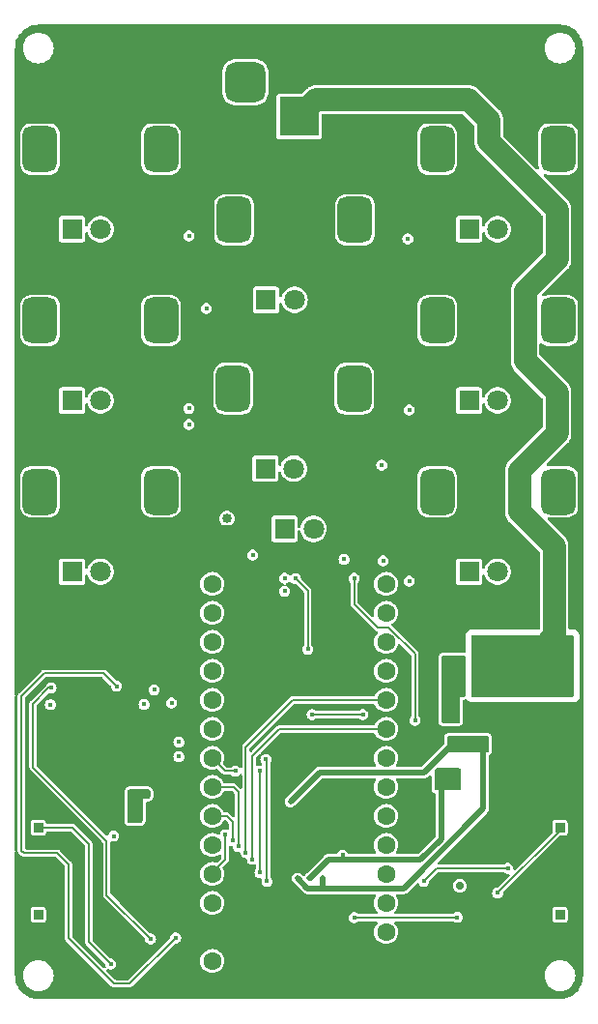
<source format=gbr>
%TF.GenerationSoftware,KiCad,Pcbnew,7.0.7*%
%TF.CreationDate,2023-12-31T15:53:54-05:00*%
%TF.ProjectId,TeenieWeenie,5465656e-6965-4576-9565-6e69652e6b69,rev?*%
%TF.SameCoordinates,Original*%
%TF.FileFunction,Copper,L4,Bot*%
%TF.FilePolarity,Positive*%
%FSLAX46Y46*%
G04 Gerber Fmt 4.6, Leading zero omitted, Abs format (unit mm)*
G04 Created by KiCad (PCBNEW 7.0.7) date 2023-12-31 15:53:54*
%MOMM*%
%LPD*%
G01*
G04 APERTURE LIST*
G04 Aperture macros list*
%AMRoundRect*
0 Rectangle with rounded corners*
0 $1 Rounding radius*
0 $2 $3 $4 $5 $6 $7 $8 $9 X,Y pos of 4 corners*
0 Add a 4 corners polygon primitive as box body*
4,1,4,$2,$3,$4,$5,$6,$7,$8,$9,$2,$3,0*
0 Add four circle primitives for the rounded corners*
1,1,$1+$1,$2,$3*
1,1,$1+$1,$4,$5*
1,1,$1+$1,$6,$7*
1,1,$1+$1,$8,$9*
0 Add four rect primitives between the rounded corners*
20,1,$1+$1,$2,$3,$4,$5,0*
20,1,$1+$1,$4,$5,$6,$7,0*
20,1,$1+$1,$6,$7,$8,$9,0*
20,1,$1+$1,$8,$9,$2,$3,0*%
G04 Aperture macros list end*
%TA.AperFunction,ComponentPad*%
%ADD10R,1.800000X1.800000*%
%TD*%
%TA.AperFunction,ComponentPad*%
%ADD11C,1.800000*%
%TD*%
%TA.AperFunction,ComponentPad*%
%ADD12RoundRect,0.750000X0.750000X-1.250000X0.750000X1.250000X-0.750000X1.250000X-0.750000X-1.250000X0*%
%TD*%
%TA.AperFunction,ComponentPad*%
%ADD13R,0.850000X0.850000*%
%TD*%
%TA.AperFunction,ComponentPad*%
%ADD14R,3.500000X3.500000*%
%TD*%
%TA.AperFunction,ComponentPad*%
%ADD15RoundRect,0.750000X-1.000000X0.750000X-1.000000X-0.750000X1.000000X-0.750000X1.000000X0.750000X0*%
%TD*%
%TA.AperFunction,ComponentPad*%
%ADD16RoundRect,0.875000X-0.875000X0.875000X-0.875000X-0.875000X0.875000X-0.875000X0.875000X0.875000X0*%
%TD*%
%TA.AperFunction,ComponentPad*%
%ADD17C,1.600000*%
%TD*%
%TA.AperFunction,ComponentPad*%
%ADD18O,0.850000X0.850000*%
%TD*%
%TA.AperFunction,ViaPad*%
%ADD19C,0.450000*%
%TD*%
%TA.AperFunction,ViaPad*%
%ADD20C,0.700000*%
%TD*%
%TA.AperFunction,Conductor*%
%ADD21C,0.127000*%
%TD*%
%TA.AperFunction,Conductor*%
%ADD22C,0.500000*%
%TD*%
%TA.AperFunction,Conductor*%
%ADD23C,2.000000*%
%TD*%
G04 APERTURE END LIST*
D10*
%TO.P,RV1,1,1*%
%TO.N,Net-(R20-Pad1)*%
X22432000Y49477000D03*
D11*
%TO.P,RV1,2,2*%
%TO.N,/ADC/POT1*%
X24932000Y49477000D03*
%TO.P,RV1,3,3*%
%TO.N,GND*%
X27432000Y49477000D03*
D12*
%TO.P,RV1,MP*%
%TO.N,N/C*%
X19632000Y56477000D03*
X30232000Y56477000D03*
%TD*%
D13*
%TO.P,J6,1,Pin_1*%
%TO.N,/IOSwitch/AudioOut_R*%
X48260000Y10414000D03*
%TD*%
%TO.P,J8,1,Pin_1*%
%TO.N,GND*%
X48260000Y14224000D03*
%TD*%
D14*
%TO.P,J1,1*%
%TO.N,VDD*%
X25400000Y80307000D03*
D15*
%TO.P,J1,2*%
%TO.N,GND*%
X25400000Y86307000D03*
D16*
%TO.P,J1,3*%
%TO.N,N/C*%
X20700000Y83307000D03*
%TD*%
D10*
%TO.P,RV8,1,1*%
%TO.N,Net-(R37-Pad1)*%
X40300000Y70447000D03*
D11*
%TO.P,RV8,2,2*%
%TO.N,/ADC/POT8*%
X42800000Y70447000D03*
%TO.P,RV8,3,3*%
%TO.N,GND*%
X45300000Y70447000D03*
D12*
%TO.P,RV8,MP*%
%TO.N,N/C*%
X37500000Y77447000D03*
X48100000Y77447000D03*
%TD*%
D13*
%TO.P,J4,1,Pin_1*%
%TO.N,GND*%
X2540000Y14224000D03*
%TD*%
%TO.P,J3,1,Pin_1*%
%TO.N,/AFE/AudioR_Raw*%
X2540000Y10414000D03*
%TD*%
D10*
%TO.P,RV2,1,1*%
%TO.N,Net-(R21-Pad1)*%
X5500000Y40447000D03*
D11*
%TO.P,RV2,2,2*%
%TO.N,/ADC/POT2*%
X8000000Y40447000D03*
%TO.P,RV2,3,3*%
%TO.N,GND*%
X10500000Y40447000D03*
D12*
%TO.P,RV2,MP*%
%TO.N,N/C*%
X2700000Y47447000D03*
X13300000Y47447000D03*
%TD*%
D13*
%TO.P,J5,1,Pin_1*%
%TO.N,/IOSwitch/AudioOut_L*%
X48260000Y18034000D03*
%TD*%
%TO.P,J2,1,Pin_1*%
%TO.N,/AFE/AudioL_Raw*%
X2540000Y18034000D03*
%TD*%
D17*
%TO.P,U2,1,GND*%
%TO.N,GND*%
X33020000Y6350000D03*
%TO.P,U2,2,0_RX1_CRX2_CS1*%
%TO.N,/MCU/~{ADC_IRQ0}*%
X33020000Y8890000D03*
%TO.P,U2,3,1_TX1_CTX2_MISO1*%
%TO.N,/MCU/~{ADC_IRQ1}*%
X33020000Y11430000D03*
%TO.P,U2,4,2_OUT2*%
%TO.N,Net-(U2-2_OUT2)*%
X33020000Y13970000D03*
%TO.P,U2,5,3_LRCLK2*%
%TO.N,Net-(U2-3_LRCLK2)*%
X33020000Y16510000D03*
%TO.P,U2,6,4_BCLK2*%
%TO.N,/MCU/~{SWCTRL}*%
X33020000Y19050000D03*
%TO.P,U2,7,5_IN2*%
%TO.N,/MCU/~{BTN}*%
X33020000Y21590000D03*
%TO.P,U2,8,6_OUT1D*%
%TO.N,unconnected-(U2-6_OUT1D-Pad8)*%
X33020000Y24130000D03*
%TO.P,U2,9,7_RX2_OUT1A*%
%TO.N,/MCU/DACDAT*%
X33020000Y26670000D03*
%TO.P,U2,10,8_TX2_IN1*%
%TO.N,/MCU/ADCDAT*%
X33020000Y29210000D03*
%TO.P,U2,11,9_OUT1C*%
%TO.N,unconnected-(U2-9_OUT1C-Pad11)*%
X33020000Y31750000D03*
%TO.P,U2,12,10_CS_MQSR*%
%TO.N,Net-(U2-10_CS_MQSR)*%
X33020000Y34290000D03*
%TO.P,U2,13,11_MOSI_CTX1*%
%TO.N,Net-(U2-11_MOSI_CTX1)*%
X33020000Y36830000D03*
%TO.P,U2,14,12_MISO_MQSL*%
%TO.N,Net-(U2-12_MISO_MQSL)*%
X33020000Y39370000D03*
%TO.P,U2,20,13_SCK_CRX1_LED*%
%TO.N,Net-(U2-13_SCK_CRX1_LED)*%
X17780000Y39370000D03*
%TO.P,U2,21,14_A0_TX3_SPDIF_OUT*%
%TO.N,unconnected-(U2-14_A0_TX3_SPDIF_OUT-Pad21)*%
X17780000Y36830000D03*
%TO.P,U2,22,15_A1_RX3_SPDIF_IN*%
%TO.N,unconnected-(U2-15_A1_RX3_SPDIF_IN-Pad22)*%
X17780000Y34290000D03*
%TO.P,U2,23,16_A2_RX4_SCL1*%
%TO.N,unconnected-(U2-16_A2_RX4_SCL1-Pad23)*%
X17780000Y31750000D03*
%TO.P,U2,24,17_A3_TX4_SDA1*%
%TO.N,unconnected-(U2-17_A3_TX4_SDA1-Pad24)*%
X17780000Y29210000D03*
%TO.P,U2,25,18_A4_SDA0*%
%TO.N,/ADC/SDA*%
X17780000Y26670000D03*
%TO.P,U2,26,19_A5_SCL0*%
%TO.N,/ADC/SCL*%
X17780000Y24130000D03*
%TO.P,U2,27,20_A6_TX5_LRCLK1*%
%TO.N,/MCU/LRCLK*%
X17780000Y21590000D03*
%TO.P,U2,28,21_A7_RX5_BCLK1*%
%TO.N,/MCU/BCLK*%
X17780000Y19050000D03*
%TO.P,U2,29,22_A8_CTX1*%
%TO.N,/MCU/CODC_IRQ*%
X17780000Y16510000D03*
%TO.P,U2,30,23_A9_CRX1_MCLK1*%
%TO.N,/MCU/MCLK*%
X17780000Y13970000D03*
%TO.P,U2,31,3V3*%
%TO.N,+3V3*%
X17780000Y11430000D03*
%TO.P,U2,32,GND*%
%TO.N,GND*%
X17780000Y8890000D03*
%TO.P,U2,33,VIN*%
%TO.N,unconnected-(U2-VIN-Pad33)*%
X17780000Y6350000D03*
%TD*%
D10*
%TO.P,RV4,1,1*%
%TO.N,Net-(R33-Pad1)*%
X5500000Y70447000D03*
D11*
%TO.P,RV4,2,2*%
%TO.N,/ADC/POT4*%
X8000000Y70447000D03*
%TO.P,RV4,3,3*%
%TO.N,GND*%
X10500000Y70447000D03*
D12*
%TO.P,RV4,MP*%
%TO.N,N/C*%
X2700000Y77447000D03*
X13300000Y77447000D03*
%TD*%
D10*
%TO.P,D1,1,K*%
%TO.N,Net-(D1-K)*%
X24125000Y44196000D03*
D11*
%TO.P,D1,2,A*%
%TO.N,Net-(D1-A)*%
X26665000Y44196000D03*
%TD*%
D10*
%TO.P,RV7,1,1*%
%TO.N,Net-(R36-Pad1)*%
X22500000Y64247000D03*
D11*
%TO.P,RV7,2,2*%
%TO.N,/ADC/POT7*%
X25000000Y64247000D03*
%TO.P,RV7,3,3*%
%TO.N,GND*%
X27500000Y64247000D03*
D12*
%TO.P,RV7,MP*%
%TO.N,N/C*%
X19700000Y71247000D03*
X30300000Y71247000D03*
%TD*%
D10*
%TO.P,RV3,1,1*%
%TO.N,Net-(R32-Pad1)*%
X5500000Y55447000D03*
D11*
%TO.P,RV3,2,2*%
%TO.N,/ADC/POT3*%
X8000000Y55447000D03*
%TO.P,RV3,3,3*%
%TO.N,GND*%
X10500000Y55447000D03*
D12*
%TO.P,RV3,MP*%
%TO.N,N/C*%
X2700000Y62447000D03*
X13300000Y62447000D03*
%TD*%
D13*
%TO.P,SW1,1,1*%
%TO.N,GND*%
X19075400Y44085000D03*
D18*
%TO.P,SW1,2,2*%
%TO.N,/MCU/~{BTN}*%
X19075400Y45085000D03*
%TD*%
D10*
%TO.P,RV5,1,1*%
%TO.N,Net-(R34-Pad1)*%
X40300000Y40447000D03*
D11*
%TO.P,RV5,2,2*%
%TO.N,/ADC/POT5*%
X42800000Y40447000D03*
%TO.P,RV5,3,3*%
%TO.N,GND*%
X45300000Y40447000D03*
D12*
%TO.P,RV5,MP*%
%TO.N,N/C*%
X37500000Y47447000D03*
X48100000Y47447000D03*
%TD*%
D10*
%TO.P,RV6,1,1*%
%TO.N,Net-(R35-Pad1)*%
X40300000Y55447000D03*
D11*
%TO.P,RV6,2,2*%
%TO.N,/ADC/POT6*%
X42800000Y55447000D03*
%TO.P,RV6,3,3*%
%TO.N,GND*%
X45300000Y55447000D03*
D12*
%TO.P,RV6,MP*%
%TO.N,N/C*%
X37500000Y62447000D03*
X48100000Y62447000D03*
%TD*%
D19*
%TO.N,GND*%
X22098000Y33147000D03*
X3810000Y19558000D03*
X41275000Y11293399D03*
X42418000Y28575000D03*
X20066000Y12827000D03*
X9525000Y31877000D03*
X19558000Y49530000D03*
X31496000Y31242000D03*
X15875000Y30988000D03*
X12192000Y32893000D03*
X12395200Y34544000D03*
X26035000Y17526000D03*
X12192000Y24003000D03*
X3175000Y8255000D03*
X15875000Y35687000D03*
X19812000Y15621000D03*
X24638000Y16383000D03*
X7112000Y34798000D03*
X13411200Y34544000D03*
X29718000Y21463000D03*
X42418000Y11303000D03*
X26543000Y11430000D03*
X6223000Y26035000D03*
X32639000Y44323000D03*
X7162800Y30480000D03*
X16002000Y22225000D03*
X6731000Y5207000D03*
X8382000Y27178000D03*
X20574000Y40259000D03*
X12446000Y16764000D03*
X10414000Y29845000D03*
X12192000Y23114000D03*
X4572000Y34594800D03*
X15494000Y17526000D03*
X26035000Y16383000D03*
X7010400Y32766000D03*
X5588000Y16256000D03*
X21082000Y37973000D03*
X12192000Y15621000D03*
X30988000Y24638000D03*
X9525000Y13843000D03*
X10363200Y34594800D03*
X24638000Y17526000D03*
X16002000Y21336000D03*
X19304000Y19685000D03*
X28956000Y11430000D03*
X5588000Y34645600D03*
X28829000Y18415000D03*
X2413000Y16764000D03*
X14859000Y16637000D03*
X13716000Y25781000D03*
X39751000Y42164000D03*
X24003000Y11176000D03*
X30353000Y35560000D03*
X4826000Y30073600D03*
X37719000Y42037000D03*
X9779000Y27940000D03*
X7239000Y26035000D03*
X8890000Y32639000D03*
X1524000Y34645600D03*
X31750000Y45339000D03*
X10160000Y32512000D03*
X42291000Y27178000D03*
X7747000Y16256000D03*
X28956000Y44958000D03*
X43561000Y27305000D03*
X9271000Y29464000D03*
X7162800Y36372800D03*
X27940000Y20193000D03*
X30353000Y33274000D03*
X15875000Y33020000D03*
X40259000Y26797000D03*
X9194800Y34544000D03*
X2590800Y34645600D03*
X16129000Y18669000D03*
%TO.N,/MCU/~{ADC_IRQ0}*%
X3657600Y30276800D03*
X12395200Y8280400D03*
%TO.N,/MCU/~{ADC_IRQ1}*%
X9398000Y30429200D03*
X14579600Y8382000D03*
%TO.N,Net-(U2-3_LRCLK2)*%
X26543000Y27940000D03*
X30988000Y27940000D03*
X25089400Y39842000D03*
X26162000Y33655000D03*
%TO.N,/MCU/~{SWCTRL}*%
X43688000Y14478000D03*
X36322000Y13335000D03*
X30226000Y39878000D03*
X35560000Y27432000D03*
%TO.N,/MCU/DACDAT*%
X21310600Y15265400D03*
%TO.N,/MCU/ADCDAT*%
X20726400Y15853001D03*
%TO.N,+3V3*%
X15748000Y69850000D03*
X11176000Y18923000D03*
X11811000Y28829000D03*
X38328600Y32308800D03*
X39497000Y30251400D03*
X14859000Y24257000D03*
X15748000Y54737000D03*
X29337000Y41529000D03*
X38989000Y29006800D03*
X15748000Y53340000D03*
X35052000Y39624000D03*
X9144000Y17297400D03*
X35052000Y54610000D03*
X38328600Y31191200D03*
X32766000Y41402000D03*
X14859000Y25527000D03*
X11938000Y21082000D03*
D20*
X39497000Y12954000D03*
D19*
X14224000Y28956000D03*
X38963600Y27787600D03*
X38252400Y30251400D03*
X21336000Y41910000D03*
X12700000Y30099000D03*
X11176000Y19685000D03*
X32639000Y49784000D03*
X38252400Y27787600D03*
X24130000Y39878000D03*
X38303200Y28956000D03*
X3606800Y28803600D03*
X10795000Y21082000D03*
X24130000Y38735000D03*
X39471600Y32308800D03*
X17272000Y63500000D03*
X39471600Y31216600D03*
X34925000Y69596000D03*
%TO.N,/MCU/MCLK*%
X18923000Y17399000D03*
%TO.N,/MCU/BCLK*%
X19558000Y16891000D03*
%TO.N,/MCU/LRCLK*%
X20066000Y16383000D03*
%TO.N,/ADC/SCL*%
X21971000Y14097000D03*
X19812000Y22987000D03*
X21971000Y22987000D03*
%TO.N,/ADC/SDA*%
X22479000Y24003000D03*
X22580600Y13335000D03*
%TO.N,+1V0*%
X38989000Y21844000D03*
X37846000Y21844000D03*
X29210000Y15621000D03*
X37846000Y22733000D03*
X26365200Y13665200D03*
X38989000Y22733000D03*
%TO.N,+1V8*%
X24638000Y20320000D03*
X27432000Y13589000D03*
X40640000Y25400000D03*
X39751000Y25400000D03*
X41529000Y25400000D03*
X25273000Y13589000D03*
X38862000Y25400000D03*
%TO.N,/AudioCodec/LINEOUTL*%
X39260900Y10185400D03*
X30226000Y10160000D03*
%TO.N,/IOSwitch/AudioOut_L*%
X42799000Y12319000D03*
%TO.N,VDD*%
X43434000Y33782000D03*
X41656000Y33782000D03*
X41656000Y30988000D03*
X46736000Y33782000D03*
X45212000Y33782000D03*
X48768000Y33782000D03*
X41656000Y32512000D03*
X48768000Y31242000D03*
%TO.N,/AFE/AudioL_Raw*%
X8890000Y6096000D03*
%TD*%
D21*
%TO.N,/MCU/MCLK*%
X18923000Y17399000D02*
X18923000Y15250533D01*
X18923000Y15250533D02*
X17780000Y14107533D01*
X17780000Y14107533D02*
X17780000Y13970000D01*
%TO.N,/MCU/BCLK*%
X19050000Y19050000D02*
X17780000Y19050000D01*
X19558000Y16891000D02*
X19558000Y18542000D01*
X19558000Y18542000D02*
X19050000Y19050000D01*
%TO.N,/MCU/LRCLK*%
X20066000Y21170900D02*
X19646900Y21590000D01*
X20066000Y16383000D02*
X20066000Y21170900D01*
X19646900Y21590000D02*
X17780000Y21590000D01*
%TO.N,/ADC/SCL*%
X21971000Y14097000D02*
X21971000Y22987000D01*
%TO.N,/ADC/SDA*%
X22580600Y23901400D02*
X22479000Y24003000D01*
X22580600Y13335000D02*
X22580600Y23901400D01*
%TO.N,/MCU/~{ADC_IRQ0}*%
X3657600Y30276800D02*
X3454400Y30276800D01*
X8534400Y16865600D02*
X8534400Y12141200D01*
X2082800Y28905200D02*
X2082800Y23317200D01*
X8534400Y12141200D02*
X12395200Y8280400D01*
X2082800Y23317200D02*
X8534400Y16865600D01*
X3454400Y30276800D02*
X2082800Y28905200D01*
%TO.N,/MCU/~{ADC_IRQ1}*%
X10566400Y4368800D02*
X14579600Y8382000D01*
X8280400Y31546800D02*
X3048000Y31546800D01*
X9398000Y30429200D02*
X8280400Y31546800D01*
X5181600Y8382000D02*
X9194800Y4368800D01*
X1066800Y29565600D02*
X1066800Y16002000D01*
X1270000Y15798800D02*
X4216400Y15798800D01*
X5181600Y14833600D02*
X5181600Y8382000D01*
X3048000Y31546800D02*
X1066800Y29565600D01*
X4216400Y15798800D02*
X5181600Y14833600D01*
X9194800Y4368800D02*
X10566400Y4368800D01*
X1066800Y16002000D02*
X1270000Y15798800D01*
%TO.N,Net-(U2-3_LRCLK2)*%
X26162000Y38769400D02*
X25089400Y39842000D01*
X26162000Y33655000D02*
X26162000Y38769400D01*
X30988000Y27940000D02*
X26543000Y27940000D01*
%TO.N,/MCU/~{SWCTRL}*%
X35560000Y33254017D02*
X33254017Y35560000D01*
X30226000Y37592000D02*
X30226000Y39116000D01*
X39243000Y14478000D02*
X43688000Y14478000D01*
X37465000Y14478000D02*
X39243000Y14478000D01*
X33254017Y35560000D02*
X32258000Y35560000D01*
X32258000Y35560000D02*
X30226000Y37592000D01*
X36322000Y13335000D02*
X37465000Y14478000D01*
X35560000Y27432000D02*
X35560000Y33254017D01*
X30226000Y39116000D02*
X30226000Y39878000D01*
%TO.N,/MCU/DACDAT*%
X21310600Y15265400D02*
X21310600Y24307800D01*
X21310600Y24307800D02*
X23672800Y26670000D01*
X23672800Y26670000D02*
X33020000Y26670000D01*
%TO.N,/MCU/ADCDAT*%
X24841200Y29210000D02*
X33020000Y29210000D01*
X20726400Y25095200D02*
X24841200Y29210000D01*
X20726400Y15853001D02*
X20726400Y25095200D01*
%TO.N,/ADC/SCL*%
X17780000Y24130000D02*
X18923000Y22987000D01*
X18923000Y22987000D02*
X19812000Y22987000D01*
D22*
%TO.N,+1V0*%
X26416000Y13683399D02*
X26416000Y13589000D01*
X27952601Y15220000D02*
X26416000Y13683399D01*
X26321601Y13589000D02*
X26355800Y13623199D01*
X37846000Y17018000D02*
X37846000Y21844000D01*
X37846000Y17018000D02*
X36048000Y15220000D01*
X26416000Y13589000D02*
X26321601Y13589000D01*
X36048000Y15220000D02*
X27952601Y15220000D01*
%TO.N,+1V8*%
X26142000Y12720000D02*
X27432000Y12720000D01*
X27455800Y13623199D02*
X27455800Y13612800D01*
X27432000Y12720000D02*
X34564000Y12720000D01*
X41529000Y19685000D02*
X41529000Y25400000D01*
X27455800Y12743800D02*
X27432000Y12720000D01*
X38862000Y25400000D02*
X36322000Y22860000D01*
X27178000Y22860000D02*
X24638000Y20320000D01*
X34564000Y12720000D02*
X41529000Y19685000D01*
X36322000Y22860000D02*
X27178000Y22860000D01*
X27432000Y13589000D02*
X27455800Y13565200D01*
X27455800Y13565200D02*
X27455800Y12743800D01*
X25273000Y13589000D02*
X26142000Y12720000D01*
X27455800Y13612800D02*
X27432000Y13589000D01*
D21*
%TO.N,/AudioCodec/LINEOUTL*%
X30226000Y10160000D02*
X39235500Y10160000D01*
X39235500Y10160000D02*
X39260900Y10185400D01*
%TO.N,/IOSwitch/AudioOut_L*%
X42799000Y12319000D02*
X48260000Y17780000D01*
X48260000Y17780000D02*
X48260000Y18034000D01*
D23*
%TO.N,VDD*%
X44704000Y49276000D02*
X44704000Y45720000D01*
X48006000Y67818000D02*
X45212000Y65024000D01*
X47752000Y42672000D02*
X47752000Y34798000D01*
X44704000Y45720000D02*
X47752000Y42672000D01*
X48006000Y72136000D02*
X48006000Y67818000D01*
X48006000Y56134000D02*
X48006000Y52578000D01*
X48006000Y52578000D02*
X44704000Y49276000D01*
X40259000Y81788000D02*
X42037000Y80010000D01*
X26881000Y81788000D02*
X40259000Y81788000D01*
X42037000Y78105000D02*
X48006000Y72136000D01*
X45212000Y58928000D02*
X48006000Y56134000D01*
X47752000Y34798000D02*
X47400000Y34446000D01*
X25400000Y80307000D02*
X26881000Y81788000D01*
X42037000Y80010000D02*
X42037000Y78105000D01*
X45212000Y65024000D02*
X45212000Y58928000D01*
D21*
%TO.N,/AFE/AudioL_Raw*%
X8890000Y6096000D02*
X6959600Y8026400D01*
X5537200Y18034000D02*
X2540000Y18034000D01*
X6959600Y16611600D02*
X5537200Y18034000D01*
X6959600Y8026400D02*
X6959600Y16611600D01*
%TD*%
%TA.AperFunction,Conductor*%
%TO.N,+3V3*%
G36*
X12127780Y21384417D02*
G01*
X12188811Y21372277D01*
X12233509Y21353763D01*
X12274896Y21326109D01*
X12309109Y21291896D01*
X12336762Y21250509D01*
X12355276Y21205813D01*
X12367417Y21144781D01*
X12369800Y21120588D01*
X12369800Y20840213D01*
X12367417Y20816020D01*
X12355276Y20754988D01*
X12336762Y20710292D01*
X12309109Y20668905D01*
X12274895Y20634691D01*
X12233508Y20607038D01*
X12188812Y20588524D01*
X12140789Y20578971D01*
X12127778Y20576383D01*
X12103588Y20574000D01*
X11684000Y20574000D01*
X11684000Y20320006D01*
X11684000Y20320005D01*
X11684000Y18681213D01*
X11681617Y18657020D01*
X11669476Y18595988D01*
X11650962Y18551292D01*
X11623309Y18509905D01*
X11589095Y18475691D01*
X11547708Y18448038D01*
X11503012Y18429524D01*
X11454989Y18419971D01*
X11441978Y18417383D01*
X11417788Y18415000D01*
X10604012Y18415000D01*
X10579821Y18417383D01*
X10563490Y18420632D01*
X10518787Y18429524D01*
X10474091Y18448038D01*
X10432704Y18475691D01*
X10398491Y18509904D01*
X10370837Y18551292D01*
X10352323Y18595990D01*
X10340183Y18657022D01*
X10337800Y18681213D01*
X10337800Y21120588D01*
X10340183Y21144779D01*
X10352323Y21205811D01*
X10370837Y21250509D01*
X10398493Y21291900D01*
X10432700Y21326107D01*
X10474092Y21353764D01*
X10518789Y21372277D01*
X10579821Y21384417D01*
X10604012Y21386800D01*
X12103588Y21386800D01*
X12127780Y21384417D01*
G37*
%TD.AperFunction*%
%TD*%
%TA.AperFunction,Conductor*%
%TO.N,+1V0*%
G36*
X39497039Y23218315D02*
G01*
X39542794Y23165511D01*
X39554000Y23114000D01*
X39554000Y21462000D01*
X39534315Y21394961D01*
X39481511Y21349206D01*
X39430000Y21338000D01*
X37378000Y21338000D01*
X37310961Y21357685D01*
X37265206Y21410489D01*
X37254000Y21462000D01*
X37254000Y23032824D01*
X37273685Y23099863D01*
X37290319Y23120505D01*
X37371495Y23201681D01*
X37432818Y23235166D01*
X37459176Y23238000D01*
X39430000Y23238000D01*
X39497039Y23218315D01*
G37*
%TD.AperFunction*%
%TD*%
%TA.AperFunction,Conductor*%
%TO.N,+3V3*%
G36*
X39929039Y33080115D02*
G01*
X39974794Y33027311D01*
X39986000Y32975800D01*
X39986000Y29623800D01*
X39966315Y29556761D01*
X39913511Y29511006D01*
X39862000Y29499800D01*
X39486000Y29499800D01*
X39486000Y27323800D01*
X39466315Y27256761D01*
X39413511Y27211006D01*
X39362000Y27199800D01*
X38010000Y27199800D01*
X37942961Y27219485D01*
X37897206Y27272289D01*
X37886000Y27323800D01*
X37886000Y32975800D01*
X37905685Y33042839D01*
X37958489Y33088594D01*
X38010000Y33099800D01*
X39862000Y33099800D01*
X39929039Y33080115D01*
G37*
%TD.AperFunction*%
%TD*%
%TA.AperFunction,Conductor*%
%TO.N,+1V8*%
G36*
X41997039Y26018315D02*
G01*
X42042794Y25965511D01*
X42054000Y25914000D01*
X42054000Y24762000D01*
X42034315Y24694961D01*
X41981511Y24649206D01*
X41930000Y24638000D01*
X38478000Y24638000D01*
X38410961Y24657685D01*
X38365206Y24710489D01*
X38354000Y24762000D01*
X38354000Y25914000D01*
X38373685Y25981039D01*
X38426489Y26026794D01*
X38478000Y26038000D01*
X41930000Y26038000D01*
X41997039Y26018315D01*
G37*
%TD.AperFunction*%
%TD*%
%TA.AperFunction,Conductor*%
%TO.N,GND*%
G36*
X48262018Y88346367D02*
G01*
X48448581Y88334140D01*
X48522158Y88329318D01*
X48530191Y88328260D01*
X48767754Y88281006D01*
X48783869Y88277800D01*
X48791712Y88275699D01*
X49036644Y88192556D01*
X49044118Y88189460D01*
X49276107Y88075056D01*
X49283129Y88071001D01*
X49498191Y87927301D01*
X49504627Y87922362D01*
X49699085Y87751826D01*
X49704825Y87746086D01*
X49875361Y87551628D01*
X49880304Y87545187D01*
X50023999Y87330132D01*
X50028057Y87323103D01*
X50099416Y87178401D01*
X50142453Y87091132D01*
X50145560Y87083631D01*
X50228698Y86838712D01*
X50230799Y86830870D01*
X50281257Y86577205D01*
X50282317Y86569156D01*
X50299367Y86309019D01*
X50299500Y86304963D01*
X50299500Y5082038D01*
X50299367Y5077982D01*
X50282317Y4817845D01*
X50281257Y4809796D01*
X50230799Y4556131D01*
X50228698Y4548289D01*
X50145560Y4303370D01*
X50142453Y4295869D01*
X50028058Y4063899D01*
X50023999Y4056869D01*
X49880304Y3841814D01*
X49875361Y3835373D01*
X49704825Y3640915D01*
X49699085Y3635175D01*
X49504627Y3464639D01*
X49498186Y3459696D01*
X49283131Y3316001D01*
X49276101Y3311942D01*
X49044131Y3197547D01*
X49036630Y3194440D01*
X48791711Y3111302D01*
X48783869Y3109201D01*
X48530204Y3058743D01*
X48522155Y3057683D01*
X48262018Y3040633D01*
X48257962Y3040500D01*
X2542038Y3040500D01*
X2537982Y3040633D01*
X2277844Y3057683D01*
X2269795Y3058743D01*
X2016130Y3109201D01*
X2008288Y3111302D01*
X1850361Y3164911D01*
X1763363Y3194443D01*
X1755874Y3197545D01*
X1523897Y3311943D01*
X1516868Y3316001D01*
X1301813Y3459696D01*
X1295372Y3464639D01*
X1100914Y3635175D01*
X1095174Y3640915D01*
X924638Y3835373D01*
X919699Y3841809D01*
X775999Y4056871D01*
X771944Y4063893D01*
X657540Y4295882D01*
X654444Y4303356D01*
X571301Y4548289D01*
X569200Y4556131D01*
X557224Y4616337D01*
X518740Y4809809D01*
X517682Y4817846D01*
X515929Y4844587D01*
X510944Y4920654D01*
X500633Y5077982D01*
X500567Y5080000D01*
X1184341Y5080000D01*
X1204936Y4844597D01*
X1204938Y4844587D01*
X1266094Y4616345D01*
X1266096Y4616341D01*
X1266097Y4616337D01*
X1294172Y4556131D01*
X1365964Y4402172D01*
X1365965Y4402170D01*
X1501505Y4208598D01*
X1668597Y4041506D01*
X1862169Y3905966D01*
X1862171Y3905965D01*
X2076337Y3806097D01*
X2304592Y3744937D01*
X2481034Y3729500D01*
X2598966Y3729500D01*
X2775408Y3744937D01*
X3003663Y3806097D01*
X3217829Y3905965D01*
X3411401Y4041505D01*
X3578495Y4208599D01*
X3714035Y4402170D01*
X3813903Y4616337D01*
X3875063Y4844592D01*
X3895659Y5080000D01*
X3875063Y5315408D01*
X3813903Y5543663D01*
X3714035Y5757829D01*
X3714034Y5757831D01*
X3578494Y5951403D01*
X3411402Y6118495D01*
X3217830Y6254035D01*
X3217828Y6254036D01*
X3110746Y6303970D01*
X3003663Y6353903D01*
X3003659Y6353904D01*
X3003655Y6353906D01*
X2775413Y6415062D01*
X2775403Y6415064D01*
X2598966Y6430500D01*
X2481034Y6430500D01*
X2304596Y6415064D01*
X2304586Y6415062D01*
X2076344Y6353906D01*
X2076335Y6353902D01*
X1862171Y6254036D01*
X1862169Y6254035D01*
X1668597Y6118495D01*
X1501506Y5951403D01*
X1501501Y5951396D01*
X1365967Y5757835D01*
X1365965Y5757831D01*
X1266098Y5543665D01*
X1266094Y5543656D01*
X1204938Y5315414D01*
X1204936Y5315404D01*
X1184341Y5080001D01*
X1184341Y5080000D01*
X500567Y5080000D01*
X500500Y5082038D01*
X500500Y9963937D01*
X1860500Y9963937D01*
X1875266Y9889699D01*
X1931515Y9805516D01*
X1965234Y9782986D01*
X2015699Y9749266D01*
X2015702Y9749266D01*
X2015703Y9749265D01*
X2038423Y9744746D01*
X2089933Y9734500D01*
X2990066Y9734501D01*
X3064301Y9749266D01*
X3148484Y9805516D01*
X3204734Y9889699D01*
X3219500Y9963933D01*
X3219499Y10864066D01*
X3204734Y10938301D01*
X3186068Y10966236D01*
X3148484Y11022485D01*
X3098019Y11056204D01*
X3064301Y11078734D01*
X3064299Y11078735D01*
X3064296Y11078736D01*
X2990069Y11093500D01*
X2089936Y11093500D01*
X2015698Y11078734D01*
X1931515Y11022485D01*
X1875266Y10938301D01*
X1875264Y10938297D01*
X1860500Y10864072D01*
X1860500Y9963937D01*
X500500Y9963937D01*
X500500Y15944928D01*
X510507Y15979012D01*
X506960Y15985756D01*
X739690Y15985756D01*
X743477Y15979863D01*
X744276Y15977019D01*
X755341Y15935717D01*
X756512Y15930437D01*
X763367Y15891561D01*
X765527Y15885627D01*
X771482Y15871249D01*
X774146Y15865537D01*
X774147Y15865535D01*
X774148Y15865534D01*
X796803Y15833179D01*
X799702Y15828627D01*
X819440Y15794440D01*
X841689Y15775771D01*
X849685Y15769061D01*
X853675Y15765405D01*
X1033403Y15585677D01*
X1037054Y15581693D01*
X1062440Y15551440D01*
X1062442Y15551439D01*
X1062443Y15551438D01*
X1096629Y15531700D01*
X1101191Y15528793D01*
X1133531Y15506149D01*
X1139273Y15503472D01*
X1153597Y15497539D01*
X1159555Y15495371D01*
X1159560Y15495368D01*
X1198453Y15488511D01*
X1203714Y15487344D01*
X1241857Y15477123D01*
X1281190Y15480565D01*
X1286592Y15480800D01*
X4033318Y15480800D01*
X4100357Y15461115D01*
X4120999Y15444481D01*
X4827281Y14738200D01*
X4860766Y14676877D01*
X4863600Y14650519D01*
X4863600Y8398593D01*
X4863364Y8393186D01*
X4859922Y8353856D01*
X4870141Y8315718D01*
X4871312Y8310437D01*
X4878167Y8271561D01*
X4880327Y8265627D01*
X4886282Y8251249D01*
X4888946Y8245537D01*
X4888947Y8245535D01*
X4888948Y8245534D01*
X4911603Y8213179D01*
X4914502Y8208627D01*
X4934240Y8174440D01*
X4953689Y8158120D01*
X4964485Y8149061D01*
X4968475Y8145405D01*
X8958203Y4155677D01*
X8961854Y4151693D01*
X8987240Y4121440D01*
X8987242Y4121439D01*
X8987243Y4121438D01*
X9021429Y4101700D01*
X9025991Y4098793D01*
X9058331Y4076149D01*
X9064073Y4073472D01*
X9078397Y4067539D01*
X9084355Y4065371D01*
X9084360Y4065368D01*
X9123253Y4058511D01*
X9128514Y4057344D01*
X9166657Y4047123D01*
X9205990Y4050565D01*
X9211392Y4050800D01*
X10549808Y4050800D01*
X10555209Y4050565D01*
X10594543Y4047123D01*
X10632694Y4057347D01*
X10637945Y4058511D01*
X10676840Y4065368D01*
X10676841Y4065369D01*
X10682827Y4067547D01*
X10697104Y4073462D01*
X10702866Y4076148D01*
X10735206Y4098793D01*
X10735215Y4098800D01*
X10739768Y4101700D01*
X10773960Y4121440D01*
X10799345Y4151694D01*
X10802986Y4155668D01*
X11727318Y5080000D01*
X46904341Y5080000D01*
X46924936Y4844597D01*
X46924938Y4844587D01*
X46986094Y4616345D01*
X46986096Y4616341D01*
X46986097Y4616337D01*
X47014172Y4556131D01*
X47085964Y4402172D01*
X47085965Y4402170D01*
X47221505Y4208598D01*
X47388597Y4041506D01*
X47582169Y3905966D01*
X47582171Y3905965D01*
X47796337Y3806097D01*
X48024592Y3744937D01*
X48201034Y3729500D01*
X48318966Y3729500D01*
X48495408Y3744937D01*
X48723663Y3806097D01*
X48937829Y3905965D01*
X49131401Y4041505D01*
X49298495Y4208599D01*
X49434035Y4402170D01*
X49533903Y4616337D01*
X49595063Y4844592D01*
X49615659Y5080000D01*
X49595063Y5315408D01*
X49533903Y5543663D01*
X49434035Y5757829D01*
X49434034Y5757831D01*
X49298494Y5951403D01*
X49131402Y6118495D01*
X48937830Y6254035D01*
X48937828Y6254036D01*
X48830745Y6303970D01*
X48723663Y6353903D01*
X48723659Y6353904D01*
X48723655Y6353906D01*
X48495413Y6415062D01*
X48495403Y6415064D01*
X48318966Y6430500D01*
X48201034Y6430500D01*
X48024596Y6415064D01*
X48024586Y6415062D01*
X47796344Y6353906D01*
X47796335Y6353902D01*
X47582171Y6254036D01*
X47582169Y6254035D01*
X47388597Y6118495D01*
X47221506Y5951403D01*
X47221501Y5951396D01*
X47085967Y5757835D01*
X47085965Y5757831D01*
X46986098Y5543665D01*
X46986094Y5543656D01*
X46924938Y5315414D01*
X46924936Y5315404D01*
X46904341Y5080001D01*
X46904341Y5080000D01*
X11727318Y5080000D01*
X12997319Y6350000D01*
X16720398Y6350000D01*
X16740757Y6143284D01*
X16801056Y5944504D01*
X16898969Y5761323D01*
X16898974Y5761316D01*
X17030747Y5600748D01*
X17100315Y5543656D01*
X17191317Y5468973D01*
X17191320Y5468972D01*
X17191322Y5468970D01*
X17374503Y5371057D01*
X17374505Y5371057D01*
X17374508Y5371055D01*
X17573282Y5310758D01*
X17780000Y5290398D01*
X17986718Y5310758D01*
X18185492Y5371055D01*
X18368683Y5468973D01*
X18529252Y5600748D01*
X18661027Y5761317D01*
X18758945Y5944508D01*
X18819242Y6143282D01*
X18839602Y6350000D01*
X18819242Y6556718D01*
X18758945Y6755492D01*
X18758943Y6755495D01*
X18758943Y6755497D01*
X18661030Y6938678D01*
X18661028Y6938680D01*
X18661027Y6938683D01*
X18620950Y6987517D01*
X18529252Y7099253D01*
X18368684Y7231026D01*
X18368677Y7231031D01*
X18185496Y7328944D01*
X17986716Y7389243D01*
X17780000Y7409602D01*
X17573283Y7389243D01*
X17374503Y7328944D01*
X17191322Y7231031D01*
X17191315Y7231026D01*
X17030747Y7099253D01*
X16898974Y6938685D01*
X16898969Y6938678D01*
X16801056Y6755497D01*
X16740757Y6556717D01*
X16720398Y6350000D01*
X12997319Y6350000D01*
X14513500Y7866181D01*
X14574824Y7899666D01*
X14601182Y7902500D01*
X14648542Y7902500D01*
X14780840Y7941346D01*
X14896835Y8015891D01*
X14987129Y8120097D01*
X15044408Y8245520D01*
X15064031Y8382000D01*
X15044408Y8518480D01*
X15017883Y8576561D01*
X14987131Y8643900D01*
X14987129Y8643902D01*
X14987129Y8643903D01*
X14896835Y8748109D01*
X14780840Y8822654D01*
X14780838Y8822655D01*
X14780836Y8822656D01*
X14648543Y8861500D01*
X14648542Y8861500D01*
X14510658Y8861500D01*
X14510657Y8861500D01*
X14378363Y8822656D01*
X14262364Y8748109D01*
X14172071Y8643903D01*
X14172068Y8643900D01*
X14114792Y8518481D01*
X14114791Y8518479D01*
X14095213Y8382311D01*
X14066188Y8318756D01*
X14060156Y8312278D01*
X10470999Y4723119D01*
X10409676Y4689634D01*
X10383318Y4686800D01*
X9377882Y4686800D01*
X9310843Y4706485D01*
X9290201Y4723119D01*
X8564004Y5449316D01*
X8530519Y5510639D01*
X8535503Y5580331D01*
X8577375Y5636264D01*
X8642839Y5660681D01*
X8686620Y5655974D01*
X8821057Y5616500D01*
X8821058Y5616500D01*
X8958942Y5616500D01*
X9091240Y5655346D01*
X9207235Y5729891D01*
X9297529Y5834097D01*
X9354808Y5959520D01*
X9374431Y6096000D01*
X9354808Y6232480D01*
X9328283Y6290561D01*
X9297531Y6357900D01*
X9297529Y6357902D01*
X9297529Y6357903D01*
X9207235Y6462109D01*
X9091240Y6536654D01*
X9091238Y6536655D01*
X9091236Y6536656D01*
X8958943Y6575500D01*
X8958942Y6575500D01*
X8911582Y6575500D01*
X8844543Y6595185D01*
X8823901Y6611819D01*
X7313919Y8121801D01*
X7280434Y8183124D01*
X7277600Y8209482D01*
X7277600Y16595009D01*
X7277836Y16600416D01*
X7281277Y16639742D01*
X7271058Y16677876D01*
X7269890Y16683143D01*
X7263032Y16722040D01*
X7263031Y16722042D01*
X7260867Y16727988D01*
X7254934Y16742311D01*
X7252250Y16748068D01*
X7229605Y16780409D01*
X7226698Y16784972D01*
X7206959Y16819162D01*
X7181681Y16840372D01*
X7176706Y16844547D01*
X7172734Y16848186D01*
X5773795Y18247125D01*
X5770139Y18251115D01*
X5762745Y18259926D01*
X5744760Y18281360D01*
X5710573Y18301098D01*
X5706021Y18303997D01*
X5673666Y18326652D01*
X5673665Y18326653D01*
X5673663Y18326654D01*
X5667951Y18329318D01*
X5653573Y18335273D01*
X5647639Y18337433D01*
X5608763Y18344288D01*
X5603482Y18345459D01*
X5565344Y18355678D01*
X5533685Y18352908D01*
X5526009Y18352236D01*
X5520608Y18352000D01*
X3343499Y18352000D01*
X3276460Y18371685D01*
X3230705Y18424489D01*
X3219499Y18476000D01*
X3219499Y18484064D01*
X3219499Y18484066D01*
X3204734Y18558301D01*
X3186068Y18586236D01*
X3148484Y18642485D01*
X3098019Y18676204D01*
X3064301Y18698734D01*
X3064299Y18698735D01*
X3064296Y18698736D01*
X2990069Y18713500D01*
X2089936Y18713500D01*
X2015698Y18698734D01*
X1931515Y18642485D01*
X1875266Y18558301D01*
X1875264Y18558297D01*
X1860500Y18484072D01*
X1860500Y17583937D01*
X1875266Y17509699D01*
X1931515Y17425516D01*
X1964986Y17403152D01*
X2015699Y17369266D01*
X2015702Y17369266D01*
X2015703Y17369265D01*
X2040666Y17364300D01*
X2089933Y17354500D01*
X2990066Y17354501D01*
X3064301Y17369266D01*
X3148484Y17425516D01*
X3204734Y17509699D01*
X3219500Y17583933D01*
X3219500Y17592001D01*
X3239185Y17659039D01*
X3291989Y17704794D01*
X3343500Y17716000D01*
X5354118Y17716000D01*
X5421157Y17696315D01*
X5441799Y17679681D01*
X6605281Y16516199D01*
X6638766Y16454876D01*
X6641600Y16428518D01*
X6641600Y8042993D01*
X6641364Y8037586D01*
X6637922Y7998256D01*
X6648141Y7960118D01*
X6649312Y7954837D01*
X6656167Y7915961D01*
X6658327Y7910027D01*
X6664282Y7895649D01*
X6666946Y7889937D01*
X6666947Y7889935D01*
X6666948Y7889934D01*
X6689603Y7857579D01*
X6692502Y7853027D01*
X6712240Y7818840D01*
X6733620Y7800900D01*
X6742485Y7793461D01*
X6746475Y7789805D01*
X8370556Y6165724D01*
X8404041Y6104401D01*
X8405613Y6095690D01*
X8425191Y5959525D01*
X8425192Y5959520D01*
X8451859Y5901128D01*
X8461802Y5831970D01*
X8432777Y5768415D01*
X8373998Y5730641D01*
X8304129Y5730641D01*
X8251383Y5761937D01*
X5535919Y8477401D01*
X5502434Y8538724D01*
X5499600Y8565082D01*
X5499600Y14817009D01*
X5499836Y14822416D01*
X5501270Y14838798D01*
X5503277Y14861743D01*
X5493056Y14899886D01*
X5491887Y14905157D01*
X5485032Y14944040D01*
X5485029Y14944045D01*
X5482861Y14950003D01*
X5476928Y14964327D01*
X5474251Y14970069D01*
X5451607Y15002409D01*
X5448700Y15006971D01*
X5428962Y15041157D01*
X5428961Y15041158D01*
X5428960Y15041160D01*
X5398707Y15066546D01*
X5394723Y15070197D01*
X4452995Y16011925D01*
X4449339Y16015915D01*
X4442629Y16023911D01*
X4423960Y16046160D01*
X4389773Y16065898D01*
X4385221Y16068797D01*
X4352866Y16091452D01*
X4352865Y16091453D01*
X4352863Y16091454D01*
X4347151Y16094118D01*
X4332773Y16100073D01*
X4326839Y16102233D01*
X4287963Y16109088D01*
X4282682Y16110259D01*
X4244544Y16120478D01*
X4212885Y16117708D01*
X4205209Y16117036D01*
X4199808Y16116800D01*
X1508800Y16116800D01*
X1441761Y16136485D01*
X1396006Y16189289D01*
X1384800Y16240800D01*
X1384800Y23289056D01*
X1761122Y23289056D01*
X1771341Y23250918D01*
X1772512Y23245637D01*
X1779367Y23206761D01*
X1781527Y23200827D01*
X1787482Y23186449D01*
X1790146Y23180737D01*
X1790147Y23180735D01*
X1790148Y23180734D01*
X1812803Y23148379D01*
X1815702Y23143827D01*
X1835440Y23109640D01*
X1857689Y23090971D01*
X1865685Y23084261D01*
X1869675Y23080605D01*
X8180082Y16770198D01*
X8213566Y16708877D01*
X8216400Y16682519D01*
X8216400Y12157793D01*
X8216164Y12152386D01*
X8212722Y12113056D01*
X8222941Y12074918D01*
X8224112Y12069637D01*
X8230967Y12030761D01*
X8233127Y12024827D01*
X8239082Y12010449D01*
X8241746Y12004737D01*
X8241747Y12004735D01*
X8241748Y12004734D01*
X8264403Y11972379D01*
X8267302Y11967827D01*
X8287040Y11933640D01*
X8309289Y11914971D01*
X8317285Y11908261D01*
X8321275Y11904605D01*
X11875756Y8350124D01*
X11909241Y8288801D01*
X11910813Y8280090D01*
X11930391Y8143923D01*
X11930392Y8143920D01*
X11987668Y8018501D01*
X11987670Y8018499D01*
X11987671Y8018497D01*
X12077965Y7914291D01*
X12193960Y7839746D01*
X12193962Y7839746D01*
X12193963Y7839745D01*
X12326257Y7800900D01*
X12326258Y7800900D01*
X12464142Y7800900D01*
X12596440Y7839746D01*
X12712435Y7914291D01*
X12802729Y8018497D01*
X12860008Y8143920D01*
X12879631Y8280400D01*
X12860008Y8416880D01*
X12829123Y8484508D01*
X12802731Y8542300D01*
X12802729Y8542302D01*
X12802729Y8542303D01*
X12712435Y8646509D01*
X12596440Y8721054D01*
X12596438Y8721055D01*
X12596436Y8721056D01*
X12464143Y8759900D01*
X12464142Y8759900D01*
X12416782Y8759900D01*
X12349743Y8779585D01*
X12329101Y8796219D01*
X9695320Y11430000D01*
X16720398Y11430000D01*
X16740757Y11223284D01*
X16801056Y11024504D01*
X16898969Y10841323D01*
X16898974Y10841316D01*
X17030747Y10680748D01*
X17097393Y10626054D01*
X17191317Y10548973D01*
X17191320Y10548972D01*
X17191322Y10548970D01*
X17374503Y10451057D01*
X17374505Y10451057D01*
X17374508Y10451055D01*
X17573282Y10390758D01*
X17780000Y10370398D01*
X17986718Y10390758D01*
X18185492Y10451055D01*
X18368683Y10548973D01*
X18529252Y10680748D01*
X18661027Y10841317D01*
X18758945Y11024508D01*
X18819242Y11223282D01*
X18839602Y11430000D01*
X18819242Y11636718D01*
X18758945Y11835492D01*
X18758943Y11835495D01*
X18758943Y11835497D01*
X18661030Y12018678D01*
X18661028Y12018680D01*
X18661027Y12018683D01*
X18603087Y12089283D01*
X18529252Y12179253D01*
X18368684Y12311026D01*
X18368677Y12311031D01*
X18185496Y12408944D01*
X17986716Y12469243D01*
X17780000Y12489602D01*
X17573283Y12469243D01*
X17374503Y12408944D01*
X17191322Y12311031D01*
X17191315Y12311026D01*
X17030747Y12179253D01*
X16898974Y12018685D01*
X16898969Y12018678D01*
X16801056Y11835497D01*
X16740757Y11636717D01*
X16720398Y11430000D01*
X9695320Y11430000D01*
X8888719Y12236601D01*
X8855234Y12297924D01*
X8852400Y12324282D01*
X8852400Y13970001D01*
X16720398Y13970001D01*
X16740757Y13763284D01*
X16801056Y13564504D01*
X16898969Y13381323D01*
X16898974Y13381316D01*
X17030747Y13220748D01*
X17142483Y13129050D01*
X17191317Y13088973D01*
X17191320Y13088972D01*
X17191322Y13088970D01*
X17374503Y12991057D01*
X17374505Y12991057D01*
X17374508Y12991055D01*
X17573282Y12930758D01*
X17780000Y12910398D01*
X17986718Y12930758D01*
X18185492Y12991055D01*
X18368683Y13088973D01*
X18529252Y13220748D01*
X18661027Y13381317D01*
X18723199Y13497632D01*
X18758943Y13564504D01*
X18758943Y13564505D01*
X18758945Y13564508D01*
X18819242Y13763282D01*
X18839602Y13970000D01*
X18819242Y14176718D01*
X18758945Y14375492D01*
X18711289Y14464648D01*
X18697048Y14533050D01*
X18722048Y14598294D01*
X18732960Y14610775D01*
X19136132Y15013947D01*
X19140106Y15017588D01*
X19170360Y15042973D01*
X19190100Y15077165D01*
X19193004Y15081723D01*
X19215652Y15114067D01*
X19218338Y15119829D01*
X19224253Y15134106D01*
X19226431Y15140091D01*
X19226431Y15140092D01*
X19226432Y15140093D01*
X19233289Y15178988D01*
X19234453Y15184239D01*
X19244677Y15222390D01*
X19241235Y15261723D01*
X19241000Y15267126D01*
X19241000Y16318692D01*
X19260685Y16385731D01*
X19313489Y16431486D01*
X19382647Y16441430D01*
X19399931Y16437670D01*
X19420992Y16431486D01*
X19497568Y16409001D01*
X19497078Y16407334D01*
X19551001Y16382716D01*
X19588783Y16323942D01*
X19592548Y16306640D01*
X19601191Y16246522D01*
X19601192Y16246520D01*
X19658468Y16121101D01*
X19658470Y16121099D01*
X19658471Y16121097D01*
X19748765Y16016891D01*
X19864760Y15942346D01*
X19864762Y15942346D01*
X19864763Y15942345D01*
X19997057Y15903500D01*
X20127262Y15903500D01*
X20194301Y15883815D01*
X20240056Y15831011D01*
X20249999Y15797148D01*
X20250389Y15794440D01*
X20261591Y15716524D01*
X20261592Y15716521D01*
X20318868Y15591102D01*
X20318870Y15591100D01*
X20318871Y15591098D01*
X20409165Y15486892D01*
X20525160Y15412347D01*
X20525162Y15412347D01*
X20525163Y15412346D01*
X20657457Y15373501D01*
X20703180Y15373501D01*
X20770219Y15353816D01*
X20815974Y15301012D01*
X20825918Y15267148D01*
X20845791Y15128922D01*
X20845792Y15128920D01*
X20903068Y15003501D01*
X20903070Y15003499D01*
X20903071Y15003497D01*
X20976585Y14918656D01*
X20992861Y14899872D01*
X20993365Y14899291D01*
X21109360Y14824746D01*
X21109362Y14824746D01*
X21109363Y14824745D01*
X21241657Y14785900D01*
X21241658Y14785900D01*
X21379542Y14785900D01*
X21494066Y14819527D01*
X21563935Y14819527D01*
X21622713Y14781753D01*
X21651738Y14718197D01*
X21653000Y14700550D01*
X21653000Y14508477D01*
X21633315Y14441438D01*
X21622714Y14427276D01*
X21563473Y14358908D01*
X21563468Y14358900D01*
X21506192Y14233481D01*
X21506191Y14233479D01*
X21486569Y14097000D01*
X21506191Y13960522D01*
X21506192Y13960520D01*
X21563468Y13835101D01*
X21563470Y13835099D01*
X21563471Y13835097D01*
X21653765Y13730891D01*
X21769760Y13656346D01*
X21769762Y13656346D01*
X21769763Y13656345D01*
X21902057Y13617500D01*
X21993683Y13617500D01*
X22060722Y13597815D01*
X22106477Y13545011D01*
X22116421Y13475853D01*
X22115792Y13471481D01*
X22115792Y13471480D01*
X22102828Y13381316D01*
X22096169Y13335000D01*
X22115791Y13198522D01*
X22115792Y13198520D01*
X22173068Y13073101D01*
X22173070Y13073099D01*
X22173071Y13073097D01*
X22263365Y12968891D01*
X22379360Y12894346D01*
X22379362Y12894346D01*
X22379363Y12894345D01*
X22511657Y12855500D01*
X22511658Y12855500D01*
X22649542Y12855500D01*
X22781840Y12894346D01*
X22897835Y12968891D01*
X22988129Y13073097D01*
X23045408Y13198520D01*
X23065031Y13335000D01*
X23045408Y13471480D01*
X23012773Y13542940D01*
X22988131Y13596900D01*
X22988126Y13596908D01*
X22928886Y13665276D01*
X22899862Y13728832D01*
X22898600Y13746477D01*
X22898600Y19050001D01*
X31960398Y19050001D01*
X31980757Y18843284D01*
X32041056Y18644504D01*
X32138969Y18461323D01*
X32138972Y18461319D01*
X32138973Y18461317D01*
X32146629Y18451988D01*
X32270747Y18300748D01*
X32331226Y18251115D01*
X32431317Y18168973D01*
X32431320Y18168972D01*
X32431322Y18168970D01*
X32614503Y18071057D01*
X32614505Y18071057D01*
X32614508Y18071055D01*
X32813282Y18010758D01*
X33020000Y17990398D01*
X33226718Y18010758D01*
X33425492Y18071055D01*
X33608683Y18168973D01*
X33769252Y18300748D01*
X33901027Y18461317D01*
X33998945Y18644508D01*
X34059242Y18843282D01*
X34079602Y19050000D01*
X34059242Y19256718D01*
X33998945Y19455492D01*
X33998943Y19455495D01*
X33998943Y19455497D01*
X33901030Y19638678D01*
X33901028Y19638680D01*
X33901027Y19638683D01*
X33818504Y19739238D01*
X33769252Y19799253D01*
X33608684Y19931026D01*
X33608677Y19931031D01*
X33425496Y20028944D01*
X33226716Y20089243D01*
X33020000Y20109602D01*
X32813283Y20089243D01*
X32614503Y20028944D01*
X32431322Y19931031D01*
X32431315Y19931026D01*
X32270747Y19799253D01*
X32138974Y19638685D01*
X32138969Y19638678D01*
X32041056Y19455497D01*
X31980757Y19256717D01*
X31960398Y19050001D01*
X22898600Y19050001D01*
X22898600Y20283640D01*
X24129611Y20283640D01*
X24160447Y20141883D01*
X24160448Y20141881D01*
X24229970Y20014561D01*
X24229972Y20014558D01*
X24229974Y20014555D01*
X24332555Y19911974D01*
X24332558Y19911972D01*
X24332560Y19911971D01*
X24404560Y19872656D01*
X24459882Y19842448D01*
X24601640Y19811611D01*
X24746342Y19821960D01*
X24882267Y19872657D01*
X24969221Y19937750D01*
X27350651Y22319182D01*
X27411975Y22352666D01*
X27438333Y22355500D01*
X32026602Y22355500D01*
X32093641Y22335815D01*
X32139396Y22283011D01*
X32149340Y22213853D01*
X32135960Y22173047D01*
X32041056Y21995497D01*
X31980757Y21796717D01*
X31960398Y21590001D01*
X31980757Y21383284D01*
X32041056Y21184504D01*
X32138969Y21001323D01*
X32138972Y21001319D01*
X32138973Y21001317D01*
X32152005Y20985437D01*
X32270747Y20840748D01*
X32339601Y20784242D01*
X32431317Y20708973D01*
X32431320Y20708972D01*
X32431322Y20708970D01*
X32614503Y20611057D01*
X32614505Y20611057D01*
X32614508Y20611055D01*
X32813282Y20550758D01*
X33020000Y20530398D01*
X33226718Y20550758D01*
X33425492Y20611055D01*
X33608683Y20708973D01*
X33769252Y20840748D01*
X33901027Y21001317D01*
X33998945Y21184508D01*
X34059242Y21383282D01*
X34079602Y21590000D01*
X34059242Y21796718D01*
X33998945Y21995492D01*
X33998943Y21995495D01*
X33998943Y21995497D01*
X33904040Y22173047D01*
X33889798Y22241449D01*
X33914798Y22306693D01*
X33971103Y22348064D01*
X34013398Y22355500D01*
X36254433Y22355500D01*
X36280789Y22352667D01*
X36285640Y22351611D01*
X36337808Y22355343D01*
X36342231Y22355500D01*
X36358082Y22355500D01*
X36358083Y22355500D01*
X36373804Y22357761D01*
X36378156Y22358228D01*
X36430342Y22361960D01*
X36434987Y22363693D01*
X36460691Y22370253D01*
X36461008Y22370299D01*
X36465596Y22370958D01*
X36513189Y22392694D01*
X36517239Y22394372D01*
X36566267Y22412657D01*
X36570236Y22415629D01*
X36593047Y22429163D01*
X36593297Y22429278D01*
X36597558Y22431223D01*
X36637083Y22465474D01*
X36640533Y22468253D01*
X36644239Y22471027D01*
X36653221Y22477750D01*
X36664441Y22488972D01*
X36667645Y22491956D01*
X36707196Y22526225D01*
X36709875Y22530396D01*
X36726512Y22551043D01*
X36782820Y22607351D01*
X36844143Y22640834D01*
X36913835Y22635849D01*
X36969768Y22593978D01*
X36994184Y22528513D01*
X36994500Y22519668D01*
X36994500Y21461992D01*
X37000430Y21406839D01*
X37011639Y21355316D01*
X37011639Y21355317D01*
X37018986Y21328537D01*
X37060046Y21256432D01*
X37069089Y21240552D01*
X37076386Y21232131D01*
X37113625Y21189154D01*
X37114844Y21187748D01*
X37148131Y21155629D01*
X37237849Y21108697D01*
X37252434Y21104415D01*
X37311212Y21066641D01*
X37340238Y21003086D01*
X37341500Y20985437D01*
X37341500Y17278334D01*
X37321815Y17211295D01*
X37305181Y17190653D01*
X35875348Y15760819D01*
X35814025Y15727334D01*
X35787667Y15724500D01*
X34001506Y15724500D01*
X33934467Y15744185D01*
X33888712Y15796989D01*
X33878768Y15866147D01*
X33898406Y15917394D01*
X33901026Y15921316D01*
X33901027Y15921317D01*
X33979860Y16068802D01*
X33998943Y16104504D01*
X33998943Y16104505D01*
X33998945Y16104508D01*
X34059242Y16303282D01*
X34079602Y16510000D01*
X34059242Y16716718D01*
X33998945Y16915492D01*
X33998943Y16915495D01*
X33998943Y16915497D01*
X33901030Y17098678D01*
X33901028Y17098680D01*
X33901027Y17098683D01*
X33840741Y17172142D01*
X33769252Y17259253D01*
X33608684Y17391026D01*
X33608677Y17391031D01*
X33425496Y17488944D01*
X33226716Y17549243D01*
X33020000Y17569602D01*
X32813283Y17549243D01*
X32614503Y17488944D01*
X32431322Y17391031D01*
X32431315Y17391026D01*
X32270747Y17259253D01*
X32138974Y17098685D01*
X32138969Y17098678D01*
X32041056Y16915497D01*
X31980757Y16716717D01*
X31960398Y16510000D01*
X31980757Y16303284D01*
X32041056Y16104504D01*
X32138970Y15921321D01*
X32141594Y15917394D01*
X32162474Y15850717D01*
X32143991Y15783336D01*
X32092014Y15736645D01*
X32038494Y15724500D01*
X29769559Y15724500D01*
X29702520Y15744185D01*
X29656765Y15796989D01*
X29617531Y15882900D01*
X29617529Y15882902D01*
X29617529Y15882903D01*
X29527235Y15987109D01*
X29411240Y16061654D01*
X29411238Y16061655D01*
X29411236Y16061656D01*
X29278943Y16100500D01*
X29278942Y16100500D01*
X29141058Y16100500D01*
X29141057Y16100500D01*
X29008763Y16061656D01*
X28892764Y15987109D01*
X28802471Y15882903D01*
X28802468Y15882900D01*
X28763235Y15796989D01*
X28717481Y15744185D01*
X28650441Y15724500D01*
X28020168Y15724500D01*
X27993811Y15727334D01*
X27991503Y15727836D01*
X27988962Y15728389D01*
X27988956Y15728389D01*
X27944014Y15725175D01*
X27936792Y15724658D01*
X27932370Y15724500D01*
X27916513Y15724500D01*
X27900821Y15722245D01*
X27896427Y15721773D01*
X27844259Y15718040D01*
X27844251Y15718039D01*
X27839595Y15716302D01*
X27813929Y15709751D01*
X27809005Y15709043D01*
X27761426Y15687315D01*
X27757344Y15685624D01*
X27736000Y15677663D01*
X27708333Y15667343D01*
X27708329Y15667341D01*
X27704345Y15664358D01*
X27681564Y15650842D01*
X27677044Y15648778D01*
X27677042Y15648777D01*
X27637508Y15614522D01*
X27634064Y15611747D01*
X27621385Y15602256D01*
X27610163Y15591036D01*
X27606929Y15588025D01*
X27567403Y15553774D01*
X27567402Y15553773D01*
X27564716Y15549593D01*
X27548086Y15528958D01*
X26107041Y14087913D01*
X26086408Y14071284D01*
X26082228Y14068598D01*
X26082221Y14068592D01*
X26061594Y14044789D01*
X26049110Y14032303D01*
X26047974Y14031319D01*
X26047965Y14031310D01*
X26047965Y14031309D01*
X26034303Y14015544D01*
X26027521Y14008760D01*
X26027705Y14008576D01*
X25979175Y13960046D01*
X25975936Y13957031D01*
X25936405Y13922777D01*
X25908126Y13878775D01*
X25905608Y13875148D01*
X25903494Y13872323D01*
X25847567Y13830443D01*
X25777876Y13825448D01*
X25716548Y13858923D01*
X25604221Y13971250D01*
X25517267Y14036343D01*
X25517264Y14036345D01*
X25381345Y14087039D01*
X25381344Y14087040D01*
X25381342Y14087040D01*
X25333108Y14090490D01*
X25236644Y14097389D01*
X25236636Y14097389D01*
X25094882Y14066553D01*
X25094880Y14066552D01*
X24967560Y13997030D01*
X24967552Y13997024D01*
X24864976Y13894448D01*
X24864970Y13894440D01*
X24795448Y13767120D01*
X24795447Y13767118D01*
X24764611Y13625364D01*
X24764611Y13625360D01*
X24774477Y13487406D01*
X24774960Y13480660D01*
X24774961Y13480655D01*
X24825655Y13344736D01*
X24825657Y13344733D01*
X24890750Y13257779D01*
X24890754Y13257775D01*
X24890759Y13257769D01*
X25737484Y12411045D01*
X25754117Y12390406D01*
X25756803Y12386227D01*
X25756803Y12386226D01*
X25796335Y12351971D01*
X25799562Y12348967D01*
X25810779Y12337750D01*
X25823466Y12328253D01*
X25823470Y12328250D01*
X25826909Y12325479D01*
X25866442Y12291223D01*
X25870960Y12289160D01*
X25893754Y12275636D01*
X25897733Y12272657D01*
X25946766Y12254369D01*
X25950792Y12252702D01*
X25998404Y12230958D01*
X25998405Y12230958D01*
X25998407Y12230957D01*
X25998406Y12230957D01*
X26003317Y12230251D01*
X26029008Y12223695D01*
X26033658Y12221960D01*
X26085850Y12218228D01*
X26090210Y12217759D01*
X26103880Y12215793D01*
X26105916Y12215500D01*
X26105917Y12215500D01*
X26121759Y12215500D01*
X26126181Y12215343D01*
X26178360Y12211610D01*
X26181799Y12212359D01*
X26183215Y12212666D01*
X26209572Y12215500D01*
X27364433Y12215500D01*
X27390789Y12212667D01*
X27395640Y12211611D01*
X27447808Y12215343D01*
X27452231Y12215500D01*
X32038494Y12215500D01*
X32105533Y12195815D01*
X32151288Y12143011D01*
X32161232Y12073853D01*
X32141594Y12022606D01*
X32138970Y12018680D01*
X32041056Y11835497D01*
X31980757Y11636717D01*
X31960398Y11430000D01*
X31980757Y11223284D01*
X32041056Y11024504D01*
X32138969Y10841323D01*
X32138974Y10841316D01*
X32270816Y10680665D01*
X32298129Y10616355D01*
X32286338Y10547487D01*
X32239186Y10495927D01*
X32174963Y10478000D01*
X30641551Y10478000D01*
X30574512Y10497685D01*
X30547837Y10520798D01*
X30543235Y10526109D01*
X30507662Y10548970D01*
X30427240Y10600654D01*
X30427238Y10600655D01*
X30427236Y10600656D01*
X30294943Y10639500D01*
X30294942Y10639500D01*
X30157058Y10639500D01*
X30157057Y10639500D01*
X30024763Y10600656D01*
X29908764Y10526109D01*
X29818471Y10421903D01*
X29818468Y10421900D01*
X29761192Y10296481D01*
X29761191Y10296479D01*
X29741569Y10160001D01*
X29761191Y10023522D01*
X29761192Y10023520D01*
X29818468Y9898101D01*
X29818470Y9898099D01*
X29818471Y9898097D01*
X29908765Y9793891D01*
X30024760Y9719346D01*
X30024762Y9719346D01*
X30024763Y9719345D01*
X30157057Y9680500D01*
X30157058Y9680500D01*
X30294942Y9680500D01*
X30427240Y9719346D01*
X30543235Y9793891D01*
X30547836Y9799202D01*
X30606615Y9836977D01*
X30641551Y9842000D01*
X32174963Y9842000D01*
X32242002Y9822315D01*
X32287757Y9769511D01*
X32297701Y9700353D01*
X32270816Y9639335D01*
X32138974Y9478685D01*
X32138969Y9478678D01*
X32041056Y9295497D01*
X31980757Y9096717D01*
X31960398Y8890001D01*
X31980757Y8683284D01*
X32041056Y8484504D01*
X32138969Y8301323D01*
X32138974Y8301316D01*
X32270747Y8140748D01*
X32295911Y8120097D01*
X32431317Y8008973D01*
X32431320Y8008972D01*
X32431322Y8008970D01*
X32614503Y7911057D01*
X32614505Y7911057D01*
X32614508Y7911055D01*
X32813282Y7850758D01*
X33020000Y7830398D01*
X33226718Y7850758D01*
X33425492Y7911055D01*
X33434671Y7915961D01*
X33608677Y8008970D01*
X33608675Y8008970D01*
X33608683Y8008973D01*
X33769252Y8140748D01*
X33901027Y8301317D01*
X33998945Y8484508D01*
X34059242Y8683282D01*
X34079602Y8890000D01*
X34059242Y9096718D01*
X33998945Y9295492D01*
X33998943Y9295495D01*
X33998943Y9295497D01*
X33901030Y9478678D01*
X33901028Y9478680D01*
X33901027Y9478683D01*
X33769252Y9639252D01*
X33769184Y9639335D01*
X33741871Y9703645D01*
X33753662Y9772513D01*
X33800814Y9824073D01*
X33865037Y9842000D01*
X38871919Y9842000D01*
X38938958Y9822316D01*
X38943664Y9819292D01*
X38943665Y9819291D01*
X39059660Y9744746D01*
X39059662Y9744746D01*
X39059663Y9744745D01*
X39191957Y9705900D01*
X39191958Y9705900D01*
X39329842Y9705900D01*
X39462140Y9744746D01*
X39578135Y9819291D01*
X39668429Y9923497D01*
X39686897Y9963937D01*
X47580500Y9963937D01*
X47595266Y9889699D01*
X47651515Y9805516D01*
X47685234Y9782986D01*
X47735699Y9749266D01*
X47735702Y9749266D01*
X47735703Y9749265D01*
X47758423Y9744746D01*
X47809933Y9734500D01*
X48710066Y9734501D01*
X48784301Y9749266D01*
X48868484Y9805516D01*
X48924734Y9889699D01*
X48939500Y9963933D01*
X48939499Y10864066D01*
X48924734Y10938301D01*
X48906068Y10966235D01*
X48868484Y11022485D01*
X48818019Y11056204D01*
X48784301Y11078734D01*
X48784299Y11078735D01*
X48784296Y11078736D01*
X48710069Y11093500D01*
X47809936Y11093500D01*
X47735698Y11078734D01*
X47651515Y11022485D01*
X47595266Y10938301D01*
X47595264Y10938297D01*
X47580500Y10864072D01*
X47580500Y9963937D01*
X39686897Y9963937D01*
X39725708Y10048920D01*
X39745331Y10185400D01*
X39725708Y10321880D01*
X39694252Y10390758D01*
X39668431Y10447300D01*
X39668429Y10447302D01*
X39668429Y10447303D01*
X39578135Y10551509D01*
X39462140Y10626054D01*
X39462138Y10626055D01*
X39462136Y10626056D01*
X39329843Y10664900D01*
X39329842Y10664900D01*
X39191958Y10664900D01*
X39191957Y10664900D01*
X39059663Y10626056D01*
X38943662Y10551507D01*
X38917053Y10520798D01*
X38858276Y10483023D01*
X38823340Y10478000D01*
X33865037Y10478000D01*
X33797998Y10497685D01*
X33752243Y10550489D01*
X33742299Y10619647D01*
X33769184Y10680665D01*
X33780994Y10695057D01*
X33901027Y10841317D01*
X33998945Y11024508D01*
X34059242Y11223282D01*
X34079602Y11430000D01*
X34059242Y11636718D01*
X33998945Y11835492D01*
X33998943Y11835495D01*
X33998943Y11835497D01*
X33901029Y12018680D01*
X33898406Y12022606D01*
X33877526Y12089283D01*
X33896009Y12156664D01*
X33947986Y12203355D01*
X34001506Y12215500D01*
X34496433Y12215500D01*
X34522789Y12212667D01*
X34527640Y12211611D01*
X34579808Y12215343D01*
X34584231Y12215500D01*
X34600082Y12215500D01*
X34600083Y12215500D01*
X34615804Y12217761D01*
X34620156Y12218228D01*
X34672342Y12221960D01*
X34676987Y12223693D01*
X34702691Y12230253D01*
X34703008Y12230299D01*
X34707596Y12230958D01*
X34755189Y12252694D01*
X34759239Y12254372D01*
X34808267Y12272657D01*
X34812236Y12275629D01*
X34835047Y12289163D01*
X34835297Y12289278D01*
X34839558Y12291223D01*
X34879083Y12325474D01*
X34882533Y12328253D01*
X34895221Y12337750D01*
X34906441Y12348972D01*
X34909645Y12351956D01*
X34949196Y12386225D01*
X34951875Y12390396D01*
X34968511Y12411042D01*
X35699181Y13141712D01*
X35760502Y13175195D01*
X35830194Y13170211D01*
X35886127Y13128339D01*
X35899654Y13105541D01*
X35907222Y13088970D01*
X35914471Y13073097D01*
X36004765Y12968891D01*
X36120760Y12894346D01*
X36120762Y12894346D01*
X36120763Y12894345D01*
X36253057Y12855500D01*
X36253058Y12855500D01*
X36390942Y12855500D01*
X36523240Y12894346D01*
X36616064Y12954000D01*
X38887284Y12954000D01*
X38907756Y12798500D01*
X38908060Y12796195D01*
X38908061Y12796191D01*
X38968968Y12649145D01*
X38968969Y12649143D01*
X38968970Y12649142D01*
X39065866Y12522866D01*
X39192142Y12425970D01*
X39339194Y12365060D01*
X39478640Y12346702D01*
X39496999Y12344284D01*
X39497000Y12344284D01*
X39497001Y12344284D01*
X39513446Y12346450D01*
X39654806Y12365060D01*
X39801858Y12425970D01*
X39928134Y12522866D01*
X40025030Y12649142D01*
X40085940Y12796194D01*
X40106716Y12954000D01*
X40085940Y13111806D01*
X40039261Y13224500D01*
X40025031Y13258856D01*
X40025030Y13258857D01*
X40025030Y13258858D01*
X39928134Y13385134D01*
X39801858Y13482030D01*
X39801857Y13482031D01*
X39801855Y13482032D01*
X39654809Y13542939D01*
X39654807Y13542940D01*
X39654806Y13542940D01*
X39575903Y13553328D01*
X39497001Y13563716D01*
X39496999Y13563716D01*
X39339194Y13542940D01*
X39339190Y13542939D01*
X39192144Y13482032D01*
X39065866Y13385134D01*
X38968968Y13258856D01*
X38908061Y13111810D01*
X38908060Y13111806D01*
X38889245Y12968892D01*
X38887284Y12954000D01*
X36616064Y12954000D01*
X36639235Y12968891D01*
X36729529Y13073097D01*
X36786808Y13198520D01*
X36806386Y13334692D01*
X36835411Y13398246D01*
X36841428Y13404710D01*
X37560400Y14123681D01*
X37621724Y14157166D01*
X37648082Y14160000D01*
X39215177Y14160000D01*
X43272449Y14160000D01*
X43339488Y14140315D01*
X43366163Y14117202D01*
X43370765Y14111891D01*
X43486760Y14037346D01*
X43486762Y14037346D01*
X43486763Y14037345D01*
X43619057Y13998500D01*
X43729418Y13998500D01*
X43796457Y13978815D01*
X43842212Y13926011D01*
X43852156Y13856853D01*
X43823131Y13793297D01*
X43817099Y13786819D01*
X42865099Y12834819D01*
X42803776Y12801334D01*
X42777418Y12798500D01*
X42730057Y12798500D01*
X42597763Y12759656D01*
X42481764Y12685109D01*
X42391471Y12580903D01*
X42391468Y12580900D01*
X42334192Y12455481D01*
X42334191Y12455479D01*
X42317264Y12337746D01*
X42314569Y12319000D01*
X42317599Y12297924D01*
X42334191Y12182522D01*
X42334192Y12182520D01*
X42391468Y12057101D01*
X42391470Y12057099D01*
X42391471Y12057097D01*
X42481765Y11952891D01*
X42597760Y11878346D01*
X42597762Y11878346D01*
X42597763Y11878345D01*
X42730057Y11839500D01*
X42730058Y11839500D01*
X42867942Y11839500D01*
X43000240Y11878346D01*
X43116235Y11952891D01*
X43206529Y12057097D01*
X43263808Y12182520D01*
X43283386Y12318692D01*
X43312411Y12382246D01*
X43318429Y12388711D01*
X48247900Y17318183D01*
X48309224Y17351667D01*
X48335582Y17354501D01*
X48710064Y17354501D01*
X48710066Y17354501D01*
X48784301Y17369266D01*
X48868484Y17425516D01*
X48924734Y17509699D01*
X48939500Y17583933D01*
X48939499Y18484066D01*
X48924734Y18558301D01*
X48906068Y18586235D01*
X48868484Y18642485D01*
X48818019Y18676204D01*
X48784301Y18698734D01*
X48784299Y18698735D01*
X48784296Y18698736D01*
X48710069Y18713500D01*
X47809936Y18713500D01*
X47735698Y18698734D01*
X47651515Y18642485D01*
X47595266Y18558301D01*
X47595264Y18558297D01*
X47580500Y18484072D01*
X47580500Y17601584D01*
X47560815Y17534545D01*
X47544181Y17513903D01*
X44379474Y14349195D01*
X44318151Y14315710D01*
X44248459Y14320694D01*
X44192526Y14362566D01*
X44168109Y14428030D01*
X44169054Y14454518D01*
X44172431Y14478000D01*
X44152808Y14614480D01*
X44123260Y14679181D01*
X44095531Y14739900D01*
X44095529Y14739902D01*
X44095529Y14739903D01*
X44005235Y14844109D01*
X43889240Y14918654D01*
X43889238Y14918655D01*
X43889236Y14918656D01*
X43756943Y14957500D01*
X43756942Y14957500D01*
X43619058Y14957500D01*
X43619057Y14957500D01*
X43486763Y14918656D01*
X43370764Y14844109D01*
X43366163Y14838798D01*
X43307385Y14801023D01*
X43272449Y14796000D01*
X37652832Y14796000D01*
X37585793Y14815685D01*
X37540038Y14868489D01*
X37530094Y14937647D01*
X37559119Y15001203D01*
X37565151Y15007681D01*
X39656155Y17098685D01*
X41837958Y19280489D01*
X41858604Y19297125D01*
X41862775Y19299804D01*
X41897044Y19339355D01*
X41900028Y19342559D01*
X41911250Y19353779D01*
X41920752Y19366474D01*
X41923512Y19369900D01*
X41957777Y19409442D01*
X41959839Y19413959D01*
X41973372Y19436766D01*
X41976342Y19440732D01*
X41994626Y19489758D01*
X41996305Y19493812D01*
X42018042Y19541404D01*
X42018747Y19546314D01*
X42025306Y19572010D01*
X42027040Y19576657D01*
X42030771Y19628836D01*
X42031241Y19633209D01*
X42033500Y19648917D01*
X42033500Y19664770D01*
X42033658Y19669194D01*
X42037389Y19721358D01*
X42037389Y19721360D01*
X42036332Y19726217D01*
X42033500Y19752568D01*
X42033500Y24313841D01*
X42053185Y24380880D01*
X42096138Y24421594D01*
X42151448Y24453089D01*
X42204252Y24498844D01*
X42236371Y24532131D01*
X42283303Y24621849D01*
X42302988Y24688888D01*
X42313500Y24762000D01*
X42313500Y25914000D01*
X42307569Y25969163D01*
X42301364Y25997682D01*
X42296361Y26020684D01*
X42296361Y26020683D01*
X42296360Y26020684D01*
X42289013Y26047464D01*
X42261239Y26096237D01*
X42238911Y26135448D01*
X42193156Y26188252D01*
X42159869Y26220371D01*
X42070151Y26267303D01*
X42070150Y26267304D01*
X42070147Y26267305D01*
X42003117Y26286987D01*
X42003105Y26286990D01*
X41930001Y26297500D01*
X41930000Y26297500D01*
X38478000Y26297500D01*
X38477991Y26297500D01*
X38422838Y26291570D01*
X38371316Y26280361D01*
X38371317Y26280361D01*
X38344536Y26273014D01*
X38256553Y26222912D01*
X38253620Y26220370D01*
X38203748Y26177156D01*
X38186563Y26159347D01*
X38171630Y26143871D01*
X38124695Y26054148D01*
X38105013Y25987118D01*
X38105010Y25987106D01*
X38094500Y25914002D01*
X38094500Y25397334D01*
X38074815Y25330295D01*
X38058181Y25309653D01*
X36149348Y23400819D01*
X36088025Y23367334D01*
X36061667Y23364500D01*
X34013398Y23364500D01*
X33946359Y23384185D01*
X33900604Y23436989D01*
X33890660Y23506147D01*
X33904040Y23546953D01*
X33998943Y23724504D01*
X33998943Y23724505D01*
X33998945Y23724508D01*
X34059242Y23923282D01*
X34079602Y24130000D01*
X34059242Y24336718D01*
X33998945Y24535492D01*
X33998943Y24535495D01*
X33998943Y24535497D01*
X33901030Y24718678D01*
X33901028Y24718680D01*
X33901027Y24718683D01*
X33849198Y24781837D01*
X33769252Y24879253D01*
X33608684Y25011026D01*
X33608677Y25011031D01*
X33425496Y25108944D01*
X33226716Y25169243D01*
X33020000Y25189602D01*
X32813283Y25169243D01*
X32614503Y25108944D01*
X32431322Y25011031D01*
X32431315Y25011026D01*
X32270747Y24879253D01*
X32138974Y24718685D01*
X32138969Y24718678D01*
X32041056Y24535497D01*
X31980757Y24336717D01*
X31960398Y24130000D01*
X31980757Y23923284D01*
X32041056Y23724504D01*
X32135960Y23546953D01*
X32150202Y23478551D01*
X32125202Y23413307D01*
X32068897Y23371936D01*
X32026602Y23364500D01*
X27245567Y23364500D01*
X27219210Y23367334D01*
X27216902Y23367836D01*
X27214361Y23368389D01*
X27214355Y23368389D01*
X27169413Y23365175D01*
X27162191Y23364658D01*
X27157769Y23364500D01*
X27141911Y23364500D01*
X27126219Y23362245D01*
X27121825Y23361773D01*
X27069657Y23358040D01*
X27069654Y23358040D01*
X27064993Y23356301D01*
X27039328Y23349751D01*
X27034405Y23349043D01*
X27034402Y23349042D01*
X26986816Y23327311D01*
X26982728Y23325617D01*
X26933729Y23307341D01*
X26929750Y23304362D01*
X26906965Y23290843D01*
X26902442Y23288778D01*
X26902438Y23288775D01*
X26862907Y23254522D01*
X26859462Y23251746D01*
X26846783Y23242255D01*
X26835562Y23231036D01*
X26832328Y23228025D01*
X26792802Y23193774D01*
X26792801Y23193773D01*
X26790115Y23189593D01*
X26773485Y23168958D01*
X24255759Y20651232D01*
X24255749Y20651220D01*
X24190657Y20564268D01*
X24190655Y20564265D01*
X24139961Y20428346D01*
X24139960Y20428341D01*
X24129611Y20283645D01*
X24129611Y20283640D01*
X22898600Y20283640D01*
X22898600Y23740555D01*
X22909806Y23792067D01*
X22943808Y23866520D01*
X22963431Y24003000D01*
X22943808Y24139480D01*
X22891280Y24254500D01*
X22886531Y24264900D01*
X22886529Y24264902D01*
X22886529Y24264903D01*
X22796235Y24369109D01*
X22680240Y24443654D01*
X22680238Y24443655D01*
X22680236Y24443656D01*
X22547943Y24482500D01*
X22547942Y24482500D01*
X22410058Y24482500D01*
X22410057Y24482500D01*
X22277761Y24443655D01*
X22180179Y24380944D01*
X22121684Y24363769D01*
X22111058Y24314918D01*
X22095941Y24293144D01*
X22071471Y24264904D01*
X22071468Y24264900D01*
X22014192Y24139481D01*
X22014191Y24139479D01*
X21994569Y24003000D01*
X22014191Y23866522D01*
X22014192Y23866520D01*
X22071468Y23741101D01*
X22071473Y23741093D01*
X22131601Y23671702D01*
X22160626Y23608147D01*
X22150682Y23538988D01*
X22104927Y23486184D01*
X22037888Y23466500D01*
X21902055Y23466500D01*
X21787534Y23432874D01*
X21717664Y23432874D01*
X21658887Y23470649D01*
X21629862Y23534205D01*
X21628600Y23551851D01*
X21628600Y24124718D01*
X21648285Y24191757D01*
X21664919Y24212399D01*
X21789238Y24336718D01*
X21914547Y24462028D01*
X21975868Y24495511D01*
X21991628Y24494384D01*
X21990403Y24502908D01*
X22019429Y24566464D01*
X22025446Y24572927D01*
X23768200Y26315681D01*
X23829524Y26349166D01*
X23855882Y26352000D01*
X31922550Y26352000D01*
X31989589Y26332315D01*
X32035344Y26279511D01*
X32040619Y26265561D01*
X32041058Y26264501D01*
X32138969Y26081323D01*
X32138974Y26081316D01*
X32270747Y25920748D01*
X32304426Y25893109D01*
X32431317Y25788973D01*
X32431320Y25788972D01*
X32431322Y25788970D01*
X32614503Y25691057D01*
X32614505Y25691057D01*
X32614508Y25691055D01*
X32813282Y25630758D01*
X33020000Y25610398D01*
X33226718Y25630758D01*
X33425492Y25691055D01*
X33608683Y25788973D01*
X33769252Y25920748D01*
X33901027Y26081317D01*
X33998945Y26264508D01*
X34059242Y26463282D01*
X34079602Y26670000D01*
X34059242Y26876718D01*
X33998945Y27075492D01*
X33998943Y27075495D01*
X33998943Y27075497D01*
X33901030Y27258678D01*
X33901028Y27258680D01*
X33901027Y27258683D01*
X33847587Y27323800D01*
X33769252Y27419253D01*
X33608684Y27551026D01*
X33608677Y27551031D01*
X33425496Y27648944D01*
X33226716Y27709243D01*
X33042583Y27727378D01*
X33020000Y27729602D01*
X33019999Y27729602D01*
X32813283Y27709243D01*
X32614503Y27648944D01*
X32431322Y27551031D01*
X32431315Y27551026D01*
X32270747Y27419253D01*
X32138974Y27258685D01*
X32138969Y27258678D01*
X32041058Y27075500D01*
X32038727Y27069870D01*
X32037520Y27070370D01*
X32002906Y27017560D01*
X31939092Y26989108D01*
X31922550Y26988000D01*
X23689392Y26988000D01*
X23683990Y26988236D01*
X23676864Y26988860D01*
X23644657Y26991678D01*
X23606521Y26981459D01*
X23601238Y26980288D01*
X23562361Y26973434D01*
X23556448Y26971281D01*
X23542032Y26965311D01*
X23536336Y26962654D01*
X23519422Y26950811D01*
X23504412Y26940301D01*
X23503996Y26940010D01*
X23499435Y26937105D01*
X23465240Y26917362D01*
X23439854Y26887109D01*
X23436199Y26883121D01*
X21256081Y24703002D01*
X21194758Y24669517D01*
X21125066Y24674501D01*
X21069133Y24716373D01*
X21044716Y24781837D01*
X21044400Y24790683D01*
X21044400Y24912118D01*
X21064085Y24979157D01*
X21080719Y24999799D01*
X24020921Y27940001D01*
X26058569Y27940001D01*
X26078191Y27803522D01*
X26078192Y27803520D01*
X26135468Y27678101D01*
X26135470Y27678099D01*
X26135471Y27678097D01*
X26225765Y27573891D01*
X26341760Y27499346D01*
X26341762Y27499346D01*
X26341763Y27499345D01*
X26474057Y27460500D01*
X26474058Y27460500D01*
X26611942Y27460500D01*
X26744240Y27499346D01*
X26860235Y27573891D01*
X26864836Y27579202D01*
X26923615Y27616977D01*
X26958551Y27622000D01*
X30572449Y27622000D01*
X30639488Y27602315D01*
X30666163Y27579202D01*
X30670765Y27573891D01*
X30786760Y27499346D01*
X30786762Y27499346D01*
X30786763Y27499345D01*
X30919057Y27460500D01*
X30919058Y27460500D01*
X31056942Y27460500D01*
X31189240Y27499346D01*
X31305235Y27573891D01*
X31395529Y27678097D01*
X31452808Y27803520D01*
X31472431Y27940000D01*
X31452808Y28076480D01*
X31409753Y28170758D01*
X31395531Y28201900D01*
X31395529Y28201902D01*
X31395529Y28201903D01*
X31305235Y28306109D01*
X31189240Y28380654D01*
X31189238Y28380655D01*
X31189236Y28380656D01*
X31056943Y28419500D01*
X31056942Y28419500D01*
X30919058Y28419500D01*
X30919057Y28419500D01*
X30786763Y28380656D01*
X30670764Y28306109D01*
X30666163Y28300798D01*
X30607385Y28263023D01*
X30572449Y28258000D01*
X26958551Y28258000D01*
X26891512Y28277685D01*
X26864837Y28300798D01*
X26860235Y28306109D01*
X26824662Y28328970D01*
X26744240Y28380654D01*
X26744238Y28380655D01*
X26744236Y28380656D01*
X26611943Y28419500D01*
X26611942Y28419500D01*
X26474058Y28419500D01*
X26474057Y28419500D01*
X26341763Y28380656D01*
X26225764Y28306109D01*
X26135471Y28201903D01*
X26135468Y28201900D01*
X26078192Y28076481D01*
X26078191Y28076479D01*
X26058569Y27940001D01*
X24020921Y27940001D01*
X24936601Y28855681D01*
X24997924Y28889166D01*
X25024282Y28892000D01*
X31922550Y28892000D01*
X31989589Y28872315D01*
X32035344Y28819511D01*
X32040619Y28805561D01*
X32041058Y28804501D01*
X32138969Y28621323D01*
X32138974Y28621316D01*
X32270747Y28460748D01*
X32368341Y28380656D01*
X32431317Y28328973D01*
X32431320Y28328972D01*
X32431322Y28328970D01*
X32614503Y28231057D01*
X32614505Y28231057D01*
X32614508Y28231055D01*
X32813282Y28170758D01*
X33020000Y28150398D01*
X33226718Y28170758D01*
X33425492Y28231055D01*
X33608683Y28328973D01*
X33769252Y28460748D01*
X33901027Y28621317D01*
X33998945Y28804508D01*
X34059242Y29003282D01*
X34079602Y29210000D01*
X34059242Y29416718D01*
X33998945Y29615492D01*
X33998943Y29615495D01*
X33998943Y29615497D01*
X33901030Y29798678D01*
X33901028Y29798680D01*
X33901027Y29798683D01*
X33809104Y29910692D01*
X33769252Y29959253D01*
X33608684Y30091026D01*
X33608677Y30091031D01*
X33425496Y30188944D01*
X33226716Y30249243D01*
X33042583Y30267378D01*
X33020000Y30269602D01*
X33019999Y30269602D01*
X32813283Y30249243D01*
X32614503Y30188944D01*
X32431322Y30091031D01*
X32431315Y30091026D01*
X32270747Y29959253D01*
X32138974Y29798685D01*
X32138969Y29798678D01*
X32041058Y29615500D01*
X32038727Y29609870D01*
X32037520Y29610370D01*
X32002906Y29557560D01*
X31939092Y29529108D01*
X31922550Y29528000D01*
X24857792Y29528000D01*
X24852390Y29528236D01*
X24845264Y29528860D01*
X24813057Y29531678D01*
X24774921Y29521459D01*
X24769638Y29520288D01*
X24730761Y29513434D01*
X24724848Y29511281D01*
X24710432Y29505311D01*
X24704736Y29502654D01*
X24679219Y29484788D01*
X24674353Y29481380D01*
X24672396Y29480010D01*
X24667835Y29477105D01*
X24633640Y29457362D01*
X24608254Y29427109D01*
X24604599Y29423121D01*
X20513279Y25331801D01*
X20509291Y25328146D01*
X20479038Y25302760D01*
X20459295Y25268565D01*
X20456390Y25264004D01*
X20433746Y25231664D01*
X20431089Y25225968D01*
X20425119Y25211552D01*
X20422966Y25205639D01*
X20416112Y25166762D01*
X20414941Y25161479D01*
X20404722Y25123344D01*
X20408164Y25084016D01*
X20408400Y25078609D01*
X20408400Y23363392D01*
X20388715Y23296353D01*
X20335911Y23250598D01*
X20266753Y23240654D01*
X20203197Y23269679D01*
X20190687Y23282190D01*
X20129237Y23353107D01*
X20129236Y23353108D01*
X20129235Y23353109D01*
X20013240Y23427654D01*
X20013238Y23427655D01*
X20013236Y23427656D01*
X19880943Y23466500D01*
X19880942Y23466500D01*
X19743058Y23466500D01*
X19743057Y23466500D01*
X19610763Y23427656D01*
X19494764Y23353109D01*
X19490163Y23347798D01*
X19431385Y23310023D01*
X19396449Y23305000D01*
X19106082Y23305000D01*
X19039043Y23324685D01*
X19018401Y23341319D01*
X18780874Y23578846D01*
X18747389Y23640169D01*
X18752373Y23709861D01*
X18758511Y23723459D01*
X18758941Y23724498D01*
X18758942Y23724504D01*
X18758945Y23724508D01*
X18819242Y23923282D01*
X18839602Y24130000D01*
X18819242Y24336718D01*
X18758945Y24535492D01*
X18758943Y24535495D01*
X18758943Y24535497D01*
X18661030Y24718678D01*
X18661028Y24718680D01*
X18661027Y24718683D01*
X18609198Y24781837D01*
X18529252Y24879253D01*
X18368684Y25011026D01*
X18368677Y25011031D01*
X18185496Y25108944D01*
X17986716Y25169243D01*
X17780000Y25189602D01*
X17573283Y25169243D01*
X17374503Y25108944D01*
X17191322Y25011031D01*
X17191315Y25011026D01*
X17030747Y24879253D01*
X16898974Y24718685D01*
X16898969Y24718678D01*
X16801056Y24535497D01*
X16740757Y24336717D01*
X16720398Y24130000D01*
X16740757Y23923284D01*
X16801056Y23724504D01*
X16898969Y23541323D01*
X16898972Y23541319D01*
X16898973Y23541317D01*
X16904810Y23534205D01*
X17030747Y23380748D01*
X17123825Y23304362D01*
X17191317Y23248973D01*
X17191320Y23248972D01*
X17191322Y23248970D01*
X17374503Y23151057D01*
X17374505Y23151057D01*
X17374508Y23151055D01*
X17573282Y23090758D01*
X17780000Y23070398D01*
X17986718Y23090758D01*
X18185492Y23151055D01*
X18185496Y23151058D01*
X18185502Y23151059D01*
X18191124Y23153387D01*
X18191626Y23152175D01*
X18253405Y23165047D01*
X18318652Y23140056D01*
X18331154Y23129126D01*
X18686403Y22773877D01*
X18690054Y22769893D01*
X18715440Y22739640D01*
X18715442Y22739639D01*
X18715443Y22739638D01*
X18749629Y22719900D01*
X18754191Y22716993D01*
X18786531Y22694349D01*
X18792273Y22691672D01*
X18806597Y22685739D01*
X18812555Y22683571D01*
X18812560Y22683568D01*
X18851453Y22676711D01*
X18856714Y22675544D01*
X18894857Y22665323D01*
X18934190Y22668765D01*
X18939592Y22669000D01*
X19396449Y22669000D01*
X19463488Y22649315D01*
X19490163Y22626202D01*
X19494765Y22620891D01*
X19610760Y22546346D01*
X19610762Y22546346D01*
X19610763Y22546345D01*
X19743057Y22507500D01*
X19743058Y22507500D01*
X19880942Y22507500D01*
X20013240Y22546346D01*
X20129235Y22620891D01*
X20190687Y22691813D01*
X20249464Y22729586D01*
X20319333Y22729587D01*
X20378112Y22691813D01*
X20407138Y22628258D01*
X20408400Y22610609D01*
X20408399Y21577583D01*
X20388714Y21510543D01*
X20335910Y21464789D01*
X20266752Y21454845D01*
X20203196Y21483870D01*
X20196718Y21489902D01*
X19883495Y21803125D01*
X19879839Y21807115D01*
X19873129Y21815111D01*
X19854460Y21837360D01*
X19820273Y21857098D01*
X19815721Y21859997D01*
X19783366Y21882652D01*
X19783365Y21882653D01*
X19783363Y21882654D01*
X19777651Y21885318D01*
X19763273Y21891273D01*
X19757339Y21893433D01*
X19718463Y21900288D01*
X19713182Y21901459D01*
X19675044Y21911678D01*
X19643385Y21908908D01*
X19635709Y21908236D01*
X19630308Y21908000D01*
X18877450Y21908000D01*
X18810411Y21927685D01*
X18764656Y21980489D01*
X18759380Y21994440D01*
X18758946Y21995486D01*
X18758945Y21995492D01*
X18661027Y22178683D01*
X18620950Y22227517D01*
X18529252Y22339253D01*
X18375453Y22465471D01*
X18368683Y22471027D01*
X18368681Y22471028D01*
X18368677Y22471031D01*
X18185496Y22568944D01*
X17986716Y22629243D01*
X17780000Y22649602D01*
X17573283Y22629243D01*
X17374503Y22568944D01*
X17191322Y22471031D01*
X17191315Y22471026D01*
X17030747Y22339253D01*
X16898974Y22178685D01*
X16898969Y22178678D01*
X16801056Y21995497D01*
X16740757Y21796717D01*
X16720398Y21590001D01*
X16740757Y21383284D01*
X16801056Y21184504D01*
X16898969Y21001323D01*
X16898972Y21001319D01*
X16898973Y21001317D01*
X16912005Y20985437D01*
X17030747Y20840748D01*
X17099601Y20784242D01*
X17191317Y20708973D01*
X17191320Y20708972D01*
X17191322Y20708970D01*
X17374503Y20611057D01*
X17374505Y20611057D01*
X17374508Y20611055D01*
X17573282Y20550758D01*
X17780000Y20530398D01*
X17986718Y20550758D01*
X18185492Y20611055D01*
X18368683Y20708973D01*
X18529252Y20840748D01*
X18661027Y21001317D01*
X18758945Y21184508D01*
X18758948Y21184518D01*
X18761273Y21190130D01*
X18762479Y21189631D01*
X18797094Y21242440D01*
X18860908Y21270892D01*
X18877450Y21272000D01*
X19463818Y21272000D01*
X19530857Y21252315D01*
X19551494Y21235686D01*
X19711682Y21075499D01*
X19745166Y21014177D01*
X19748000Y20987819D01*
X19748000Y19101082D01*
X19728315Y19034043D01*
X19675511Y18988288D01*
X19606353Y18978344D01*
X19542797Y19007369D01*
X19536319Y19013401D01*
X19286595Y19263125D01*
X19282939Y19267115D01*
X19271721Y19280484D01*
X19257560Y19297360D01*
X19223373Y19317098D01*
X19218821Y19319997D01*
X19186466Y19342652D01*
X19186465Y19342653D01*
X19186463Y19342654D01*
X19180751Y19345318D01*
X19166373Y19351273D01*
X19160439Y19353433D01*
X19121563Y19360288D01*
X19116282Y19361459D01*
X19078144Y19371678D01*
X19046485Y19368908D01*
X19038809Y19368236D01*
X19033408Y19368000D01*
X18877450Y19368000D01*
X18810411Y19387685D01*
X18764656Y19440489D01*
X18759380Y19454440D01*
X18758946Y19455486D01*
X18758945Y19455492D01*
X18740642Y19489734D01*
X18661030Y19638678D01*
X18661028Y19638680D01*
X18661027Y19638683D01*
X18578504Y19739238D01*
X18529252Y19799253D01*
X18368684Y19931026D01*
X18368677Y19931031D01*
X18185496Y20028944D01*
X17986716Y20089243D01*
X17780000Y20109602D01*
X17573283Y20089243D01*
X17374503Y20028944D01*
X17191322Y19931031D01*
X17191315Y19931026D01*
X17030747Y19799253D01*
X16898974Y19638685D01*
X16898969Y19638678D01*
X16801056Y19455497D01*
X16740757Y19256717D01*
X16720398Y19050001D01*
X16740757Y18843284D01*
X16801056Y18644504D01*
X16898969Y18461323D01*
X16898972Y18461319D01*
X16898973Y18461317D01*
X16906629Y18451988D01*
X17030747Y18300748D01*
X17091226Y18251115D01*
X17191317Y18168973D01*
X17191320Y18168972D01*
X17191322Y18168970D01*
X17374503Y18071057D01*
X17374505Y18071057D01*
X17374508Y18071055D01*
X17573282Y18010758D01*
X17780000Y17990398D01*
X17986718Y18010758D01*
X18185492Y18071055D01*
X18368683Y18168973D01*
X18529252Y18300748D01*
X18661027Y18461317D01*
X18758945Y18644508D01*
X18758950Y18644525D01*
X18760212Y18647570D01*
X18761312Y18648937D01*
X18761817Y18649880D01*
X18761995Y18649785D01*
X18804043Y18701981D01*
X18870333Y18724057D01*
X18938036Y18706790D01*
X18962462Y18687818D01*
X19203680Y18446600D01*
X19237165Y18385277D01*
X19239999Y18358919D01*
X19240000Y17971309D01*
X19220316Y17904270D01*
X19167512Y17858515D01*
X19098353Y17848571D01*
X19081066Y17852332D01*
X18991944Y17878500D01*
X18991942Y17878500D01*
X18854058Y17878500D01*
X18854057Y17878500D01*
X18721763Y17839656D01*
X18605764Y17765109D01*
X18515471Y17660903D01*
X18515468Y17660900D01*
X18458192Y17535481D01*
X18458188Y17535470D01*
X18457690Y17532001D01*
X18456234Y17528815D01*
X18455691Y17526964D01*
X18455424Y17527043D01*
X18428660Y17468448D01*
X18369879Y17430678D01*
X18300010Y17430684D01*
X18276501Y17440300D01*
X18185496Y17488944D01*
X17986716Y17549243D01*
X17780000Y17569602D01*
X17573283Y17549243D01*
X17374503Y17488944D01*
X17191322Y17391031D01*
X17191315Y17391026D01*
X17030747Y17259253D01*
X16898974Y17098685D01*
X16898969Y17098678D01*
X16801056Y16915497D01*
X16740757Y16716717D01*
X16720398Y16510000D01*
X16740757Y16303284D01*
X16801056Y16104504D01*
X16898969Y15921323D01*
X16898974Y15921316D01*
X17030747Y15760748D01*
X17122291Y15685621D01*
X17191317Y15628973D01*
X17191320Y15628972D01*
X17191322Y15628970D01*
X17374503Y15531057D01*
X17374505Y15531057D01*
X17374508Y15531055D01*
X17573282Y15470758D01*
X17780000Y15450398D01*
X17986718Y15470758D01*
X18185492Y15531055D01*
X18368683Y15628973D01*
X18395331Y15650842D01*
X18402335Y15656590D01*
X18466645Y15683903D01*
X18535513Y15672112D01*
X18587073Y15624960D01*
X18605000Y15560736D01*
X18604999Y15433615D01*
X18585314Y15366576D01*
X18568680Y15345935D01*
X18227457Y15004712D01*
X18166134Y14971227D01*
X18103781Y14973732D01*
X18009243Y15002409D01*
X17986718Y15009242D01*
X17986716Y15009243D01*
X17986718Y15009243D01*
X17780000Y15029602D01*
X17573283Y15009243D01*
X17374503Y14948944D01*
X17191322Y14851031D01*
X17191315Y14851026D01*
X17030747Y14719253D01*
X16898974Y14558685D01*
X16898969Y14558678D01*
X16801056Y14375497D01*
X16740757Y14176717D01*
X16720398Y13970001D01*
X8852400Y13970001D01*
X8852400Y16717634D01*
X8872085Y16784673D01*
X8924889Y16830428D01*
X8994047Y16840372D01*
X9011327Y16836613D01*
X9075058Y16817900D01*
X9212942Y16817900D01*
X9345240Y16856746D01*
X9461235Y16931291D01*
X9551529Y17035497D01*
X9608808Y17160920D01*
X9628431Y17297400D01*
X9608808Y17433880D01*
X9582283Y17491961D01*
X9551531Y17559300D01*
X9551529Y17559302D01*
X9551529Y17559303D01*
X9461235Y17663509D01*
X9345240Y17738054D01*
X9345238Y17738055D01*
X9345236Y17738056D01*
X9212943Y17776900D01*
X9212942Y17776900D01*
X9075058Y17776900D01*
X9075057Y17776900D01*
X8942763Y17738056D01*
X8826764Y17663509D01*
X8736471Y17559303D01*
X8736468Y17559300D01*
X8679189Y17433874D01*
X8678290Y17430813D01*
X8676568Y17428135D01*
X8675508Y17425813D01*
X8675173Y17425966D01*
X8640508Y17372040D01*
X8576949Y17343024D01*
X8507791Y17352977D01*
X8471637Y17378083D01*
X7174871Y18674849D01*
X10078300Y18674849D01*
X10078925Y18662111D01*
X10078925Y18662112D01*
X10082557Y18625243D01*
X10082558Y18625240D01*
X10084426Y18612646D01*
X10084426Y18612647D01*
X10097807Y18545370D01*
X10112576Y18496683D01*
X10131087Y18451990D01*
X10131091Y18451982D01*
X10155061Y18407137D01*
X10155075Y18407114D01*
X10182713Y18365750D01*
X10182726Y18365732D01*
X10215001Y18326405D01*
X10249206Y18292200D01*
X10288530Y18259926D01*
X10288534Y18259924D01*
X10288537Y18259922D01*
X10329924Y18232269D01*
X10329936Y18232263D01*
X10329937Y18232262D01*
X10374776Y18208295D01*
X10374782Y18208292D01*
X10419471Y18189781D01*
X10419473Y18189781D01*
X10419479Y18189778D01*
X10468159Y18175011D01*
X10506713Y18167342D01*
X10535437Y18161627D01*
X10535434Y18161628D01*
X10535437Y18161628D01*
X10535440Y18161627D01*
X10548042Y18159757D01*
X10584913Y18156125D01*
X10584911Y18156125D01*
X10587741Y18155987D01*
X10597641Y18155500D01*
X10597648Y18155500D01*
X11424153Y18155500D01*
X11424160Y18155500D01*
X11431013Y18155837D01*
X11436894Y18156125D01*
X11436891Y18156125D01*
X11446812Y18157103D01*
X11473758Y18159758D01*
X11478654Y18160485D01*
X11486355Y18161626D01*
X11486354Y18161626D01*
X11487249Y18161805D01*
X11553640Y18175011D01*
X11602320Y18189778D01*
X11647016Y18208292D01*
X11691875Y18232269D01*
X11733262Y18259922D01*
X11733265Y18259925D01*
X11733268Y18259926D01*
X11759384Y18281360D01*
X11772589Y18292197D01*
X11806803Y18326411D01*
X11821860Y18344758D01*
X11839074Y18365732D01*
X11839076Y18365736D01*
X11839078Y18365738D01*
X11866731Y18407125D01*
X11890708Y18451984D01*
X11903997Y18484066D01*
X11909218Y18496670D01*
X11909227Y18496695D01*
X11923984Y18545342D01*
X11923988Y18545356D01*
X11923989Y18545358D01*
X11937373Y18612639D01*
X11937374Y18612647D01*
X11939244Y18625243D01*
X11942875Y18662115D01*
X11943500Y18674848D01*
X11943500Y20190500D01*
X11963185Y20257539D01*
X12015989Y20303294D01*
X12067500Y20314500D01*
X12109953Y20314500D01*
X12109960Y20314500D01*
X12116813Y20314837D01*
X12122694Y20315125D01*
X12122691Y20315125D01*
X12132612Y20316103D01*
X12159558Y20318758D01*
X12164454Y20319485D01*
X12172155Y20320626D01*
X12172154Y20320626D01*
X12173049Y20320805D01*
X12239440Y20334011D01*
X12288120Y20348778D01*
X12332816Y20367292D01*
X12377675Y20391269D01*
X12419062Y20418922D01*
X12419065Y20418925D01*
X12419068Y20418926D01*
X12443923Y20439325D01*
X12458389Y20451197D01*
X12492603Y20485411D01*
X12504475Y20499877D01*
X12524874Y20524732D01*
X12524876Y20524736D01*
X12524878Y20524738D01*
X12552531Y20566125D01*
X12576508Y20610984D01*
X12595022Y20655680D01*
X12609789Y20704358D01*
X12623173Y20771639D01*
X12625044Y20784243D01*
X12628675Y20821115D01*
X12629300Y20833848D01*
X12629300Y21126953D01*
X12628675Y21139686D01*
X12625044Y21176556D01*
X12623173Y21189163D01*
X12623173Y21189164D01*
X12616525Y21222580D01*
X12609789Y21256443D01*
X12605070Y21272000D01*
X12595027Y21305107D01*
X12595018Y21305132D01*
X12576508Y21349818D01*
X12576505Y21349824D01*
X12552538Y21394663D01*
X12552537Y21394665D01*
X12552531Y21394676D01*
X12524878Y21436063D01*
X12524876Y21436066D01*
X12524874Y21436070D01*
X12492600Y21475394D01*
X12458395Y21509599D01*
X12453438Y21513667D01*
X12419067Y21541875D01*
X12419058Y21541881D01*
X12419049Y21541888D01*
X12377696Y21569519D01*
X12377668Y21569536D01*
X12332810Y21593513D01*
X12288115Y21612025D01*
X12239432Y21626793D01*
X12172155Y21640174D01*
X12172157Y21640174D01*
X12165858Y21641108D01*
X12159558Y21642043D01*
X12122686Y21645675D01*
X12122687Y21645675D01*
X12120867Y21645765D01*
X12109959Y21646300D01*
X10597641Y21646300D01*
X10588731Y21645863D01*
X10584910Y21645675D01*
X10584911Y21645675D01*
X10548042Y21642043D01*
X10548041Y21642043D01*
X10542714Y21641253D01*
X10535445Y21640174D01*
X10535446Y21640174D01*
X10468169Y21626793D01*
X10468167Y21626792D01*
X10468165Y21626792D01*
X10468163Y21626791D01*
X10419488Y21612026D01*
X10419485Y21612025D01*
X10374789Y21593513D01*
X10329917Y21569529D01*
X10329908Y21569523D01*
X10288547Y21541887D01*
X10288526Y21541872D01*
X10249215Y21509610D01*
X10249204Y21509600D01*
X10215002Y21475399D01*
X10182728Y21436073D01*
X10182715Y21436055D01*
X10155075Y21394688D01*
X10155061Y21394665D01*
X10131091Y21349820D01*
X10131087Y21349812D01*
X10112576Y21305119D01*
X10097807Y21256432D01*
X10084426Y21189154D01*
X10084426Y21189155D01*
X10082558Y21176561D01*
X10082557Y21176558D01*
X10078925Y21139689D01*
X10078925Y21139690D01*
X10078300Y21126952D01*
X10078300Y18674849D01*
X7174871Y18674849D01*
X2437119Y23412601D01*
X2403634Y23473924D01*
X2400800Y23500282D01*
X2400800Y24257000D01*
X14374569Y24257000D01*
X14394191Y24120522D01*
X14394192Y24120520D01*
X14451468Y23995101D01*
X14451470Y23995099D01*
X14451471Y23995097D01*
X14541765Y23890891D01*
X14657760Y23816346D01*
X14657762Y23816346D01*
X14657763Y23816345D01*
X14790057Y23777500D01*
X14790058Y23777500D01*
X14927942Y23777500D01*
X15060240Y23816346D01*
X15176235Y23890891D01*
X15266529Y23995097D01*
X15323808Y24120520D01*
X15343431Y24257000D01*
X15323808Y24393480D01*
X15283049Y24482729D01*
X15266531Y24518900D01*
X15266529Y24518902D01*
X15266529Y24518903D01*
X15176235Y24623109D01*
X15060240Y24697654D01*
X15060238Y24697655D01*
X15060236Y24697656D01*
X14927943Y24736500D01*
X14927942Y24736500D01*
X14790058Y24736500D01*
X14790057Y24736500D01*
X14657763Y24697656D01*
X14541764Y24623109D01*
X14451471Y24518903D01*
X14451468Y24518900D01*
X14394192Y24393481D01*
X14394191Y24393479D01*
X14374569Y24257000D01*
X2400800Y24257000D01*
X2400800Y25527000D01*
X14374569Y25527000D01*
X14394191Y25390522D01*
X14394192Y25390520D01*
X14451468Y25265101D01*
X14451470Y25265099D01*
X14451471Y25265097D01*
X14502991Y25205639D01*
X14541255Y25161479D01*
X14541765Y25160891D01*
X14657760Y25086346D01*
X14657762Y25086346D01*
X14657763Y25086345D01*
X14790057Y25047500D01*
X14790058Y25047500D01*
X14927942Y25047500D01*
X15060240Y25086346D01*
X15176235Y25160891D01*
X15266529Y25265097D01*
X15323808Y25390520D01*
X15343431Y25527000D01*
X15323808Y25663480D01*
X15297283Y25721561D01*
X15266531Y25788900D01*
X15266529Y25788902D01*
X15266529Y25788903D01*
X15176235Y25893109D01*
X15060240Y25967654D01*
X15060238Y25967655D01*
X15060236Y25967656D01*
X14927943Y26006500D01*
X14927942Y26006500D01*
X14790058Y26006500D01*
X14790057Y26006500D01*
X14657763Y25967656D01*
X14541764Y25893109D01*
X14451471Y25788903D01*
X14451468Y25788900D01*
X14394192Y25663481D01*
X14394191Y25663479D01*
X14374569Y25527000D01*
X2400800Y25527000D01*
X2400800Y26670000D01*
X16720398Y26670000D01*
X16740757Y26463284D01*
X16801056Y26264504D01*
X16898969Y26081323D01*
X16898974Y26081316D01*
X17030747Y25920748D01*
X17064426Y25893109D01*
X17191317Y25788973D01*
X17191320Y25788972D01*
X17191322Y25788970D01*
X17374503Y25691057D01*
X17374505Y25691057D01*
X17374508Y25691055D01*
X17573282Y25630758D01*
X17780000Y25610398D01*
X17986718Y25630758D01*
X18185492Y25691055D01*
X18368683Y25788973D01*
X18529252Y25920748D01*
X18661027Y26081317D01*
X18758945Y26264508D01*
X18819242Y26463282D01*
X18839602Y26670000D01*
X18819242Y26876718D01*
X18758945Y27075492D01*
X18758943Y27075495D01*
X18758943Y27075497D01*
X18661030Y27258678D01*
X18661028Y27258680D01*
X18661027Y27258683D01*
X18607587Y27323800D01*
X18529252Y27419253D01*
X18368684Y27551026D01*
X18368677Y27551031D01*
X18185496Y27648944D01*
X17986716Y27709243D01*
X17780000Y27729602D01*
X17573283Y27709243D01*
X17374503Y27648944D01*
X17191322Y27551031D01*
X17191315Y27551026D01*
X17030747Y27419253D01*
X16898974Y27258685D01*
X16898969Y27258678D01*
X16801056Y27075497D01*
X16740757Y26876717D01*
X16720398Y26670000D01*
X2400800Y26670000D01*
X2400800Y28722119D01*
X2420485Y28789158D01*
X2432122Y28803600D01*
X3122369Y28803600D01*
X3141991Y28667122D01*
X3141992Y28667120D01*
X3199268Y28541701D01*
X3199270Y28541699D01*
X3199271Y28541697D01*
X3289565Y28437491D01*
X3405560Y28362946D01*
X3405562Y28362946D01*
X3405563Y28362945D01*
X3537857Y28324100D01*
X3537858Y28324100D01*
X3675742Y28324100D01*
X3808040Y28362946D01*
X3924035Y28437491D01*
X4014329Y28541697D01*
X4071608Y28667120D01*
X4091231Y28803600D01*
X4087579Y28829001D01*
X11326569Y28829001D01*
X11346191Y28692522D01*
X11346192Y28692520D01*
X11403468Y28567101D01*
X11403470Y28567099D01*
X11403471Y28567097D01*
X11493765Y28462891D01*
X11609760Y28388346D01*
X11609762Y28388346D01*
X11609763Y28388345D01*
X11742057Y28349500D01*
X11742058Y28349500D01*
X11879942Y28349500D01*
X12012240Y28388346D01*
X12128235Y28462891D01*
X12218529Y28567097D01*
X12275808Y28692520D01*
X12295431Y28829000D01*
X12277171Y28956000D01*
X13739569Y28956000D01*
X13759191Y28819522D01*
X13759192Y28819520D01*
X13816468Y28694101D01*
X13816470Y28694099D01*
X13816471Y28694097D01*
X13906765Y28589891D01*
X14022760Y28515346D01*
X14022762Y28515346D01*
X14022763Y28515345D01*
X14155057Y28476500D01*
X14155058Y28476500D01*
X14292942Y28476500D01*
X14425240Y28515346D01*
X14541235Y28589891D01*
X14631529Y28694097D01*
X14688808Y28819520D01*
X14708431Y28956000D01*
X14688808Y29092480D01*
X14647211Y29183564D01*
X14635138Y29210001D01*
X16720398Y29210001D01*
X16740757Y29003284D01*
X16801056Y28804504D01*
X16898969Y28621323D01*
X16898974Y28621316D01*
X17030747Y28460748D01*
X17128341Y28380656D01*
X17191317Y28328973D01*
X17191320Y28328972D01*
X17191322Y28328970D01*
X17374503Y28231057D01*
X17374505Y28231057D01*
X17374508Y28231055D01*
X17573282Y28170758D01*
X17780000Y28150398D01*
X17986718Y28170758D01*
X18185492Y28231055D01*
X18368683Y28328973D01*
X18529252Y28460748D01*
X18661027Y28621317D01*
X18758945Y28804508D01*
X18819242Y29003282D01*
X18839602Y29210000D01*
X18819242Y29416718D01*
X18758945Y29615492D01*
X18758943Y29615495D01*
X18758943Y29615497D01*
X18661030Y29798678D01*
X18661028Y29798680D01*
X18661027Y29798683D01*
X18569104Y29910692D01*
X18529252Y29959253D01*
X18368684Y30091026D01*
X18368677Y30091031D01*
X18185496Y30188944D01*
X17986716Y30249243D01*
X17780000Y30269602D01*
X17573283Y30249243D01*
X17374503Y30188944D01*
X17191322Y30091031D01*
X17191315Y30091026D01*
X17030747Y29959253D01*
X16898974Y29798685D01*
X16898969Y29798678D01*
X16801056Y29615497D01*
X16740757Y29416717D01*
X16720398Y29210001D01*
X14635138Y29210001D01*
X14631531Y29217900D01*
X14631529Y29217902D01*
X14631529Y29217903D01*
X14541235Y29322109D01*
X14425240Y29396654D01*
X14425238Y29396655D01*
X14425236Y29396656D01*
X14292943Y29435500D01*
X14292942Y29435500D01*
X14155058Y29435500D01*
X14155057Y29435500D01*
X14022763Y29396656D01*
X13906764Y29322109D01*
X13816471Y29217903D01*
X13816468Y29217900D01*
X13759192Y29092481D01*
X13759191Y29092479D01*
X13739569Y28956000D01*
X12277171Y28956000D01*
X12275808Y28965480D01*
X12244305Y29034462D01*
X12218531Y29090900D01*
X12218529Y29090902D01*
X12218529Y29090903D01*
X12128235Y29195109D01*
X12012240Y29269654D01*
X12012238Y29269655D01*
X12012236Y29269656D01*
X11879943Y29308500D01*
X11879942Y29308500D01*
X11742058Y29308500D01*
X11742057Y29308500D01*
X11609763Y29269656D01*
X11493764Y29195109D01*
X11403471Y29090903D01*
X11403468Y29090900D01*
X11346192Y28965481D01*
X11346191Y28965479D01*
X11326569Y28829001D01*
X4087579Y28829001D01*
X4071608Y28940080D01*
X4045083Y28998161D01*
X4014331Y29065500D01*
X4014329Y29065502D01*
X4014329Y29065503D01*
X3924035Y29169709D01*
X3808040Y29244254D01*
X3808038Y29244255D01*
X3808036Y29244256D01*
X3675743Y29283100D01*
X3675742Y29283100D01*
X3537858Y29283100D01*
X3537857Y29283100D01*
X3405563Y29244256D01*
X3289564Y29169709D01*
X3199271Y29065503D01*
X3199268Y29065500D01*
X3141992Y28940081D01*
X3141991Y28940079D01*
X3122369Y28803600D01*
X2432122Y28803600D01*
X2437114Y28809796D01*
X3409830Y29782512D01*
X3471151Y29815995D01*
X3532445Y29813806D01*
X3588657Y29797300D01*
X3588658Y29797300D01*
X3726542Y29797300D01*
X3858840Y29836146D01*
X3974835Y29910691D01*
X4065129Y30014897D01*
X4122408Y30140320D01*
X4142031Y30276800D01*
X4122408Y30413280D01*
X4086530Y30491841D01*
X4065131Y30538700D01*
X4065129Y30538702D01*
X4065129Y30538703D01*
X3974835Y30642909D01*
X3858840Y30717454D01*
X3858838Y30717455D01*
X3858836Y30717456D01*
X3726543Y30756300D01*
X3726542Y30756300D01*
X3588658Y30756300D01*
X3588657Y30756300D01*
X3456363Y30717456D01*
X3340364Y30642909D01*
X3284555Y30578500D01*
X3250071Y30538703D01*
X3250070Y30538702D01*
X3250069Y30538700D01*
X3250068Y30538699D01*
X3246344Y30530544D01*
X3228538Y30502350D01*
X3221457Y30493912D01*
X3217803Y30489924D01*
X1869679Y29141801D01*
X1865691Y29138146D01*
X1835438Y29112760D01*
X1815695Y29078565D01*
X1812790Y29074004D01*
X1790146Y29041664D01*
X1787489Y29035968D01*
X1781519Y29021552D01*
X1779366Y29015639D01*
X1772512Y28976762D01*
X1771341Y28971479D01*
X1761122Y28933344D01*
X1764564Y28894016D01*
X1764800Y28888609D01*
X1764800Y23333793D01*
X1764564Y23328386D01*
X1761122Y23289056D01*
X1384800Y23289056D01*
X1384800Y29382518D01*
X1404485Y29449557D01*
X1421119Y29470199D01*
X3143401Y31192481D01*
X3204724Y31225966D01*
X3231082Y31228800D01*
X8097318Y31228800D01*
X8164357Y31209115D01*
X8184999Y31192481D01*
X8878556Y30498924D01*
X8912041Y30437601D01*
X8913613Y30428890D01*
X8933191Y30292723D01*
X8933192Y30292720D01*
X8990468Y30167301D01*
X8990470Y30167299D01*
X8990471Y30167297D01*
X9080765Y30063091D01*
X9196760Y29988546D01*
X9196762Y29988546D01*
X9196763Y29988545D01*
X9329057Y29949700D01*
X9329058Y29949700D01*
X9466942Y29949700D01*
X9599240Y29988546D01*
X9715235Y30063091D01*
X9746350Y30099000D01*
X12215569Y30099000D01*
X12218863Y30076084D01*
X12235191Y29962522D01*
X12235192Y29962520D01*
X12292468Y29837101D01*
X12292470Y29837099D01*
X12292471Y29837097D01*
X12382765Y29732891D01*
X12498760Y29658346D01*
X12498762Y29658346D01*
X12498763Y29658345D01*
X12631057Y29619500D01*
X12631058Y29619500D01*
X12768942Y29619500D01*
X12901240Y29658346D01*
X13017235Y29732891D01*
X13107529Y29837097D01*
X13164808Y29962520D01*
X13184431Y30099000D01*
X13164808Y30235480D01*
X13138283Y30293561D01*
X13107531Y30360900D01*
X13107529Y30360902D01*
X13107529Y30360903D01*
X13017235Y30465109D01*
X12901240Y30539654D01*
X12901238Y30539655D01*
X12901236Y30539656D01*
X12768943Y30578500D01*
X12768942Y30578500D01*
X12631058Y30578500D01*
X12631057Y30578500D01*
X12498763Y30539656D01*
X12382764Y30465109D01*
X12292471Y30360903D01*
X12292468Y30360900D01*
X12235192Y30235481D01*
X12235191Y30235479D01*
X12221510Y30140322D01*
X12215569Y30099000D01*
X9746350Y30099000D01*
X9805529Y30167297D01*
X9862808Y30292720D01*
X9882431Y30429200D01*
X9862808Y30565680D01*
X9827539Y30642909D01*
X9805531Y30691100D01*
X9805529Y30691102D01*
X9805529Y30691103D01*
X9715235Y30795309D01*
X9599240Y30869854D01*
X9599238Y30869855D01*
X9599236Y30869856D01*
X9466943Y30908700D01*
X9466942Y30908700D01*
X9419582Y30908700D01*
X9352543Y30928385D01*
X9331901Y30945019D01*
X8526920Y31750000D01*
X16720398Y31750000D01*
X16740757Y31543284D01*
X16801056Y31344504D01*
X16898969Y31161323D01*
X16898974Y31161316D01*
X17030747Y31000748D01*
X17098654Y30945019D01*
X17191317Y30868973D01*
X17191320Y30868972D01*
X17191322Y30868970D01*
X17374503Y30771057D01*
X17374505Y30771057D01*
X17374508Y30771055D01*
X17573282Y30710758D01*
X17780000Y30690398D01*
X17986718Y30710758D01*
X18185492Y30771055D01*
X18368683Y30868973D01*
X18529252Y31000748D01*
X18661027Y31161317D01*
X18758945Y31344508D01*
X18819242Y31543282D01*
X18839602Y31750000D01*
X31960398Y31750000D01*
X31980757Y31543284D01*
X32041056Y31344504D01*
X32138969Y31161323D01*
X32138974Y31161316D01*
X32270747Y31000748D01*
X32338654Y30945019D01*
X32431317Y30868973D01*
X32431320Y30868972D01*
X32431322Y30868970D01*
X32614503Y30771057D01*
X32614505Y30771057D01*
X32614508Y30771055D01*
X32813282Y30710758D01*
X33020000Y30690398D01*
X33226718Y30710758D01*
X33425492Y30771055D01*
X33608683Y30868973D01*
X33769252Y31000748D01*
X33901027Y31161317D01*
X33998945Y31344508D01*
X34059242Y31543282D01*
X34079602Y31750000D01*
X34059242Y31956718D01*
X33998945Y32155492D01*
X33998943Y32155495D01*
X33998943Y32155497D01*
X33901030Y32338678D01*
X33901028Y32338680D01*
X33901027Y32338683D01*
X33860950Y32387517D01*
X33769252Y32499253D01*
X33608684Y32631026D01*
X33608677Y32631031D01*
X33425496Y32728944D01*
X33226716Y32789243D01*
X33020000Y32809602D01*
X32813283Y32789243D01*
X32614503Y32728944D01*
X32431322Y32631031D01*
X32431315Y32631026D01*
X32270747Y32499253D01*
X32138974Y32338685D01*
X32138969Y32338678D01*
X32041056Y32155497D01*
X31980757Y31956717D01*
X31960398Y31750000D01*
X18839602Y31750000D01*
X18819242Y31956718D01*
X18758945Y32155492D01*
X18758943Y32155495D01*
X18758943Y32155497D01*
X18661030Y32338678D01*
X18661028Y32338680D01*
X18661027Y32338683D01*
X18620950Y32387517D01*
X18529252Y32499253D01*
X18368684Y32631026D01*
X18368677Y32631031D01*
X18185496Y32728944D01*
X17986716Y32789243D01*
X17802583Y32807378D01*
X17780000Y32809602D01*
X17779999Y32809602D01*
X17573283Y32789243D01*
X17374503Y32728944D01*
X17191322Y32631031D01*
X17191315Y32631026D01*
X17030747Y32499253D01*
X16898974Y32338685D01*
X16898969Y32338678D01*
X16801056Y32155497D01*
X16740757Y31956717D01*
X16720398Y31750000D01*
X8526920Y31750000D01*
X8516995Y31759925D01*
X8513339Y31763915D01*
X8506629Y31771911D01*
X8487960Y31794160D01*
X8453773Y31813898D01*
X8449221Y31816797D01*
X8416866Y31839452D01*
X8416865Y31839453D01*
X8416863Y31839454D01*
X8411151Y31842118D01*
X8396773Y31848073D01*
X8390839Y31850233D01*
X8351963Y31857088D01*
X8346682Y31858259D01*
X8308544Y31868478D01*
X8276885Y31865708D01*
X8269209Y31865036D01*
X8263808Y31864800D01*
X3064592Y31864800D01*
X3059190Y31865036D01*
X3052064Y31865660D01*
X3019857Y31868478D01*
X2981721Y31858259D01*
X2976438Y31857088D01*
X2937561Y31850234D01*
X2931648Y31848081D01*
X2917232Y31842111D01*
X2911536Y31839454D01*
X2879196Y31816810D01*
X2874635Y31813905D01*
X2840440Y31794162D01*
X2815054Y31763909D01*
X2811399Y31759921D01*
X853679Y29802201D01*
X849691Y29798546D01*
X819438Y29773160D01*
X799695Y29738965D01*
X796791Y29734407D01*
X792012Y29727581D01*
X774146Y29702064D01*
X771489Y29696368D01*
X765519Y29681952D01*
X763366Y29676039D01*
X756512Y29637162D01*
X755341Y29631879D01*
X744275Y29590579D01*
X742036Y29586907D01*
X743477Y29584666D01*
X748031Y29560506D01*
X748564Y29554390D01*
X748799Y29549001D01*
X748799Y16018602D01*
X748565Y16013214D01*
X748031Y16007098D01*
X739690Y15985756D01*
X506960Y15985756D01*
X502938Y15993403D01*
X500500Y16017870D01*
X500500Y29549731D01*
X511228Y29586269D01*
X500535Y29619721D01*
X500500Y29622672D01*
X500500Y34290001D01*
X16720398Y34290001D01*
X16740757Y34083284D01*
X16801056Y33884504D01*
X16898969Y33701323D01*
X16898974Y33701316D01*
X17030747Y33540748D01*
X17142483Y33449050D01*
X17191317Y33408973D01*
X17191320Y33408972D01*
X17191322Y33408970D01*
X17374503Y33311057D01*
X17374505Y33311057D01*
X17374508Y33311055D01*
X17573282Y33250758D01*
X17780000Y33230398D01*
X17986718Y33250758D01*
X18185492Y33311055D01*
X18207666Y33322907D01*
X18296535Y33370409D01*
X18368683Y33408973D01*
X18529252Y33540748D01*
X18661027Y33701317D01*
X18758945Y33884508D01*
X18819242Y34083282D01*
X18839602Y34290000D01*
X18819242Y34496718D01*
X18758945Y34695492D01*
X18758943Y34695495D01*
X18758943Y34695497D01*
X18661030Y34878678D01*
X18661028Y34878680D01*
X18661027Y34878683D01*
X18530851Y35037304D01*
X18529252Y35039253D01*
X18384145Y35158338D01*
X18368683Y35171027D01*
X18368681Y35171028D01*
X18368677Y35171031D01*
X18185496Y35268944D01*
X17986716Y35329243D01*
X17792072Y35348413D01*
X17780000Y35349602D01*
X17779999Y35349602D01*
X17573283Y35329243D01*
X17374503Y35268944D01*
X17191322Y35171031D01*
X17191315Y35171026D01*
X17030747Y35039253D01*
X16898974Y34878685D01*
X16898969Y34878678D01*
X16801056Y34695497D01*
X16740757Y34496717D01*
X16720398Y34290001D01*
X500500Y34290001D01*
X500500Y36830000D01*
X16720398Y36830000D01*
X16740757Y36623284D01*
X16801056Y36424504D01*
X16898969Y36241323D01*
X16898974Y36241316D01*
X17030747Y36080748D01*
X17142483Y35989050D01*
X17191317Y35948973D01*
X17191320Y35948972D01*
X17191322Y35948970D01*
X17374503Y35851057D01*
X17374505Y35851057D01*
X17374508Y35851055D01*
X17573282Y35790758D01*
X17780000Y35770398D01*
X17986718Y35790758D01*
X18185492Y35851055D01*
X18201075Y35859384D01*
X18368677Y35948970D01*
X18368675Y35948970D01*
X18368683Y35948973D01*
X18529252Y36080748D01*
X18661027Y36241317D01*
X18758945Y36424508D01*
X18819242Y36623282D01*
X18839602Y36830000D01*
X18819242Y37036718D01*
X18758945Y37235492D01*
X18758943Y37235495D01*
X18758943Y37235497D01*
X18661030Y37418678D01*
X18661028Y37418680D01*
X18661027Y37418683D01*
X18619521Y37469258D01*
X18529252Y37579253D01*
X18368684Y37711026D01*
X18368677Y37711031D01*
X18185496Y37808944D01*
X17986716Y37869243D01*
X17780000Y37889602D01*
X17573283Y37869243D01*
X17374503Y37808944D01*
X17191322Y37711031D01*
X17191315Y37711026D01*
X17030747Y37579253D01*
X16898974Y37418685D01*
X16898969Y37418678D01*
X16801056Y37235497D01*
X16740757Y37036717D01*
X16720398Y36830000D01*
X500500Y36830000D01*
X500500Y39521937D01*
X4345500Y39521937D01*
X4360266Y39447699D01*
X4416515Y39363516D01*
X4447497Y39342815D01*
X4500699Y39307266D01*
X4500702Y39307266D01*
X4500703Y39307265D01*
X4525666Y39302300D01*
X4574933Y39292500D01*
X6425066Y39292501D01*
X6499301Y39307266D01*
X6583484Y39363516D01*
X6639734Y39447699D01*
X6654500Y39521933D01*
X6654499Y40068327D01*
X6674183Y40135363D01*
X6726987Y40181118D01*
X6796146Y40191062D01*
X6859702Y40162037D01*
X6897476Y40103259D01*
X6897765Y40102259D01*
X6918847Y40028163D01*
X6918849Y40028159D01*
X6993619Y39878001D01*
X7014219Y39836630D01*
X7143159Y39665886D01*
X7301278Y39521742D01*
X7301283Y39521739D01*
X7301286Y39521737D01*
X7483186Y39409109D01*
X7483187Y39409109D01*
X7483190Y39409107D01*
X7682703Y39331815D01*
X7893020Y39292500D01*
X7893022Y39292500D01*
X8106978Y39292500D01*
X8106980Y39292500D01*
X8317297Y39331815D01*
X8415866Y39370001D01*
X16720398Y39370001D01*
X16740757Y39163284D01*
X16801056Y38964504D01*
X16898969Y38781323D01*
X16898974Y38781316D01*
X17030747Y38620748D01*
X17142483Y38529050D01*
X17191317Y38488973D01*
X17191320Y38488972D01*
X17191322Y38488970D01*
X17374503Y38391057D01*
X17374505Y38391057D01*
X17374508Y38391055D01*
X17573282Y38330758D01*
X17780000Y38310398D01*
X17986718Y38330758D01*
X18185492Y38391055D01*
X18368683Y38488973D01*
X18529252Y38620748D01*
X18623016Y38735000D01*
X23645569Y38735000D01*
X23665191Y38598522D01*
X23665192Y38598520D01*
X23722468Y38473101D01*
X23722470Y38473099D01*
X23722471Y38473097D01*
X23812765Y38368891D01*
X23928760Y38294346D01*
X23928762Y38294346D01*
X23928763Y38294345D01*
X24061057Y38255500D01*
X24061058Y38255500D01*
X24198942Y38255500D01*
X24331240Y38294346D01*
X24447235Y38368891D01*
X24537529Y38473097D01*
X24594808Y38598520D01*
X24614431Y38735000D01*
X24594808Y38871480D01*
X24562252Y38942767D01*
X24537531Y38996900D01*
X24537529Y38996902D01*
X24537529Y38996903D01*
X24447235Y39101109D01*
X24331240Y39175654D01*
X24331238Y39175655D01*
X24331236Y39175656D01*
X24290819Y39187523D01*
X24232041Y39225297D01*
X24203016Y39288853D01*
X24212959Y39358011D01*
X24258714Y39410815D01*
X24290819Y39425477D01*
X24318606Y39433637D01*
X24331240Y39437346D01*
X24447235Y39511891D01*
X24500389Y39573236D01*
X24559167Y39611010D01*
X24629037Y39611010D01*
X24687815Y39573237D01*
X24687816Y39573235D01*
X24772162Y39475893D01*
X24772164Y39475892D01*
X24772165Y39475891D01*
X24888160Y39401346D01*
X24888162Y39401346D01*
X24888163Y39401345D01*
X25020457Y39362500D01*
X25020458Y39362500D01*
X25067818Y39362500D01*
X25134857Y39342815D01*
X25155499Y39326181D01*
X25807680Y38674000D01*
X25841165Y38612677D01*
X25843999Y38586319D01*
X25844000Y34066477D01*
X25824315Y33999438D01*
X25813714Y33985276D01*
X25754473Y33916908D01*
X25754468Y33916900D01*
X25697192Y33791481D01*
X25697191Y33791479D01*
X25677569Y33655000D01*
X25697191Y33518522D01*
X25697192Y33518520D01*
X25754468Y33393101D01*
X25754470Y33393099D01*
X25754471Y33393097D01*
X25844765Y33288891D01*
X25960760Y33214346D01*
X25960762Y33214346D01*
X25960763Y33214345D01*
X26093057Y33175500D01*
X26093058Y33175500D01*
X26230942Y33175500D01*
X26363240Y33214346D01*
X26479235Y33288891D01*
X26569529Y33393097D01*
X26626808Y33518520D01*
X26646431Y33655000D01*
X26626808Y33791480D01*
X26600283Y33849561D01*
X26569531Y33916900D01*
X26569526Y33916908D01*
X26510286Y33985276D01*
X26481262Y34048832D01*
X26480000Y34066477D01*
X26480000Y38752809D01*
X26480236Y38758216D01*
X26483677Y38797542D01*
X26473458Y38835676D01*
X26472290Y38840943D01*
X26465432Y38879840D01*
X26465431Y38879842D01*
X26463265Y38885792D01*
X26457334Y38900112D01*
X26454651Y38905866D01*
X26432008Y38938204D01*
X26429101Y38942767D01*
X26428871Y38943165D01*
X26409360Y38976960D01*
X26409356Y38976963D01*
X26409356Y38976964D01*
X26392760Y38990890D01*
X26379100Y39002352D01*
X26375128Y39005991D01*
X25608843Y39772277D01*
X25575358Y39833600D01*
X25573786Y39842311D01*
X25568654Y39878001D01*
X29741569Y39878001D01*
X29761191Y39741522D01*
X29761192Y39741520D01*
X29818468Y39616101D01*
X29818470Y39616099D01*
X29818471Y39616097D01*
X29877714Y39547726D01*
X29906738Y39484174D01*
X29908000Y39466526D01*
X29908000Y37608593D01*
X29907764Y37603186D01*
X29904322Y37563856D01*
X29914541Y37525718D01*
X29915712Y37520437D01*
X29922567Y37481561D01*
X29924727Y37475627D01*
X29930682Y37461249D01*
X29933346Y37455537D01*
X29933347Y37455535D01*
X29933348Y37455534D01*
X29956003Y37423179D01*
X29958902Y37418627D01*
X29978640Y37384440D01*
X30000889Y37365771D01*
X30008885Y37359061D01*
X30012875Y37355405D01*
X32021403Y35346877D01*
X32025054Y35342893D01*
X32050440Y35312640D01*
X32050442Y35312639D01*
X32050443Y35312638D01*
X32084629Y35292900D01*
X32089191Y35289993D01*
X32121531Y35267349D01*
X32127273Y35264672D01*
X32141597Y35258739D01*
X32147555Y35256571D01*
X32147560Y35256568D01*
X32186453Y35249711D01*
X32191714Y35248544D01*
X32211654Y35243201D01*
X32271314Y35206836D01*
X32301842Y35143988D01*
X32293547Y35074613D01*
X32273456Y35044910D01*
X32274612Y35043961D01*
X32138974Y34878685D01*
X32138969Y34878678D01*
X32041056Y34695497D01*
X31980757Y34496717D01*
X31960398Y34290001D01*
X31980757Y34083284D01*
X32041056Y33884504D01*
X32138969Y33701323D01*
X32138974Y33701316D01*
X32270747Y33540748D01*
X32382483Y33449050D01*
X32431317Y33408973D01*
X32431320Y33408972D01*
X32431322Y33408970D01*
X32614503Y33311057D01*
X32614505Y33311057D01*
X32614508Y33311055D01*
X32813282Y33250758D01*
X33020000Y33230398D01*
X33226718Y33250758D01*
X33425492Y33311055D01*
X33447666Y33322907D01*
X33536535Y33370409D01*
X33608683Y33408973D01*
X33769252Y33540748D01*
X33901027Y33701317D01*
X33998945Y33884508D01*
X34050805Y34055470D01*
X34089100Y34113905D01*
X34152912Y34142362D01*
X34221979Y34131803D01*
X34257145Y34107153D01*
X35205682Y33158616D01*
X35239166Y33097295D01*
X35242000Y33070937D01*
X35242000Y27843477D01*
X35222315Y27776438D01*
X35211714Y27762276D01*
X35152473Y27693908D01*
X35152468Y27693900D01*
X35095192Y27568481D01*
X35095191Y27568479D01*
X35075569Y27432000D01*
X35095191Y27295522D01*
X35095192Y27295520D01*
X35152468Y27170101D01*
X35152470Y27170099D01*
X35152471Y27170097D01*
X35242765Y27065891D01*
X35358760Y26991346D01*
X35358762Y26991346D01*
X35358763Y26991345D01*
X35491057Y26952500D01*
X35491058Y26952500D01*
X35628942Y26952500D01*
X35761240Y26991346D01*
X35877235Y27065891D01*
X35967529Y27170097D01*
X36024808Y27295520D01*
X36044431Y27432000D01*
X36024808Y27568480D01*
X35988061Y27648945D01*
X35967531Y27693900D01*
X35967526Y27693908D01*
X35908286Y27762276D01*
X35879262Y27825832D01*
X35878000Y27843477D01*
X35878000Y33237426D01*
X35878236Y33242833D01*
X35878930Y33250758D01*
X35881677Y33282160D01*
X35871455Y33320304D01*
X35870290Y33325560D01*
X35863432Y33364457D01*
X35863431Y33364459D01*
X35861265Y33370409D01*
X35855334Y33384729D01*
X35852651Y33390483D01*
X35830008Y33422821D01*
X35827101Y33427384D01*
X35826871Y33427782D01*
X35807360Y33461577D01*
X35807356Y33461580D01*
X35807356Y33461581D01*
X35790760Y33475507D01*
X35777100Y33486969D01*
X35773128Y33490608D01*
X33535368Y35728369D01*
X33501883Y35789692D01*
X33506867Y35859384D01*
X33548739Y35915317D01*
X33564591Y35925406D01*
X33608683Y35948973D01*
X33769252Y36080748D01*
X33901027Y36241317D01*
X33998945Y36424508D01*
X34059242Y36623282D01*
X34079602Y36830000D01*
X34059242Y37036718D01*
X33998945Y37235492D01*
X33998943Y37235495D01*
X33998943Y37235497D01*
X33901030Y37418678D01*
X33901028Y37418680D01*
X33901027Y37418683D01*
X33859521Y37469258D01*
X33769252Y37579253D01*
X33608684Y37711026D01*
X33608677Y37711031D01*
X33425496Y37808944D01*
X33226716Y37869243D01*
X33020000Y37889602D01*
X32813283Y37869243D01*
X32614503Y37808944D01*
X32431322Y37711031D01*
X32431315Y37711026D01*
X32270747Y37579253D01*
X32138974Y37418685D01*
X32138969Y37418678D01*
X32041056Y37235497D01*
X31980757Y37036717D01*
X31960398Y36830000D01*
X31980758Y36623280D01*
X31983502Y36614234D01*
X31984125Y36544367D01*
X31946875Y36485255D01*
X31883581Y36455665D01*
X31814336Y36464992D01*
X31777160Y36490560D01*
X30580319Y37687401D01*
X30546834Y37748724D01*
X30544000Y37775082D01*
X30544000Y39370001D01*
X31960398Y39370001D01*
X31980757Y39163284D01*
X32041056Y38964504D01*
X32138969Y38781323D01*
X32138974Y38781316D01*
X32270747Y38620748D01*
X32382483Y38529050D01*
X32431317Y38488973D01*
X32431320Y38488972D01*
X32431322Y38488970D01*
X32614503Y38391057D01*
X32614505Y38391057D01*
X32614508Y38391055D01*
X32813282Y38330758D01*
X33020000Y38310398D01*
X33226718Y38330758D01*
X33425492Y38391055D01*
X33608683Y38488973D01*
X33769252Y38620748D01*
X33901027Y38781317D01*
X33960267Y38892146D01*
X33998943Y38964504D01*
X33998943Y38964505D01*
X33998945Y38964508D01*
X34059242Y39163282D01*
X34079602Y39370000D01*
X34059242Y39576718D01*
X34044899Y39624000D01*
X34567569Y39624000D01*
X34587191Y39487522D01*
X34587192Y39487520D01*
X34644468Y39362101D01*
X34644470Y39362099D01*
X34644471Y39362097D01*
X34734765Y39257891D01*
X34850760Y39183346D01*
X34850762Y39183346D01*
X34850763Y39183345D01*
X34983057Y39144500D01*
X34983058Y39144500D01*
X35120942Y39144500D01*
X35253240Y39183346D01*
X35369235Y39257891D01*
X35459529Y39362097D01*
X35516808Y39487520D01*
X35521756Y39521937D01*
X39145500Y39521937D01*
X39160266Y39447699D01*
X39216515Y39363516D01*
X39247497Y39342815D01*
X39300699Y39307266D01*
X39300702Y39307266D01*
X39300703Y39307265D01*
X39325666Y39302300D01*
X39374933Y39292500D01*
X41225066Y39292501D01*
X41299301Y39307266D01*
X41383484Y39363516D01*
X41439734Y39447699D01*
X41454500Y39521933D01*
X41454499Y40068327D01*
X41474183Y40135363D01*
X41526987Y40181118D01*
X41596146Y40191062D01*
X41659702Y40162037D01*
X41697476Y40103259D01*
X41697765Y40102259D01*
X41718847Y40028163D01*
X41718849Y40028159D01*
X41793619Y39878001D01*
X41814219Y39836630D01*
X41943159Y39665886D01*
X42101278Y39521742D01*
X42101283Y39521739D01*
X42101286Y39521737D01*
X42283186Y39409109D01*
X42283187Y39409109D01*
X42283190Y39409107D01*
X42482703Y39331815D01*
X42693020Y39292500D01*
X42693022Y39292500D01*
X42906978Y39292500D01*
X42906980Y39292500D01*
X43117297Y39331815D01*
X43316810Y39409107D01*
X43498722Y39521742D01*
X43656841Y39665886D01*
X43785781Y39836630D01*
X43881151Y40028160D01*
X43881151Y40028163D01*
X43881153Y40028165D01*
X43924671Y40181118D01*
X43939704Y40233952D01*
X43959446Y40447000D01*
X43939704Y40660048D01*
X43931200Y40689935D01*
X43881153Y40865836D01*
X43881150Y40865842D01*
X43796476Y41035891D01*
X43785781Y41057370D01*
X43656841Y41228114D01*
X43498722Y41372258D01*
X43498716Y41372262D01*
X43498713Y41372264D01*
X43316813Y41484892D01*
X43316807Y41484894D01*
X43117297Y41562185D01*
X42906980Y41601500D01*
X42693020Y41601500D01*
X42482703Y41562185D01*
X42421514Y41538480D01*
X42283192Y41484894D01*
X42283186Y41484892D01*
X42101286Y41372264D01*
X42101283Y41372262D01*
X42101279Y41372260D01*
X42101278Y41372258D01*
X41984194Y41265522D01*
X41943158Y41228113D01*
X41814219Y41057371D01*
X41718849Y40865842D01*
X41718846Y40865836D01*
X41697765Y40791741D01*
X41660486Y40732647D01*
X41597176Y40703090D01*
X41527937Y40712452D01*
X41474750Y40757762D01*
X41454503Y40824634D01*
X41454499Y40825675D01*
X41454499Y41372064D01*
X41454499Y41372066D01*
X41439734Y41446301D01*
X41384476Y41529000D01*
X41383484Y41530485D01*
X41333019Y41564204D01*
X41299301Y41586734D01*
X41299299Y41586735D01*
X41299296Y41586736D01*
X41225069Y41601500D01*
X39374936Y41601500D01*
X39300698Y41586734D01*
X39216515Y41530485D01*
X39160266Y41446301D01*
X39160264Y41446297D01*
X39145500Y41372072D01*
X39145500Y39521937D01*
X35521756Y39521937D01*
X35536431Y39624000D01*
X35516808Y39760480D01*
X35479437Y39842311D01*
X35459531Y39885900D01*
X35459529Y39885902D01*
X35459529Y39885903D01*
X35369235Y39990109D01*
X35253240Y40064654D01*
X35253238Y40064655D01*
X35253236Y40064656D01*
X35120943Y40103500D01*
X35120942Y40103500D01*
X34983058Y40103500D01*
X34983057Y40103500D01*
X34850763Y40064656D01*
X34734764Y39990109D01*
X34644471Y39885903D01*
X34644468Y39885900D01*
X34587192Y39760481D01*
X34587191Y39760479D01*
X34567569Y39624000D01*
X34044899Y39624000D01*
X33998945Y39775492D01*
X33998943Y39775495D01*
X33998943Y39775497D01*
X33901030Y39958678D01*
X33901028Y39958680D01*
X33901027Y39958683D01*
X33844009Y40028160D01*
X33769252Y40119253D01*
X33608684Y40251026D01*
X33608677Y40251031D01*
X33425496Y40348944D01*
X33226716Y40409243D01*
X33020000Y40429602D01*
X32813283Y40409243D01*
X32614503Y40348944D01*
X32431322Y40251031D01*
X32431315Y40251026D01*
X32270747Y40119253D01*
X32138974Y39958685D01*
X32138969Y39958678D01*
X32041056Y39775497D01*
X31980757Y39576717D01*
X31960398Y39370001D01*
X30544000Y39370001D01*
X30544000Y39466526D01*
X30563685Y39533565D01*
X30574278Y39547718D01*
X30633529Y39616097D01*
X30690808Y39741520D01*
X30710431Y39878000D01*
X30690808Y40014480D01*
X30642960Y40119253D01*
X30633531Y40139900D01*
X30633529Y40139902D01*
X30633529Y40139903D01*
X30543235Y40244109D01*
X30427240Y40318654D01*
X30427238Y40318655D01*
X30427236Y40318656D01*
X30294943Y40357500D01*
X30294942Y40357500D01*
X30157058Y40357500D01*
X30157057Y40357500D01*
X30024763Y40318656D01*
X29908764Y40244109D01*
X29818471Y40139903D01*
X29818468Y40139900D01*
X29761192Y40014481D01*
X29761191Y40014479D01*
X29741569Y39878001D01*
X25568654Y39878001D01*
X25567518Y39885903D01*
X25554208Y39978480D01*
X25527683Y40036561D01*
X25496931Y40103900D01*
X25496929Y40103902D01*
X25496929Y40103903D01*
X25406635Y40208109D01*
X25290640Y40282654D01*
X25290638Y40282655D01*
X25290636Y40282656D01*
X25158343Y40321500D01*
X25158342Y40321500D01*
X25020458Y40321500D01*
X25020457Y40321500D01*
X24888163Y40282656D01*
X24772161Y40208107D01*
X24719008Y40146765D01*
X24660230Y40108991D01*
X24590360Y40108991D01*
X24531583Y40146766D01*
X24531582Y40146766D01*
X24478430Y40208107D01*
X24447235Y40244109D01*
X24331240Y40318654D01*
X24331238Y40318655D01*
X24331236Y40318656D01*
X24198943Y40357500D01*
X24198942Y40357500D01*
X24061058Y40357500D01*
X24061057Y40357500D01*
X23928763Y40318656D01*
X23812764Y40244109D01*
X23722471Y40139903D01*
X23722468Y40139900D01*
X23665192Y40014481D01*
X23665191Y40014479D01*
X23645569Y39878000D01*
X23665191Y39741522D01*
X23665192Y39741520D01*
X23722468Y39616101D01*
X23722470Y39616099D01*
X23722471Y39616097D01*
X23812765Y39511891D01*
X23928760Y39437346D01*
X23928762Y39437346D01*
X23928763Y39437345D01*
X23969180Y39425477D01*
X24027958Y39387702D01*
X24056983Y39324147D01*
X24047039Y39254988D01*
X24001284Y39202184D01*
X23969180Y39187523D01*
X23928763Y39175656D01*
X23812764Y39101109D01*
X23722471Y38996903D01*
X23722468Y38996900D01*
X23665192Y38871481D01*
X23665191Y38871479D01*
X23645569Y38735000D01*
X18623016Y38735000D01*
X18661027Y38781317D01*
X18720267Y38892146D01*
X18758943Y38964504D01*
X18758943Y38964505D01*
X18758945Y38964508D01*
X18819242Y39163282D01*
X18839602Y39370000D01*
X18819242Y39576718D01*
X18758945Y39775492D01*
X18758943Y39775495D01*
X18758943Y39775497D01*
X18661030Y39958678D01*
X18661028Y39958680D01*
X18661027Y39958683D01*
X18604009Y40028160D01*
X18529252Y40119253D01*
X18368684Y40251026D01*
X18368677Y40251031D01*
X18185496Y40348944D01*
X17986716Y40409243D01*
X17780000Y40429602D01*
X17573283Y40409243D01*
X17374503Y40348944D01*
X17191322Y40251031D01*
X17191315Y40251026D01*
X17030747Y40119253D01*
X16898974Y39958685D01*
X16898969Y39958678D01*
X16801056Y39775497D01*
X16740757Y39576717D01*
X16720398Y39370001D01*
X8415866Y39370001D01*
X8516810Y39409107D01*
X8698722Y39521742D01*
X8856841Y39665886D01*
X8985781Y39836630D01*
X9081151Y40028160D01*
X9081151Y40028163D01*
X9081153Y40028165D01*
X9124671Y40181118D01*
X9139704Y40233952D01*
X9159446Y40447000D01*
X9139704Y40660048D01*
X9131200Y40689935D01*
X9081153Y40865836D01*
X9081150Y40865842D01*
X8996476Y41035891D01*
X8985781Y41057370D01*
X8856841Y41228114D01*
X8698722Y41372258D01*
X8698716Y41372262D01*
X8698713Y41372264D01*
X8516813Y41484892D01*
X8516807Y41484894D01*
X8317297Y41562185D01*
X8106980Y41601500D01*
X7893020Y41601500D01*
X7682703Y41562185D01*
X7621514Y41538480D01*
X7483192Y41484894D01*
X7483186Y41484892D01*
X7301286Y41372264D01*
X7301283Y41372262D01*
X7301279Y41372260D01*
X7301278Y41372258D01*
X7184194Y41265522D01*
X7143158Y41228113D01*
X7014219Y41057371D01*
X6918849Y40865842D01*
X6918846Y40865836D01*
X6897765Y40791741D01*
X6860486Y40732647D01*
X6797176Y40703090D01*
X6727937Y40712452D01*
X6674750Y40757762D01*
X6654503Y40824634D01*
X6654499Y40825675D01*
X6654499Y41372064D01*
X6654499Y41372066D01*
X6639734Y41446301D01*
X6584476Y41529000D01*
X6583484Y41530485D01*
X6533019Y41564204D01*
X6499301Y41586734D01*
X6499299Y41586735D01*
X6499296Y41586736D01*
X6425069Y41601500D01*
X4574936Y41601500D01*
X4500698Y41586734D01*
X4416515Y41530485D01*
X4360266Y41446301D01*
X4360264Y41446297D01*
X4345500Y41372072D01*
X4345500Y39521937D01*
X500500Y39521937D01*
X500500Y41910000D01*
X20851569Y41910000D01*
X20871191Y41773522D01*
X20871192Y41773520D01*
X20928468Y41648101D01*
X20928470Y41648099D01*
X20928471Y41648097D01*
X21018765Y41543891D01*
X21134760Y41469346D01*
X21134762Y41469346D01*
X21134763Y41469345D01*
X21267057Y41430500D01*
X21267058Y41430500D01*
X21404942Y41430500D01*
X21537240Y41469346D01*
X21630064Y41529000D01*
X28852569Y41529000D01*
X28872191Y41392522D01*
X28872192Y41392520D01*
X28929468Y41267101D01*
X28929470Y41267099D01*
X28929471Y41267097D01*
X29019765Y41162891D01*
X29135760Y41088346D01*
X29135762Y41088346D01*
X29135763Y41088345D01*
X29268057Y41049500D01*
X29268058Y41049500D01*
X29405942Y41049500D01*
X29538240Y41088346D01*
X29654235Y41162891D01*
X29744529Y41267097D01*
X29801808Y41392520D01*
X29803171Y41402001D01*
X32281569Y41402001D01*
X32301191Y41265522D01*
X32301192Y41265520D01*
X32358468Y41140101D01*
X32358470Y41140099D01*
X32358471Y41140097D01*
X32448765Y41035891D01*
X32564760Y40961346D01*
X32564762Y40961346D01*
X32564763Y40961345D01*
X32697057Y40922500D01*
X32697058Y40922500D01*
X32834942Y40922500D01*
X32967240Y40961346D01*
X33083235Y41035891D01*
X33173529Y41140097D01*
X33230808Y41265520D01*
X33250431Y41402000D01*
X33230808Y41538480D01*
X33202028Y41601500D01*
X33173531Y41663900D01*
X33173529Y41663902D01*
X33173529Y41663903D01*
X33083235Y41768109D01*
X32967240Y41842654D01*
X32967238Y41842655D01*
X32967236Y41842656D01*
X32834943Y41881500D01*
X32834942Y41881500D01*
X32697058Y41881500D01*
X32697057Y41881500D01*
X32564763Y41842656D01*
X32448764Y41768109D01*
X32358471Y41663903D01*
X32358468Y41663900D01*
X32301192Y41538481D01*
X32301191Y41538479D01*
X32281569Y41402001D01*
X29803171Y41402001D01*
X29821431Y41529000D01*
X29801808Y41665480D01*
X29752467Y41773522D01*
X29744531Y41790900D01*
X29744529Y41790902D01*
X29744529Y41790903D01*
X29654235Y41895109D01*
X29538240Y41969654D01*
X29538238Y41969655D01*
X29538236Y41969656D01*
X29405943Y42008500D01*
X29405942Y42008500D01*
X29268058Y42008500D01*
X29268057Y42008500D01*
X29135763Y41969656D01*
X29019764Y41895109D01*
X28929471Y41790903D01*
X28929468Y41790900D01*
X28872192Y41665481D01*
X28872191Y41665479D01*
X28852569Y41529000D01*
X21630064Y41529000D01*
X21653235Y41543891D01*
X21743529Y41648097D01*
X21800808Y41773520D01*
X21820431Y41910000D01*
X21800808Y42046480D01*
X21774283Y42104561D01*
X21743531Y42171900D01*
X21743529Y42171902D01*
X21743529Y42171903D01*
X21653235Y42276109D01*
X21537240Y42350654D01*
X21537238Y42350655D01*
X21537236Y42350656D01*
X21404943Y42389500D01*
X21404942Y42389500D01*
X21267058Y42389500D01*
X21267057Y42389500D01*
X21134763Y42350656D01*
X21018764Y42276109D01*
X20928471Y42171903D01*
X20928468Y42171900D01*
X20871192Y42046481D01*
X20871191Y42046479D01*
X20851569Y41910000D01*
X500500Y41910000D01*
X500500Y43270937D01*
X22970500Y43270937D01*
X22985266Y43196699D01*
X23041515Y43112516D01*
X23058873Y43100918D01*
X23125699Y43056266D01*
X23125702Y43056266D01*
X23125703Y43056265D01*
X23150666Y43051300D01*
X23199933Y43041500D01*
X25050066Y43041501D01*
X25124301Y43056266D01*
X25208484Y43112516D01*
X25264734Y43196699D01*
X25279500Y43270933D01*
X25279499Y43959678D01*
X25299183Y44026714D01*
X25351987Y44072469D01*
X25421146Y44082413D01*
X25484702Y44053388D01*
X25522476Y43994610D01*
X25525134Y43983520D01*
X25583846Y43777165D01*
X25583849Y43777160D01*
X25679219Y43585630D01*
X25808159Y43414886D01*
X25966278Y43270742D01*
X25966283Y43270739D01*
X25966286Y43270737D01*
X26148186Y43158109D01*
X26148187Y43158109D01*
X26148190Y43158107D01*
X26347703Y43080815D01*
X26558020Y43041500D01*
X26558022Y43041500D01*
X26771978Y43041500D01*
X26771980Y43041500D01*
X26982297Y43080815D01*
X27181810Y43158107D01*
X27363722Y43270742D01*
X27521841Y43414886D01*
X27650781Y43585630D01*
X27746151Y43777160D01*
X27746151Y43777163D01*
X27746153Y43777165D01*
X27804703Y43982950D01*
X27804704Y43982953D01*
X27813921Y44082413D01*
X27824446Y44196000D01*
X27813698Y44311983D01*
X27804704Y44409048D01*
X27804703Y44409051D01*
X27746153Y44614836D01*
X27746150Y44614842D01*
X27650781Y44806370D01*
X27521841Y44977114D01*
X27363722Y45121258D01*
X27363716Y45121262D01*
X27363713Y45121264D01*
X27181813Y45233892D01*
X27181807Y45233894D01*
X27143307Y45248809D01*
X26982297Y45311185D01*
X26771980Y45350500D01*
X26558020Y45350500D01*
X26347703Y45311185D01*
X26260541Y45277418D01*
X26148192Y45233894D01*
X26148186Y45233892D01*
X25966286Y45121264D01*
X25966283Y45121262D01*
X25966279Y45121260D01*
X25966278Y45121258D01*
X25812223Y44980819D01*
X25808158Y44977113D01*
X25679219Y44806371D01*
X25583849Y44614842D01*
X25583846Y44614836D01*
X25523727Y44403534D01*
X25522513Y44403880D01*
X25493710Y44347249D01*
X25433394Y44311983D01*
X25363586Y44314924D01*
X25306450Y44355140D01*
X25280127Y44419861D01*
X25279499Y44432325D01*
X25279499Y45121064D01*
X25279499Y45121066D01*
X25264734Y45195301D01*
X25209870Y45277410D01*
X25208484Y45279485D01*
X25158019Y45313204D01*
X25124301Y45335734D01*
X25124299Y45335735D01*
X25124296Y45335736D01*
X25050069Y45350500D01*
X23199936Y45350500D01*
X23125698Y45335734D01*
X23041515Y45279485D01*
X22985266Y45195301D01*
X22985264Y45195297D01*
X22970500Y45121072D01*
X22970500Y43270937D01*
X500500Y43270937D01*
X500500Y45085000D01*
X18390908Y45085000D01*
X18410798Y44921191D01*
X18469313Y44766901D01*
X18469313Y44766900D01*
X18563052Y44631098D01*
X18686563Y44521676D01*
X18686565Y44521675D01*
X18832676Y44444990D01*
X18992894Y44405500D01*
X19157906Y44405500D01*
X19318124Y44444990D01*
X19464235Y44521675D01*
X19587749Y44631099D01*
X19681487Y44766901D01*
X19740001Y44921191D01*
X19759891Y45085000D01*
X19755489Y45121258D01*
X19740001Y45248810D01*
X19700127Y45353949D01*
X19681487Y45403099D01*
X19587749Y45538901D01*
X19587747Y45538903D01*
X19464236Y45648325D01*
X19318122Y45725011D01*
X19157906Y45764500D01*
X18992894Y45764500D01*
X18832677Y45725011D01*
X18686563Y45648325D01*
X18563052Y45538903D01*
X18469313Y45403101D01*
X18469313Y45403100D01*
X18410798Y45248810D01*
X18390908Y45085001D01*
X18390908Y45085000D01*
X500500Y45085000D01*
X500500Y46138740D01*
X945500Y46138740D01*
X956156Y46018875D01*
X956157Y46018872D01*
X1012358Y45822460D01*
X1106946Y45641380D01*
X1236048Y45483048D01*
X1394380Y45353946D01*
X1575460Y45259358D01*
X1771872Y45203157D01*
X1891738Y45192500D01*
X1891740Y45192500D01*
X3508260Y45192500D01*
X3508262Y45192500D01*
X3628128Y45203157D01*
X3824540Y45259358D01*
X4005620Y45353946D01*
X4163952Y45483048D01*
X4293054Y45641380D01*
X4387642Y45822460D01*
X4443843Y46018872D01*
X4454500Y46138738D01*
X4454500Y46138740D01*
X11545500Y46138740D01*
X11556156Y46018875D01*
X11556157Y46018872D01*
X11612358Y45822460D01*
X11706946Y45641380D01*
X11836048Y45483048D01*
X11994380Y45353946D01*
X12175460Y45259358D01*
X12371872Y45203157D01*
X12491738Y45192500D01*
X12491740Y45192500D01*
X14108260Y45192500D01*
X14108262Y45192500D01*
X14228128Y45203157D01*
X14424540Y45259358D01*
X14605620Y45353946D01*
X14763952Y45483048D01*
X14893054Y45641380D01*
X14987642Y45822460D01*
X15043843Y46018872D01*
X15054500Y46138738D01*
X15054500Y46138740D01*
X35745500Y46138740D01*
X35756156Y46018875D01*
X35756157Y46018872D01*
X35812358Y45822460D01*
X35906946Y45641380D01*
X36036048Y45483048D01*
X36194380Y45353946D01*
X36375460Y45259358D01*
X36571872Y45203157D01*
X36691738Y45192500D01*
X36691740Y45192500D01*
X38308260Y45192500D01*
X38308262Y45192500D01*
X38428128Y45203157D01*
X38624540Y45259358D01*
X38805620Y45353946D01*
X38963952Y45483048D01*
X39093054Y45641380D01*
X39187642Y45822460D01*
X39243843Y46018872D01*
X39254500Y46138738D01*
X39254500Y48755262D01*
X39243843Y48875128D01*
X39187642Y49071540D01*
X39093054Y49252620D01*
X38963952Y49410952D01*
X38805620Y49540054D01*
X38624540Y49634642D01*
X38430907Y49690048D01*
X38428125Y49690844D01*
X38331653Y49699421D01*
X38308262Y49701500D01*
X36691738Y49701500D01*
X36670425Y49699606D01*
X36571874Y49690844D01*
X36375462Y49634643D01*
X36375460Y49634643D01*
X36375460Y49634642D01*
X36194380Y49540054D01*
X36194378Y49540053D01*
X36194377Y49540052D01*
X36036048Y49410952D01*
X35916187Y49263953D01*
X35906946Y49252620D01*
X35875300Y49192037D01*
X35812357Y49071538D01*
X35756156Y48875126D01*
X35747394Y48776574D01*
X35745599Y48756369D01*
X35745500Y48755260D01*
X35745500Y46138740D01*
X15054500Y46138740D01*
X15054500Y48551937D01*
X21277500Y48551937D01*
X21292266Y48477699D01*
X21348515Y48393516D01*
X21382234Y48370986D01*
X21432699Y48337266D01*
X21432702Y48337266D01*
X21432703Y48337265D01*
X21457666Y48332300D01*
X21506933Y48322500D01*
X23357066Y48322501D01*
X23431301Y48337266D01*
X23515484Y48393516D01*
X23571734Y48477699D01*
X23586500Y48551933D01*
X23586499Y49098327D01*
X23606183Y49165363D01*
X23658987Y49211118D01*
X23728146Y49221062D01*
X23791702Y49192037D01*
X23829476Y49133259D01*
X23829765Y49132259D01*
X23850847Y49058163D01*
X23850849Y49058159D01*
X23946219Y48866631D01*
X23946219Y48866630D01*
X24075159Y48695886D01*
X24233278Y48551742D01*
X24233283Y48551739D01*
X24233286Y48551737D01*
X24415186Y48439109D01*
X24415187Y48439109D01*
X24415190Y48439107D01*
X24614703Y48361815D01*
X24825020Y48322500D01*
X24825022Y48322500D01*
X25038978Y48322500D01*
X25038980Y48322500D01*
X25249297Y48361815D01*
X25448810Y48439107D01*
X25630722Y48551742D01*
X25788841Y48695886D01*
X25917781Y48866630D01*
X26013151Y49058160D01*
X26013151Y49058163D01*
X26013153Y49058165D01*
X26056671Y49211118D01*
X26071704Y49263952D01*
X26091446Y49477000D01*
X26071704Y49690048D01*
X26063200Y49719935D01*
X26044972Y49784000D01*
X32154569Y49784000D01*
X32174191Y49647522D01*
X32174192Y49647520D01*
X32231468Y49522101D01*
X32231470Y49522099D01*
X32231471Y49522097D01*
X32321765Y49417891D01*
X32437760Y49343346D01*
X32437762Y49343346D01*
X32437763Y49343345D01*
X32570057Y49304500D01*
X32570058Y49304500D01*
X32707942Y49304500D01*
X32840240Y49343346D01*
X32956235Y49417891D01*
X33046529Y49522097D01*
X33103808Y49647520D01*
X33123431Y49784000D01*
X33103808Y49920480D01*
X33061759Y50012554D01*
X33046531Y50045900D01*
X33046529Y50045902D01*
X33046529Y50045903D01*
X32956235Y50150109D01*
X32840240Y50224654D01*
X32840238Y50224655D01*
X32840236Y50224656D01*
X32707943Y50263500D01*
X32707942Y50263500D01*
X32570058Y50263500D01*
X32570057Y50263500D01*
X32437763Y50224656D01*
X32321764Y50150109D01*
X32231471Y50045903D01*
X32231468Y50045900D01*
X32174192Y49920481D01*
X32174191Y49920479D01*
X32154569Y49784000D01*
X26044972Y49784000D01*
X26013153Y49895836D01*
X26013150Y49895842D01*
X25964619Y49993306D01*
X25917781Y50087370D01*
X25788841Y50258114D01*
X25630722Y50402258D01*
X25630716Y50402262D01*
X25630713Y50402264D01*
X25448813Y50514892D01*
X25448807Y50514894D01*
X25249297Y50592185D01*
X25038980Y50631500D01*
X24825020Y50631500D01*
X24614703Y50592185D01*
X24532876Y50560485D01*
X24415192Y50514894D01*
X24415186Y50514892D01*
X24233286Y50402264D01*
X24233283Y50402262D01*
X24233279Y50402260D01*
X24233278Y50402258D01*
X24081067Y50263500D01*
X24075158Y50258113D01*
X23946219Y50087371D01*
X23850849Y49895842D01*
X23850846Y49895836D01*
X23829765Y49821741D01*
X23792486Y49762647D01*
X23729176Y49733090D01*
X23659937Y49742452D01*
X23606750Y49787762D01*
X23586503Y49854634D01*
X23586499Y49855675D01*
X23586499Y50402064D01*
X23586499Y50402066D01*
X23571734Y50476301D01*
X23545947Y50514894D01*
X23515484Y50560485D01*
X23465019Y50594204D01*
X23431301Y50616734D01*
X23431299Y50616735D01*
X23431296Y50616736D01*
X23357069Y50631500D01*
X21506936Y50631500D01*
X21432698Y50616734D01*
X21348515Y50560485D01*
X21292266Y50476301D01*
X21292264Y50476297D01*
X21277500Y50402072D01*
X21277500Y48551937D01*
X15054500Y48551937D01*
X15054500Y48755262D01*
X15043843Y48875128D01*
X14987642Y49071540D01*
X14893054Y49252620D01*
X14763952Y49410952D01*
X14605620Y49540054D01*
X14424540Y49634642D01*
X14230907Y49690048D01*
X14228125Y49690844D01*
X14131653Y49699421D01*
X14108262Y49701500D01*
X12491738Y49701500D01*
X12470426Y49699606D01*
X12371874Y49690844D01*
X12175462Y49634643D01*
X12175460Y49634643D01*
X12175460Y49634642D01*
X11994380Y49540054D01*
X11994378Y49540053D01*
X11994377Y49540052D01*
X11836048Y49410952D01*
X11716187Y49263953D01*
X11706946Y49252620D01*
X11675300Y49192037D01*
X11612357Y49071538D01*
X11556156Y48875126D01*
X11547394Y48776574D01*
X11545599Y48756369D01*
X11545500Y48755260D01*
X11545500Y46138740D01*
X4454500Y46138740D01*
X4454500Y48755262D01*
X4443843Y48875128D01*
X4387642Y49071540D01*
X4293054Y49252620D01*
X4163952Y49410952D01*
X4005620Y49540054D01*
X3824540Y49634642D01*
X3630907Y49690048D01*
X3628125Y49690844D01*
X3531653Y49699421D01*
X3508262Y49701500D01*
X1891738Y49701500D01*
X1870425Y49699606D01*
X1771874Y49690844D01*
X1575462Y49634643D01*
X1575460Y49634643D01*
X1575460Y49634642D01*
X1394380Y49540054D01*
X1394378Y49540053D01*
X1394377Y49540052D01*
X1236048Y49410952D01*
X1116187Y49263953D01*
X1106946Y49252620D01*
X1075300Y49192037D01*
X1012357Y49071538D01*
X956156Y48875126D01*
X947394Y48776574D01*
X945599Y48756369D01*
X945500Y48755260D01*
X945500Y46138740D01*
X500500Y46138740D01*
X500500Y53340000D01*
X15263569Y53340000D01*
X15283191Y53203522D01*
X15283192Y53203520D01*
X15340468Y53078101D01*
X15340470Y53078099D01*
X15340471Y53078097D01*
X15430765Y52973891D01*
X15546760Y52899346D01*
X15546762Y52899346D01*
X15546763Y52899345D01*
X15679057Y52860500D01*
X15679058Y52860500D01*
X15816942Y52860500D01*
X15949240Y52899346D01*
X16065235Y52973891D01*
X16155529Y53078097D01*
X16212808Y53203520D01*
X16232431Y53340000D01*
X16212808Y53476480D01*
X16186283Y53534561D01*
X16155531Y53601900D01*
X16155529Y53601902D01*
X16155529Y53601903D01*
X16065235Y53706109D01*
X15949240Y53780654D01*
X15949238Y53780655D01*
X15949236Y53780656D01*
X15816943Y53819500D01*
X15816942Y53819500D01*
X15679058Y53819500D01*
X15679057Y53819500D01*
X15546763Y53780656D01*
X15430764Y53706109D01*
X15340471Y53601903D01*
X15340468Y53601900D01*
X15283192Y53476481D01*
X15283191Y53476479D01*
X15263569Y53340000D01*
X500500Y53340000D01*
X500500Y54521937D01*
X4345500Y54521937D01*
X4360266Y54447699D01*
X4416515Y54363516D01*
X4439586Y54348101D01*
X4500699Y54307266D01*
X4500702Y54307266D01*
X4500703Y54307265D01*
X4525666Y54302300D01*
X4574933Y54292500D01*
X6425066Y54292501D01*
X6499301Y54307266D01*
X6583484Y54363516D01*
X6639734Y54447699D01*
X6654500Y54521933D01*
X6654499Y55068327D01*
X6674183Y55135363D01*
X6726987Y55181118D01*
X6796146Y55191062D01*
X6859702Y55162037D01*
X6897476Y55103259D01*
X6897765Y55102259D01*
X6918847Y55028163D01*
X6918849Y55028159D01*
X6944767Y54976109D01*
X7014219Y54836630D01*
X7143159Y54665886D01*
X7301278Y54521742D01*
X7301283Y54521739D01*
X7301286Y54521737D01*
X7483186Y54409109D01*
X7483187Y54409109D01*
X7483190Y54409107D01*
X7682703Y54331815D01*
X7893020Y54292500D01*
X7893022Y54292500D01*
X8106978Y54292500D01*
X8106980Y54292500D01*
X8317297Y54331815D01*
X8516810Y54409107D01*
X8698722Y54521742D01*
X8856841Y54665886D01*
X8910544Y54737000D01*
X15263569Y54737000D01*
X15283191Y54600522D01*
X15283192Y54600520D01*
X15340468Y54475101D01*
X15340470Y54475099D01*
X15340471Y54475097D01*
X15430765Y54370891D01*
X15546760Y54296346D01*
X15546762Y54296346D01*
X15546763Y54296345D01*
X15679057Y54257500D01*
X15679058Y54257500D01*
X15816942Y54257500D01*
X15949240Y54296346D01*
X16065235Y54370891D01*
X16155529Y54475097D01*
X16212808Y54600520D01*
X16232431Y54737000D01*
X16212808Y54873480D01*
X16165939Y54976109D01*
X16155531Y54998900D01*
X16155529Y54998902D01*
X16155529Y54998903D01*
X16065235Y55103109D01*
X15963111Y55168740D01*
X17877500Y55168740D01*
X17888156Y55048875D01*
X17938795Y54871903D01*
X17944358Y54852460D01*
X18038946Y54671380D01*
X18168048Y54513048D01*
X18326380Y54383946D01*
X18507460Y54289358D01*
X18703872Y54233157D01*
X18823738Y54222500D01*
X18823740Y54222500D01*
X20440260Y54222500D01*
X20440262Y54222500D01*
X20560128Y54233157D01*
X20756540Y54289358D01*
X20937620Y54383946D01*
X21095952Y54513048D01*
X21225054Y54671380D01*
X21319642Y54852460D01*
X21375843Y55048872D01*
X21386500Y55168738D01*
X21386500Y55168740D01*
X28477500Y55168740D01*
X28488156Y55048875D01*
X28538795Y54871903D01*
X28544358Y54852460D01*
X28638946Y54671380D01*
X28768048Y54513048D01*
X28926380Y54383946D01*
X29107460Y54289358D01*
X29303872Y54233157D01*
X29423738Y54222500D01*
X29423740Y54222500D01*
X31040260Y54222500D01*
X31040262Y54222500D01*
X31160128Y54233157D01*
X31356540Y54289358D01*
X31537620Y54383946D01*
X31695952Y54513048D01*
X31775006Y54610001D01*
X34567569Y54610001D01*
X34587191Y54473522D01*
X34587192Y54473520D01*
X34644468Y54348101D01*
X34644470Y54348099D01*
X34644471Y54348097D01*
X34734765Y54243891D01*
X34850760Y54169346D01*
X34850762Y54169346D01*
X34850763Y54169345D01*
X34983057Y54130500D01*
X34983058Y54130500D01*
X35120942Y54130500D01*
X35253240Y54169346D01*
X35369235Y54243891D01*
X35459529Y54348097D01*
X35516808Y54473520D01*
X35523769Y54521937D01*
X39145500Y54521937D01*
X39160266Y54447699D01*
X39216515Y54363516D01*
X39239586Y54348101D01*
X39300699Y54307266D01*
X39300702Y54307266D01*
X39300703Y54307265D01*
X39325666Y54302300D01*
X39374933Y54292500D01*
X41225066Y54292501D01*
X41299301Y54307266D01*
X41383484Y54363516D01*
X41439734Y54447699D01*
X41454500Y54521933D01*
X41454499Y55068327D01*
X41474183Y55135363D01*
X41526987Y55181118D01*
X41596146Y55191062D01*
X41659702Y55162037D01*
X41697476Y55103259D01*
X41697765Y55102259D01*
X41718847Y55028163D01*
X41718849Y55028159D01*
X41744767Y54976109D01*
X41814219Y54836630D01*
X41943159Y54665886D01*
X42101278Y54521742D01*
X42101283Y54521739D01*
X42101286Y54521737D01*
X42283186Y54409109D01*
X42283187Y54409109D01*
X42283190Y54409107D01*
X42482703Y54331815D01*
X42693020Y54292500D01*
X42693022Y54292500D01*
X42906978Y54292500D01*
X42906980Y54292500D01*
X43117297Y54331815D01*
X43316810Y54409107D01*
X43498722Y54521742D01*
X43656841Y54665886D01*
X43785781Y54836630D01*
X43881151Y55028160D01*
X43881151Y55028163D01*
X43881153Y55028165D01*
X43921149Y55168738D01*
X43939704Y55233952D01*
X43959446Y55447000D01*
X43939704Y55660048D01*
X43931200Y55689935D01*
X43881153Y55865836D01*
X43881150Y55865842D01*
X43785781Y56057370D01*
X43656841Y56228114D01*
X43498722Y56372258D01*
X43498716Y56372262D01*
X43498713Y56372264D01*
X43316813Y56484892D01*
X43316807Y56484894D01*
X43117297Y56562185D01*
X42906980Y56601500D01*
X42693020Y56601500D01*
X42482703Y56562185D01*
X42400876Y56530485D01*
X42283192Y56484894D01*
X42283186Y56484892D01*
X42101286Y56372264D01*
X42101283Y56372262D01*
X42101279Y56372260D01*
X42101278Y56372258D01*
X42060749Y56335311D01*
X41943158Y56228113D01*
X41814219Y56057371D01*
X41718849Y55865842D01*
X41718846Y55865836D01*
X41697765Y55791741D01*
X41660486Y55732647D01*
X41597176Y55703090D01*
X41527937Y55712452D01*
X41474750Y55757762D01*
X41454503Y55824634D01*
X41454499Y55825675D01*
X41454499Y56372064D01*
X41454499Y56372066D01*
X41439734Y56446301D01*
X41413947Y56484894D01*
X41383484Y56530485D01*
X41333019Y56564204D01*
X41299301Y56586734D01*
X41299299Y56586735D01*
X41299296Y56586736D01*
X41225069Y56601500D01*
X39374936Y56601500D01*
X39300698Y56586734D01*
X39216515Y56530485D01*
X39160266Y56446301D01*
X39160264Y56446297D01*
X39145500Y56372072D01*
X39145500Y54521937D01*
X35523769Y54521937D01*
X35536431Y54610000D01*
X35516808Y54746480D01*
X35475638Y54836630D01*
X35459531Y54871900D01*
X35459529Y54871902D01*
X35459529Y54871903D01*
X35369235Y54976109D01*
X35253240Y55050654D01*
X35253238Y55050655D01*
X35253236Y55050656D01*
X35120943Y55089500D01*
X35120942Y55089500D01*
X34983058Y55089500D01*
X34983057Y55089500D01*
X34850763Y55050656D01*
X34734764Y54976109D01*
X34644471Y54871903D01*
X34644468Y54871900D01*
X34587192Y54746481D01*
X34587191Y54746479D01*
X34567569Y54610001D01*
X31775006Y54610001D01*
X31825054Y54671380D01*
X31919642Y54852460D01*
X31975843Y55048872D01*
X31986500Y55168738D01*
X31986500Y57785262D01*
X31975843Y57905128D01*
X31919642Y58101540D01*
X31825054Y58282620D01*
X31695952Y58440952D01*
X31537620Y58570054D01*
X31356540Y58664642D01*
X31206746Y58707504D01*
X31160125Y58720844D01*
X31063653Y58729421D01*
X31040262Y58731500D01*
X29423738Y58731500D01*
X29402425Y58729606D01*
X29303874Y58720844D01*
X29107462Y58664643D01*
X29107460Y58664643D01*
X29107460Y58664642D01*
X28926380Y58570054D01*
X28926378Y58570053D01*
X28926377Y58570052D01*
X28768048Y58440952D01*
X28641655Y58285942D01*
X28638946Y58282620D01*
X28554404Y58120772D01*
X28544357Y58101538D01*
X28488156Y57905126D01*
X28477500Y57785260D01*
X28477500Y55168740D01*
X21386500Y55168740D01*
X21386500Y57785262D01*
X21375843Y57905128D01*
X21319642Y58101540D01*
X21225054Y58282620D01*
X21095952Y58440952D01*
X20937620Y58570054D01*
X20756540Y58664642D01*
X20606746Y58707504D01*
X20560125Y58720844D01*
X20463653Y58729421D01*
X20440262Y58731500D01*
X18823738Y58731500D01*
X18802425Y58729606D01*
X18703874Y58720844D01*
X18507462Y58664643D01*
X18507460Y58664643D01*
X18507460Y58664642D01*
X18326380Y58570054D01*
X18326378Y58570053D01*
X18326377Y58570052D01*
X18168048Y58440952D01*
X18041655Y58285942D01*
X18038946Y58282620D01*
X17954404Y58120772D01*
X17944357Y58101538D01*
X17888156Y57905126D01*
X17877500Y57785260D01*
X17877500Y55168740D01*
X15963111Y55168740D01*
X15949240Y55177654D01*
X15949238Y55177655D01*
X15949236Y55177656D01*
X15816943Y55216500D01*
X15816942Y55216500D01*
X15679058Y55216500D01*
X15679057Y55216500D01*
X15546763Y55177656D01*
X15430764Y55103109D01*
X15340471Y54998903D01*
X15340468Y54998900D01*
X15283192Y54873481D01*
X15283191Y54873479D01*
X15263569Y54737000D01*
X8910544Y54737000D01*
X8985781Y54836630D01*
X9081151Y55028160D01*
X9081151Y55028163D01*
X9081153Y55028165D01*
X9121149Y55168738D01*
X9139704Y55233952D01*
X9159446Y55447000D01*
X9139704Y55660048D01*
X9131200Y55689935D01*
X9081153Y55865836D01*
X9081150Y55865842D01*
X8985781Y56057370D01*
X8856841Y56228114D01*
X8698722Y56372258D01*
X8698716Y56372262D01*
X8698713Y56372264D01*
X8516813Y56484892D01*
X8516807Y56484894D01*
X8317297Y56562185D01*
X8106980Y56601500D01*
X7893020Y56601500D01*
X7682703Y56562185D01*
X7600876Y56530485D01*
X7483192Y56484894D01*
X7483186Y56484892D01*
X7301286Y56372264D01*
X7301283Y56372262D01*
X7301279Y56372260D01*
X7301278Y56372258D01*
X7260749Y56335311D01*
X7143158Y56228113D01*
X7014219Y56057371D01*
X6918849Y55865842D01*
X6918846Y55865836D01*
X6897765Y55791741D01*
X6860486Y55732647D01*
X6797176Y55703090D01*
X6727937Y55712452D01*
X6674750Y55757762D01*
X6654503Y55824634D01*
X6654499Y55825675D01*
X6654499Y56372064D01*
X6654499Y56372066D01*
X6639734Y56446301D01*
X6613947Y56484894D01*
X6583484Y56530485D01*
X6533019Y56564204D01*
X6499301Y56586734D01*
X6499299Y56586735D01*
X6499296Y56586736D01*
X6425069Y56601500D01*
X4574936Y56601500D01*
X4500698Y56586734D01*
X4416515Y56530485D01*
X4360266Y56446301D01*
X4360264Y56446297D01*
X4345500Y56372072D01*
X4345500Y54521937D01*
X500500Y54521937D01*
X500500Y61138740D01*
X945500Y61138740D01*
X956156Y61018875D01*
X956157Y61018872D01*
X1012358Y60822460D01*
X1106946Y60641380D01*
X1236048Y60483048D01*
X1394380Y60353946D01*
X1575460Y60259358D01*
X1771872Y60203157D01*
X1891738Y60192500D01*
X1891740Y60192500D01*
X3508260Y60192500D01*
X3508262Y60192500D01*
X3628128Y60203157D01*
X3824540Y60259358D01*
X4005620Y60353946D01*
X4163952Y60483048D01*
X4293054Y60641380D01*
X4387642Y60822460D01*
X4443843Y61018872D01*
X4454500Y61138738D01*
X4454500Y61138740D01*
X11545500Y61138740D01*
X11556156Y61018875D01*
X11556157Y61018872D01*
X11612358Y60822460D01*
X11706946Y60641380D01*
X11836048Y60483048D01*
X11994380Y60353946D01*
X12175460Y60259358D01*
X12371872Y60203157D01*
X12491738Y60192500D01*
X12491740Y60192500D01*
X14108260Y60192500D01*
X14108262Y60192500D01*
X14228128Y60203157D01*
X14424540Y60259358D01*
X14605620Y60353946D01*
X14763952Y60483048D01*
X14893054Y60641380D01*
X14987642Y60822460D01*
X15043843Y61018872D01*
X15054500Y61138738D01*
X15054500Y61138740D01*
X35745500Y61138740D01*
X35756156Y61018875D01*
X35756157Y61018872D01*
X35812358Y60822460D01*
X35906946Y60641380D01*
X36036048Y60483048D01*
X36194380Y60353946D01*
X36375460Y60259358D01*
X36571872Y60203157D01*
X36691738Y60192500D01*
X36691740Y60192500D01*
X38308260Y60192500D01*
X38308262Y60192500D01*
X38428128Y60203157D01*
X38624540Y60259358D01*
X38805620Y60353946D01*
X38963952Y60483048D01*
X39093054Y60641380D01*
X39187642Y60822460D01*
X39243843Y61018872D01*
X39254500Y61138738D01*
X39254500Y63755262D01*
X39243843Y63875128D01*
X39187642Y64071540D01*
X39093054Y64252620D01*
X38963952Y64410952D01*
X38805620Y64540054D01*
X38624540Y64634642D01*
X38428128Y64690843D01*
X38428125Y64690844D01*
X38331653Y64699421D01*
X38308262Y64701500D01*
X36691738Y64701500D01*
X36670425Y64699606D01*
X36571874Y64690844D01*
X36375462Y64634643D01*
X36375460Y64634643D01*
X36375460Y64634642D01*
X36194380Y64540054D01*
X36194378Y64540053D01*
X36194377Y64540052D01*
X36096260Y64460048D01*
X36036048Y64410952D01*
X35906946Y64252620D01*
X35866500Y64175190D01*
X35812357Y64071538D01*
X35756156Y63875126D01*
X35751981Y63828163D01*
X35746091Y63761903D01*
X35745500Y63755260D01*
X35745500Y61138740D01*
X15054500Y61138740D01*
X15054500Y63500000D01*
X16787569Y63500000D01*
X16807191Y63363522D01*
X16807192Y63363520D01*
X16864468Y63238101D01*
X16864470Y63238099D01*
X16864471Y63238097D01*
X16954765Y63133891D01*
X17070760Y63059346D01*
X17070762Y63059346D01*
X17070763Y63059345D01*
X17203057Y63020500D01*
X17203058Y63020500D01*
X17340942Y63020500D01*
X17473240Y63059346D01*
X17589235Y63133891D01*
X17679529Y63238097D01*
X17717818Y63321937D01*
X21345500Y63321937D01*
X21360266Y63247699D01*
X21416515Y63163516D01*
X21450234Y63140986D01*
X21500699Y63107266D01*
X21500702Y63107266D01*
X21500703Y63107265D01*
X21525666Y63102300D01*
X21574933Y63092500D01*
X23425066Y63092501D01*
X23499301Y63107266D01*
X23583484Y63163516D01*
X23639734Y63247699D01*
X23654500Y63321933D01*
X23654499Y63868327D01*
X23674183Y63935363D01*
X23726987Y63981118D01*
X23796146Y63991062D01*
X23859702Y63962037D01*
X23897476Y63903259D01*
X23897765Y63902259D01*
X23918847Y63828163D01*
X23918849Y63828159D01*
X24014219Y63636630D01*
X24143159Y63465886D01*
X24301278Y63321742D01*
X24301283Y63321739D01*
X24301286Y63321737D01*
X24483186Y63209109D01*
X24483187Y63209109D01*
X24483190Y63209107D01*
X24682703Y63131815D01*
X24893020Y63092500D01*
X24893022Y63092500D01*
X25106978Y63092500D01*
X25106980Y63092500D01*
X25317297Y63131815D01*
X25516810Y63209107D01*
X25698722Y63321742D01*
X25856841Y63465886D01*
X25985781Y63636630D01*
X26081151Y63828160D01*
X26081151Y63828163D01*
X26081153Y63828165D01*
X26124671Y63981118D01*
X26139704Y64033952D01*
X26159446Y64247000D01*
X26139704Y64460048D01*
X26131200Y64489935D01*
X26081153Y64665836D01*
X26081150Y64665842D01*
X26068701Y64690843D01*
X25985781Y64857370D01*
X25856841Y65028114D01*
X25698722Y65172258D01*
X25698716Y65172262D01*
X25698713Y65172264D01*
X25516813Y65284892D01*
X25516807Y65284894D01*
X25317297Y65362185D01*
X25106980Y65401500D01*
X24893020Y65401500D01*
X24682703Y65362185D01*
X24614973Y65335946D01*
X24483192Y65284894D01*
X24483186Y65284892D01*
X24301286Y65172264D01*
X24301283Y65172262D01*
X24301279Y65172260D01*
X24301278Y65172258D01*
X24262503Y65136910D01*
X24143158Y65028113D01*
X24014219Y64857371D01*
X23918849Y64665842D01*
X23918846Y64665836D01*
X23897765Y64591741D01*
X23860486Y64532647D01*
X23797176Y64503090D01*
X23727937Y64512452D01*
X23674750Y64557762D01*
X23654503Y64624634D01*
X23654499Y64625675D01*
X23654499Y65172064D01*
X23654499Y65172066D01*
X23639734Y65246301D01*
X23613947Y65284894D01*
X23583484Y65330485D01*
X23533019Y65364204D01*
X23499301Y65386734D01*
X23499299Y65386735D01*
X23499296Y65386736D01*
X23425069Y65401500D01*
X21574936Y65401500D01*
X21500698Y65386734D01*
X21416515Y65330485D01*
X21360266Y65246301D01*
X21360264Y65246297D01*
X21345500Y65172072D01*
X21345500Y63321937D01*
X17717818Y63321937D01*
X17736808Y63363520D01*
X17756431Y63500000D01*
X17736808Y63636480D01*
X17682562Y63755262D01*
X17679531Y63761900D01*
X17679529Y63761902D01*
X17679529Y63761903D01*
X17589235Y63866109D01*
X17473240Y63940654D01*
X17473238Y63940655D01*
X17473236Y63940656D01*
X17340943Y63979500D01*
X17340942Y63979500D01*
X17203058Y63979500D01*
X17203057Y63979500D01*
X17070763Y63940656D01*
X16954764Y63866109D01*
X16864471Y63761903D01*
X16864468Y63761900D01*
X16807192Y63636481D01*
X16807191Y63636479D01*
X16787569Y63500000D01*
X15054500Y63500000D01*
X15054500Y63755262D01*
X15043843Y63875128D01*
X14987642Y64071540D01*
X14893054Y64252620D01*
X14763952Y64410952D01*
X14605620Y64540054D01*
X14424540Y64634642D01*
X14228128Y64690843D01*
X14228125Y64690844D01*
X14131653Y64699421D01*
X14108262Y64701500D01*
X12491738Y64701500D01*
X12470425Y64699606D01*
X12371874Y64690844D01*
X12175462Y64634643D01*
X12175460Y64634643D01*
X12175460Y64634642D01*
X11994380Y64540054D01*
X11994378Y64540053D01*
X11994377Y64540052D01*
X11896260Y64460048D01*
X11836048Y64410952D01*
X11706946Y64252620D01*
X11666500Y64175190D01*
X11612357Y64071538D01*
X11556156Y63875126D01*
X11551981Y63828163D01*
X11546091Y63761903D01*
X11545500Y63755260D01*
X11545500Y61138740D01*
X4454500Y61138740D01*
X4454500Y63755262D01*
X4443843Y63875128D01*
X4387642Y64071540D01*
X4293054Y64252620D01*
X4163952Y64410952D01*
X4005620Y64540054D01*
X3824540Y64634642D01*
X3628128Y64690843D01*
X3628125Y64690844D01*
X3531653Y64699421D01*
X3508262Y64701500D01*
X1891738Y64701500D01*
X1870425Y64699606D01*
X1771874Y64690844D01*
X1575462Y64634643D01*
X1575460Y64634643D01*
X1575460Y64634642D01*
X1394380Y64540054D01*
X1394378Y64540053D01*
X1394377Y64540052D01*
X1296260Y64460048D01*
X1236048Y64410952D01*
X1106946Y64252620D01*
X1066500Y64175190D01*
X1012357Y64071538D01*
X956156Y63875126D01*
X951981Y63828163D01*
X946091Y63761903D01*
X945500Y63755260D01*
X945500Y61138740D01*
X500500Y61138740D01*
X500500Y69521937D01*
X4345500Y69521937D01*
X4360266Y69447699D01*
X4416515Y69363516D01*
X4450234Y69340986D01*
X4500699Y69307266D01*
X4500702Y69307266D01*
X4500703Y69307265D01*
X4525666Y69302300D01*
X4574933Y69292500D01*
X6425066Y69292501D01*
X6499301Y69307266D01*
X6583484Y69363516D01*
X6639734Y69447699D01*
X6654500Y69521933D01*
X6654499Y70068327D01*
X6674183Y70135363D01*
X6726987Y70181118D01*
X6796146Y70191062D01*
X6859702Y70162037D01*
X6897476Y70103259D01*
X6897765Y70102259D01*
X6918847Y70028163D01*
X6918849Y70028159D01*
X7003626Y69857903D01*
X7014219Y69836630D01*
X7143159Y69665886D01*
X7301278Y69521742D01*
X7301283Y69521739D01*
X7301286Y69521737D01*
X7483186Y69409109D01*
X7483187Y69409109D01*
X7483190Y69409107D01*
X7682703Y69331815D01*
X7893020Y69292500D01*
X7893022Y69292500D01*
X8106978Y69292500D01*
X8106980Y69292500D01*
X8317297Y69331815D01*
X8516810Y69409107D01*
X8698722Y69521742D01*
X8856841Y69665886D01*
X8985781Y69836630D01*
X8992438Y69850000D01*
X15263569Y69850000D01*
X15283191Y69713522D01*
X15283192Y69713520D01*
X15340468Y69588101D01*
X15340470Y69588099D01*
X15340471Y69588097D01*
X15430765Y69483891D01*
X15546760Y69409346D01*
X15546762Y69409346D01*
X15546763Y69409345D01*
X15679057Y69370500D01*
X15679058Y69370500D01*
X15816942Y69370500D01*
X15949240Y69409346D01*
X16065235Y69483891D01*
X16155529Y69588097D01*
X16212808Y69713520D01*
X16232431Y69850000D01*
X16219672Y69938740D01*
X17945500Y69938740D01*
X17956156Y69818875D01*
X17999932Y69665888D01*
X18012358Y69622460D01*
X18106946Y69441380D01*
X18236048Y69283048D01*
X18394380Y69153946D01*
X18575460Y69059358D01*
X18771872Y69003157D01*
X18891738Y68992500D01*
X18891740Y68992500D01*
X20508260Y68992500D01*
X20508262Y68992500D01*
X20628128Y69003157D01*
X20824540Y69059358D01*
X21005620Y69153946D01*
X21163952Y69283048D01*
X21293054Y69441380D01*
X21387642Y69622460D01*
X21443843Y69818872D01*
X21454500Y69938738D01*
X21454500Y69938740D01*
X28545500Y69938740D01*
X28556156Y69818875D01*
X28599932Y69665888D01*
X28612358Y69622460D01*
X28706946Y69441380D01*
X28836048Y69283048D01*
X28994380Y69153946D01*
X29175460Y69059358D01*
X29371872Y69003157D01*
X29491738Y68992500D01*
X29491740Y68992500D01*
X31108260Y68992500D01*
X31108262Y68992500D01*
X31228128Y69003157D01*
X31424540Y69059358D01*
X31605620Y69153946D01*
X31763952Y69283048D01*
X31893054Y69441380D01*
X31973821Y69596001D01*
X34440569Y69596001D01*
X34460191Y69459522D01*
X34460192Y69459520D01*
X34517468Y69334101D01*
X34517470Y69334099D01*
X34517471Y69334097D01*
X34607765Y69229891D01*
X34723760Y69155346D01*
X34723762Y69155346D01*
X34723763Y69155345D01*
X34856057Y69116500D01*
X34856058Y69116500D01*
X34993942Y69116500D01*
X35126240Y69155346D01*
X35242235Y69229891D01*
X35332529Y69334097D01*
X35389808Y69459520D01*
X35398782Y69521937D01*
X39145500Y69521937D01*
X39160266Y69447699D01*
X39216515Y69363516D01*
X39250234Y69340986D01*
X39300699Y69307266D01*
X39300702Y69307266D01*
X39300703Y69307265D01*
X39325666Y69302300D01*
X39374933Y69292500D01*
X41225066Y69292501D01*
X41299301Y69307266D01*
X41383484Y69363516D01*
X41439734Y69447699D01*
X41454500Y69521933D01*
X41454499Y70068327D01*
X41474183Y70135363D01*
X41526987Y70181118D01*
X41596146Y70191062D01*
X41659702Y70162037D01*
X41697476Y70103259D01*
X41697765Y70102259D01*
X41718847Y70028163D01*
X41718849Y70028159D01*
X41803626Y69857903D01*
X41814219Y69836630D01*
X41943159Y69665886D01*
X42101278Y69521742D01*
X42101283Y69521739D01*
X42101286Y69521737D01*
X42283186Y69409109D01*
X42283187Y69409109D01*
X42283190Y69409107D01*
X42482703Y69331815D01*
X42693020Y69292500D01*
X42693022Y69292500D01*
X42906978Y69292500D01*
X42906980Y69292500D01*
X43117297Y69331815D01*
X43316810Y69409107D01*
X43498722Y69521742D01*
X43656841Y69665886D01*
X43785781Y69836630D01*
X43881151Y70028160D01*
X43881151Y70028163D01*
X43881153Y70028165D01*
X43924671Y70181118D01*
X43939704Y70233952D01*
X43959446Y70447000D01*
X43939704Y70660048D01*
X43931200Y70689935D01*
X43881153Y70865836D01*
X43881150Y70865842D01*
X43785781Y71057370D01*
X43656841Y71228114D01*
X43498722Y71372258D01*
X43498716Y71372262D01*
X43498713Y71372264D01*
X43316813Y71484892D01*
X43316807Y71484894D01*
X43117297Y71562185D01*
X42906980Y71601500D01*
X42693020Y71601500D01*
X42482703Y71562185D01*
X42400876Y71530485D01*
X42283192Y71484894D01*
X42283186Y71484892D01*
X42101286Y71372264D01*
X42101283Y71372262D01*
X42101279Y71372260D01*
X42101278Y71372258D01*
X41943159Y71228114D01*
X41943158Y71228113D01*
X41814219Y71057371D01*
X41718849Y70865842D01*
X41718846Y70865836D01*
X41697765Y70791741D01*
X41660486Y70732647D01*
X41597176Y70703090D01*
X41527937Y70712452D01*
X41474750Y70757762D01*
X41454503Y70824634D01*
X41454499Y70825675D01*
X41454499Y71372064D01*
X41454499Y71372066D01*
X41439734Y71446301D01*
X41413947Y71484894D01*
X41383484Y71530485D01*
X41331816Y71565008D01*
X41299301Y71586734D01*
X41299299Y71586735D01*
X41299296Y71586736D01*
X41225069Y71601500D01*
X39374936Y71601500D01*
X39300698Y71586734D01*
X39216515Y71530485D01*
X39160266Y71446301D01*
X39160264Y71446297D01*
X39145500Y71372072D01*
X39145500Y69521937D01*
X35398782Y69521937D01*
X35409431Y69596000D01*
X35389808Y69732480D01*
X35350353Y69818875D01*
X35332531Y69857900D01*
X35332529Y69857902D01*
X35332529Y69857903D01*
X35242235Y69962109D01*
X35126240Y70036654D01*
X35126238Y70036655D01*
X35126236Y70036656D01*
X34993943Y70075500D01*
X34993942Y70075500D01*
X34856058Y70075500D01*
X34856057Y70075500D01*
X34723763Y70036656D01*
X34607764Y69962109D01*
X34517471Y69857903D01*
X34517468Y69857900D01*
X34460192Y69732481D01*
X34460191Y69732479D01*
X34440569Y69596001D01*
X31973821Y69596001D01*
X31987642Y69622460D01*
X32043843Y69818872D01*
X32054500Y69938738D01*
X32054500Y72555262D01*
X32043843Y72675128D01*
X31987642Y72871540D01*
X31893054Y73052620D01*
X31763952Y73210952D01*
X31605620Y73340054D01*
X31424540Y73434642D01*
X31228128Y73490843D01*
X31228125Y73490844D01*
X31131653Y73499421D01*
X31108262Y73501500D01*
X29491738Y73501500D01*
X29470425Y73499606D01*
X29371874Y73490844D01*
X29175462Y73434643D01*
X29175460Y73434643D01*
X29175460Y73434642D01*
X28994380Y73340054D01*
X28994378Y73340053D01*
X28994377Y73340052D01*
X28836048Y73210952D01*
X28706948Y73052623D01*
X28612357Y72871538D01*
X28556156Y72675126D01*
X28547573Y72578582D01*
X28545570Y72556042D01*
X28545500Y72555260D01*
X28545500Y69938740D01*
X21454500Y69938740D01*
X21454500Y72555262D01*
X21443843Y72675128D01*
X21387642Y72871540D01*
X21293054Y73052620D01*
X21163952Y73210952D01*
X21005620Y73340054D01*
X20824540Y73434642D01*
X20628128Y73490843D01*
X20628125Y73490844D01*
X20531653Y73499421D01*
X20508262Y73501500D01*
X18891738Y73501500D01*
X18870425Y73499606D01*
X18771874Y73490844D01*
X18575462Y73434643D01*
X18575460Y73434643D01*
X18575460Y73434642D01*
X18394380Y73340054D01*
X18394378Y73340053D01*
X18394377Y73340052D01*
X18236048Y73210952D01*
X18106948Y73052623D01*
X18012357Y72871538D01*
X17956156Y72675126D01*
X17947573Y72578582D01*
X17945570Y72556042D01*
X17945500Y72555260D01*
X17945500Y69938740D01*
X16219672Y69938740D01*
X16212808Y69986480D01*
X16172154Y70075500D01*
X16155531Y70111900D01*
X16155529Y70111902D01*
X16155529Y70111903D01*
X16065235Y70216109D01*
X15949240Y70290654D01*
X15949238Y70290655D01*
X15949236Y70290656D01*
X15816943Y70329500D01*
X15816942Y70329500D01*
X15679058Y70329500D01*
X15679057Y70329500D01*
X15546763Y70290656D01*
X15430764Y70216109D01*
X15340471Y70111903D01*
X15340468Y70111900D01*
X15283192Y69986481D01*
X15283191Y69986479D01*
X15263569Y69850000D01*
X8992438Y69850000D01*
X9081151Y70028160D01*
X9081151Y70028163D01*
X9081153Y70028165D01*
X9124671Y70181118D01*
X9139704Y70233952D01*
X9159446Y70447000D01*
X9139704Y70660048D01*
X9131200Y70689935D01*
X9081153Y70865836D01*
X9081150Y70865842D01*
X8985781Y71057370D01*
X8856841Y71228114D01*
X8698722Y71372258D01*
X8698716Y71372262D01*
X8698713Y71372264D01*
X8516813Y71484892D01*
X8516807Y71484894D01*
X8317297Y71562185D01*
X8106980Y71601500D01*
X7893020Y71601500D01*
X7682703Y71562185D01*
X7600876Y71530485D01*
X7483192Y71484894D01*
X7483186Y71484892D01*
X7301286Y71372264D01*
X7301283Y71372262D01*
X7301279Y71372260D01*
X7301278Y71372258D01*
X7143159Y71228114D01*
X7143158Y71228113D01*
X7014219Y71057371D01*
X6918849Y70865842D01*
X6918846Y70865836D01*
X6897765Y70791741D01*
X6860486Y70732647D01*
X6797176Y70703090D01*
X6727937Y70712452D01*
X6674750Y70757762D01*
X6654503Y70824634D01*
X6654499Y70825675D01*
X6654499Y71372064D01*
X6654499Y71372066D01*
X6639734Y71446301D01*
X6613947Y71484894D01*
X6583484Y71530485D01*
X6531816Y71565008D01*
X6499301Y71586734D01*
X6499299Y71586735D01*
X6499296Y71586736D01*
X6425069Y71601500D01*
X4574936Y71601500D01*
X4500698Y71586734D01*
X4416515Y71530485D01*
X4360266Y71446301D01*
X4360264Y71446297D01*
X4345500Y71372072D01*
X4345500Y69521937D01*
X500500Y69521937D01*
X500500Y76138740D01*
X945500Y76138740D01*
X956156Y76018875D01*
X956157Y76018872D01*
X1012358Y75822460D01*
X1106946Y75641380D01*
X1236048Y75483048D01*
X1394380Y75353946D01*
X1575460Y75259358D01*
X1771872Y75203157D01*
X1891738Y75192500D01*
X1891740Y75192500D01*
X3508260Y75192500D01*
X3508262Y75192500D01*
X3628128Y75203157D01*
X3824540Y75259358D01*
X4005620Y75353946D01*
X4163952Y75483048D01*
X4293054Y75641380D01*
X4387642Y75822460D01*
X4443843Y76018872D01*
X4454500Y76138738D01*
X4454500Y76138740D01*
X11545500Y76138740D01*
X11556156Y76018875D01*
X11556157Y76018872D01*
X11612358Y75822460D01*
X11706946Y75641380D01*
X11836048Y75483048D01*
X11994380Y75353946D01*
X12175460Y75259358D01*
X12371872Y75203157D01*
X12491738Y75192500D01*
X12491740Y75192500D01*
X14108260Y75192500D01*
X14108262Y75192500D01*
X14228128Y75203157D01*
X14424540Y75259358D01*
X14605620Y75353946D01*
X14763952Y75483048D01*
X14893054Y75641380D01*
X14987642Y75822460D01*
X15043843Y76018872D01*
X15054500Y76138738D01*
X15054500Y76138740D01*
X35745500Y76138740D01*
X35756156Y76018875D01*
X35756157Y76018872D01*
X35812358Y75822460D01*
X35906946Y75641380D01*
X36036048Y75483048D01*
X36194380Y75353946D01*
X36375460Y75259358D01*
X36571872Y75203157D01*
X36691738Y75192500D01*
X36691740Y75192500D01*
X38308260Y75192500D01*
X38308262Y75192500D01*
X38428128Y75203157D01*
X38624540Y75259358D01*
X38805620Y75353946D01*
X38963952Y75483048D01*
X39093054Y75641380D01*
X39187642Y75822460D01*
X39243843Y76018872D01*
X39254500Y76138738D01*
X39254500Y78755262D01*
X39243843Y78875128D01*
X39187642Y79071540D01*
X39093054Y79252620D01*
X38963952Y79410952D01*
X38805620Y79540054D01*
X38624540Y79634642D01*
X38428128Y79690843D01*
X38428125Y79690844D01*
X38331653Y79699421D01*
X38308262Y79701500D01*
X36691738Y79701500D01*
X36670425Y79699606D01*
X36571874Y79690844D01*
X36375462Y79634643D01*
X36375460Y79634643D01*
X36375460Y79634642D01*
X36194380Y79540054D01*
X36194378Y79540053D01*
X36194377Y79540052D01*
X36036048Y79410952D01*
X35906948Y79252623D01*
X35812357Y79071538D01*
X35756156Y78875126D01*
X35745500Y78755260D01*
X35745500Y76138740D01*
X15054500Y76138740D01*
X15054500Y78531937D01*
X23395500Y78531937D01*
X23410266Y78457699D01*
X23466515Y78373516D01*
X23500234Y78350986D01*
X23550699Y78317266D01*
X23550702Y78317266D01*
X23550703Y78317265D01*
X23575666Y78312300D01*
X23624933Y78302500D01*
X27175066Y78302501D01*
X27249301Y78317266D01*
X27333484Y78373516D01*
X27389734Y78457699D01*
X27404500Y78531933D01*
X27404499Y80409501D01*
X27424184Y80476539D01*
X27476987Y80522294D01*
X27528499Y80533500D01*
X39688007Y80533500D01*
X39755046Y80513815D01*
X39775688Y80497181D01*
X40746181Y79526688D01*
X40779666Y79465365D01*
X40782500Y79439007D01*
X40782500Y78178930D01*
X40782110Y78171991D01*
X40779801Y78151500D01*
X40777747Y78133266D01*
X40777746Y78133258D01*
X40782359Y78064851D01*
X40782500Y78060679D01*
X40782500Y78048652D01*
X40786290Y78006538D01*
X40792937Y77907959D01*
X40792937Y77907958D01*
X40794015Y77903682D01*
X40797273Y77884504D01*
X40797669Y77880103D01*
X40823965Y77784820D01*
X40848110Y77688997D01*
X40848116Y77688978D01*
X40849943Y77684956D01*
X40856565Y77666693D01*
X40857742Y77662428D01*
X40857749Y77662410D01*
X40900620Y77573389D01*
X40941495Y77483398D01*
X40941504Y77483383D01*
X40944012Y77479763D01*
X40953807Y77462944D01*
X40955723Y77458967D01*
X41013812Y77379013D01*
X41070097Y77297772D01*
X41070101Y77297768D01*
X41070106Y77297762D01*
X41073217Y77294651D01*
X41085848Y77279864D01*
X41088453Y77276279D01*
X41159903Y77207966D01*
X46715182Y71652687D01*
X46748666Y71591366D01*
X46751500Y71565008D01*
X46751500Y68388995D01*
X46731815Y68321956D01*
X46715181Y68301314D01*
X44377218Y65963351D01*
X44372032Y65958716D01*
X44341561Y65934415D01*
X44341558Y65934411D01*
X44296445Y65882777D01*
X44293600Y65879733D01*
X44285103Y65871235D01*
X44285092Y65871224D01*
X44257994Y65838766D01*
X44192987Y65764359D01*
X44190713Y65760554D01*
X44179469Y65744708D01*
X44176631Y65741309D01*
X44127850Y65655338D01*
X44077164Y65570504D01*
X44075610Y65566363D01*
X44067375Y65548759D01*
X44065187Y65544903D01*
X44065185Y65544900D01*
X44032547Y65451622D01*
X43997820Y65359095D01*
X43997817Y65359082D01*
X43997028Y65354734D01*
X43992070Y65335946D01*
X43990607Y65331766D01*
X43990607Y65331764D01*
X43975145Y65234141D01*
X43957500Y65136910D01*
X43957500Y65132494D01*
X43955973Y65113093D01*
X43955281Y65108731D01*
X43957500Y65009910D01*
X43957500Y59001930D01*
X43957110Y58994991D01*
X43954801Y58974500D01*
X43952747Y58956266D01*
X43952746Y58956258D01*
X43957359Y58887851D01*
X43957500Y58883679D01*
X43957500Y58871652D01*
X43961290Y58829538D01*
X43967937Y58730959D01*
X43967937Y58730958D01*
X43969015Y58726682D01*
X43972273Y58707504D01*
X43972669Y58703103D01*
X43998965Y58607820D01*
X44023110Y58511997D01*
X44023116Y58511978D01*
X44024943Y58507956D01*
X44031565Y58489693D01*
X44032742Y58485428D01*
X44032749Y58485410D01*
X44075620Y58396389D01*
X44116495Y58306398D01*
X44116504Y58306383D01*
X44119012Y58302763D01*
X44128807Y58285944D01*
X44130723Y58281967D01*
X44188812Y58202013D01*
X44245097Y58120772D01*
X44245101Y58120768D01*
X44245106Y58120762D01*
X44248217Y58117651D01*
X44260848Y58102864D01*
X44263453Y58099279D01*
X44263455Y58099277D01*
X44263456Y58099276D01*
X44334903Y58030966D01*
X46715181Y55650689D01*
X46748666Y55589366D01*
X46751500Y55563008D01*
X46751500Y53148994D01*
X46731815Y53081955D01*
X46715181Y53061313D01*
X43869218Y50215351D01*
X43864032Y50210716D01*
X43833561Y50186415D01*
X43833558Y50186411D01*
X43788445Y50134777D01*
X43785600Y50131733D01*
X43777103Y50123235D01*
X43777092Y50123224D01*
X43749994Y50090766D01*
X43684987Y50016359D01*
X43682713Y50012554D01*
X43671469Y49996708D01*
X43668631Y49993309D01*
X43619850Y49907338D01*
X43569164Y49822504D01*
X43567610Y49818363D01*
X43559375Y49800759D01*
X43557187Y49796903D01*
X43557185Y49796900D01*
X43524547Y49703622D01*
X43489820Y49611095D01*
X43489817Y49611082D01*
X43489028Y49606734D01*
X43484070Y49587946D01*
X43482607Y49583766D01*
X43482607Y49583764D01*
X43467145Y49486141D01*
X43449500Y49388910D01*
X43449500Y49384494D01*
X43447973Y49365093D01*
X43447281Y49360731D01*
X43449500Y49261910D01*
X43449500Y45793930D01*
X43449110Y45786991D01*
X43446801Y45766500D01*
X43444747Y45748266D01*
X43444746Y45748258D01*
X43449359Y45679851D01*
X43449500Y45675679D01*
X43449500Y45663652D01*
X43453290Y45621538D01*
X43459937Y45522959D01*
X43459937Y45522958D01*
X43461015Y45518682D01*
X43464273Y45499504D01*
X43464669Y45495103D01*
X43464670Y45495097D01*
X43464671Y45495095D01*
X43467996Y45483048D01*
X43490965Y45399820D01*
X43515110Y45303997D01*
X43515116Y45303978D01*
X43516943Y45299956D01*
X43523565Y45281693D01*
X43524742Y45277428D01*
X43524749Y45277410D01*
X43567620Y45188389D01*
X43608495Y45098398D01*
X43608504Y45098383D01*
X43611012Y45094763D01*
X43620807Y45077944D01*
X43622723Y45073967D01*
X43680812Y44994013D01*
X43737097Y44912772D01*
X43737101Y44912768D01*
X43737106Y44912762D01*
X43740217Y44909651D01*
X43752848Y44894864D01*
X43755453Y44891279D01*
X43826903Y44822966D01*
X45160619Y43489250D01*
X46461181Y42188689D01*
X46494666Y42127366D01*
X46497500Y42101008D01*
X46497500Y35529300D01*
X46477815Y35462261D01*
X46425011Y35416506D01*
X46373500Y35405300D01*
X40610000Y35405300D01*
X40609991Y35405300D01*
X40609990Y35405299D01*
X40502549Y35393748D01*
X40502537Y35393746D01*
X40451027Y35382540D01*
X40348502Y35348417D01*
X40348496Y35348414D01*
X40227462Y35270629D01*
X40227451Y35270621D01*
X40174659Y35224877D01*
X40080433Y35116136D01*
X40080430Y35116132D01*
X40020664Y34985266D01*
X40000978Y34918225D01*
X40000976Y34918220D01*
X39995292Y34878685D01*
X39980502Y34775810D01*
X39980500Y34775799D01*
X39980500Y33483300D01*
X39960815Y33416261D01*
X39908011Y33370506D01*
X39856500Y33359300D01*
X38009991Y33359300D01*
X37954838Y33353370D01*
X37903316Y33342161D01*
X37903317Y33342161D01*
X37876536Y33334814D01*
X37788553Y33284712D01*
X37788551Y33284711D01*
X37788552Y33284711D01*
X37735748Y33238956D01*
X37718563Y33221147D01*
X37703630Y33205671D01*
X37656695Y33115948D01*
X37637013Y33048918D01*
X37637010Y33048906D01*
X37626500Y32975802D01*
X37626500Y27323792D01*
X37632430Y27268639D01*
X37643639Y27217116D01*
X37643639Y27217117D01*
X37650986Y27190337D01*
X37695642Y27111917D01*
X37701089Y27102352D01*
X37746844Y27049548D01*
X37780131Y27017429D01*
X37869849Y26970497D01*
X37936888Y26950812D01*
X37936892Y26950812D01*
X37936894Y26950811D01*
X37948707Y26949113D01*
X38010000Y26940300D01*
X38010001Y26940300D01*
X39361991Y26940300D01*
X39362000Y26940300D01*
X39417163Y26946231D01*
X39453877Y26954219D01*
X39468684Y26957439D01*
X39468683Y26957439D01*
X39482332Y26961185D01*
X39495461Y26964786D01*
X39498173Y26966330D01*
X39522684Y26980288D01*
X39583448Y27014889D01*
X39636252Y27060644D01*
X39668371Y27093931D01*
X39715303Y27183649D01*
X39734988Y27250688D01*
X39745500Y27323800D01*
X39745500Y29116529D01*
X39765184Y29183564D01*
X39817987Y29229319D01*
X39858763Y29239335D01*
X39858698Y29239945D01*
X39862000Y29240300D01*
X39917163Y29246231D01*
X39953877Y29254219D01*
X39968684Y29257439D01*
X39968682Y29257439D01*
X39973247Y29258692D01*
X39995461Y29264786D01*
X39995464Y29264788D01*
X40000352Y29266129D01*
X40070210Y29264886D01*
X40126877Y29227752D01*
X40160930Y29188453D01*
X40269664Y29094233D01*
X40269667Y29094232D01*
X40269668Y29094231D01*
X40384766Y29041666D01*
X40400541Y29034462D01*
X40444507Y29021552D01*
X40467575Y29014778D01*
X40467580Y29014777D01*
X40467584Y29014776D01*
X40610000Y28994300D01*
X40610003Y28994300D01*
X49361990Y28994300D01*
X49362000Y28994300D01*
X49469456Y29005853D01*
X49520967Y29017059D01*
X49555197Y29028453D01*
X49623497Y29051184D01*
X49623501Y29051187D01*
X49623504Y29051187D01*
X49744543Y29128975D01*
X49797347Y29174730D01*
X49891567Y29283464D01*
X49951338Y29414341D01*
X49971023Y29481380D01*
X49971024Y29481384D01*
X49991500Y29623800D01*
X49991500Y34775800D01*
X49979947Y34883256D01*
X49968741Y34934767D01*
X49968637Y34935078D01*
X49934616Y35037298D01*
X49934613Y35037304D01*
X49883950Y35116136D01*
X49856825Y35158343D01*
X49845835Y35171026D01*
X49811076Y35211141D01*
X49811072Y35211144D01*
X49811070Y35211147D01*
X49702336Y35305367D01*
X49702333Y35305369D01*
X49702331Y35305370D01*
X49571465Y35365136D01*
X49571460Y35365138D01*
X49571459Y35365138D01*
X49548858Y35371775D01*
X49504425Y35384822D01*
X49504419Y35384824D01*
X49418966Y35397110D01*
X49362000Y35405300D01*
X49361998Y35405300D01*
X49130500Y35405300D01*
X49063461Y35424985D01*
X49017706Y35477789D01*
X49006500Y35529300D01*
X49006500Y42598072D01*
X49006889Y42605008D01*
X49011253Y42643738D01*
X49006639Y42712168D01*
X49006500Y42716323D01*
X49006500Y42728338D01*
X49006500Y42728343D01*
X49002709Y42770462D01*
X48996063Y42869040D01*
X48994984Y42873318D01*
X48991724Y42892514D01*
X48991329Y42896905D01*
X48965034Y42992181D01*
X48952607Y43041500D01*
X48940888Y43088010D01*
X48939057Y43092042D01*
X48932427Y43110332D01*
X48931254Y43114581D01*
X48888379Y43203612D01*
X48847503Y43293605D01*
X48847502Y43293606D01*
X48847501Y43293609D01*
X48844984Y43297241D01*
X48835187Y43314066D01*
X48833277Y43318032D01*
X48833277Y43318033D01*
X48775187Y43397988D01*
X48718903Y43479228D01*
X48718902Y43479229D01*
X48718900Y43479232D01*
X48715781Y43482351D01*
X48703150Y43497138D01*
X48700547Y43500721D01*
X48629096Y43569035D01*
X47217312Y44980819D01*
X47183827Y45042142D01*
X47188811Y45111834D01*
X47230683Y45167767D01*
X47296147Y45192184D01*
X47304993Y45192500D01*
X48908260Y45192500D01*
X48908262Y45192500D01*
X49028128Y45203157D01*
X49224540Y45259358D01*
X49405620Y45353946D01*
X49563952Y45483048D01*
X49693054Y45641380D01*
X49787642Y45822460D01*
X49843843Y46018872D01*
X49854500Y46138738D01*
X49854500Y48755262D01*
X49843843Y48875128D01*
X49787642Y49071540D01*
X49693054Y49252620D01*
X49563952Y49410952D01*
X49405620Y49540054D01*
X49224540Y49634642D01*
X49030907Y49690048D01*
X49028125Y49690844D01*
X48931653Y49699421D01*
X48908262Y49701500D01*
X47291738Y49701500D01*
X47236188Y49696562D01*
X47205850Y49693864D01*
X47137330Y49707535D01*
X47087079Y49756080D01*
X47071051Y49824086D01*
X47094334Y49889962D01*
X47107184Y49905054D01*
X48840794Y51638665D01*
X48845954Y51643277D01*
X48876442Y51667589D01*
X48921564Y51719237D01*
X48924397Y51722268D01*
X48932906Y51730775D01*
X48960004Y51763234D01*
X49025014Y51837643D01*
X49027275Y51841428D01*
X49038538Y51857304D01*
X49041370Y51860694D01*
X49090149Y51946663D01*
X49140834Y52031493D01*
X49142383Y52035623D01*
X49150636Y52053261D01*
X49150942Y52053802D01*
X49152811Y52057094D01*
X49185446Y52150362D01*
X49220180Y52242908D01*
X49220970Y52247266D01*
X49225938Y52266082D01*
X49227392Y52270236D01*
X49242850Y52367835D01*
X49260500Y52465093D01*
X49260500Y52469511D01*
X49262027Y52488908D01*
X49262717Y52493266D01*
X49262718Y52493270D01*
X49260500Y52592092D01*
X49260500Y56060071D01*
X49260889Y56067007D01*
X49265253Y56105737D01*
X49260639Y56174168D01*
X49260500Y56178323D01*
X49260500Y56190338D01*
X49260500Y56190343D01*
X49256709Y56232464D01*
X49250063Y56331040D01*
X49248984Y56335318D01*
X49245724Y56354514D01*
X49245329Y56358905D01*
X49219034Y56454181D01*
X49194888Y56550010D01*
X49193057Y56554042D01*
X49186427Y56572332D01*
X49185254Y56576581D01*
X49142379Y56665612D01*
X49101503Y56755605D01*
X49101502Y56755606D01*
X49101501Y56755609D01*
X49098984Y56759241D01*
X49089187Y56776066D01*
X49087277Y56780032D01*
X49087277Y56780033D01*
X49029187Y56859988D01*
X48972903Y56941228D01*
X48972902Y56941229D01*
X48972900Y56941232D01*
X48969781Y56944351D01*
X48957150Y56959138D01*
X48954547Y56962721D01*
X48883096Y57031035D01*
X46502819Y59411313D01*
X46469334Y59472636D01*
X46466500Y59498994D01*
X46466500Y60360192D01*
X46486185Y60427231D01*
X46538989Y60472986D01*
X46608147Y60482930D01*
X46668857Y60456296D01*
X46794380Y60353946D01*
X46975460Y60259358D01*
X47171872Y60203157D01*
X47291738Y60192500D01*
X47291740Y60192500D01*
X48908260Y60192500D01*
X48908262Y60192500D01*
X49028128Y60203157D01*
X49224540Y60259358D01*
X49405620Y60353946D01*
X49563952Y60483048D01*
X49693054Y60641380D01*
X49787642Y60822460D01*
X49843843Y61018872D01*
X49854500Y61138738D01*
X49854500Y63755262D01*
X49843843Y63875128D01*
X49787642Y64071540D01*
X49693054Y64252620D01*
X49563952Y64410952D01*
X49405620Y64540054D01*
X49224540Y64634642D01*
X49028128Y64690843D01*
X49028125Y64690844D01*
X48931653Y64699421D01*
X48908262Y64701500D01*
X47291738Y64701500D01*
X47270425Y64699606D01*
X47171874Y64690844D01*
X46975460Y64634642D01*
X46900079Y64595267D01*
X46831544Y64581676D01*
X46766540Y64607296D01*
X46725707Y64663991D01*
X46722008Y64733763D01*
X46754985Y64792856D01*
X48840794Y66878665D01*
X48845954Y66883277D01*
X48876442Y66907589D01*
X48921564Y66959237D01*
X48924397Y66962268D01*
X48932906Y66970775D01*
X48960004Y67003234D01*
X49025014Y67077643D01*
X49027275Y67081428D01*
X49038538Y67097304D01*
X49041370Y67100694D01*
X49090149Y67186663D01*
X49140834Y67271493D01*
X49142382Y67275621D01*
X49150632Y67293256D01*
X49152811Y67297094D01*
X49185452Y67390379D01*
X49220180Y67482908D01*
X49220969Y67487260D01*
X49225934Y67506070D01*
X49227393Y67510236D01*
X49242854Y67607860D01*
X49260500Y67705093D01*
X49260500Y67709511D01*
X49262027Y67728908D01*
X49262717Y67733266D01*
X49262718Y67733270D01*
X49260500Y67832092D01*
X49260500Y72062072D01*
X49260889Y72069007D01*
X49265253Y72107737D01*
X49260639Y72176168D01*
X49260500Y72180323D01*
X49260500Y72192338D01*
X49260500Y72192343D01*
X49256709Y72234464D01*
X49250063Y72333040D01*
X49248984Y72337318D01*
X49245724Y72356514D01*
X49245329Y72360905D01*
X49219034Y72456181D01*
X49194888Y72552010D01*
X49193057Y72556042D01*
X49186427Y72574332D01*
X49185254Y72578581D01*
X49142379Y72667612D01*
X49101503Y72757605D01*
X49101502Y72757606D01*
X49101501Y72757609D01*
X49098984Y72761241D01*
X49089187Y72778066D01*
X49087277Y72782032D01*
X49087277Y72782033D01*
X49029187Y72861988D01*
X48972903Y72943228D01*
X48972902Y72943229D01*
X48972900Y72943232D01*
X48969781Y72946351D01*
X48957150Y72961138D01*
X48954547Y72964721D01*
X48883096Y73033035D01*
X46867678Y75048453D01*
X46834194Y75109775D01*
X46839178Y75179467D01*
X46881050Y75235400D01*
X46946514Y75259817D01*
X46989469Y75255350D01*
X47171872Y75203157D01*
X47291738Y75192500D01*
X47291740Y75192500D01*
X48908260Y75192500D01*
X48908262Y75192500D01*
X49028128Y75203157D01*
X49224540Y75259358D01*
X49405620Y75353946D01*
X49563952Y75483048D01*
X49693054Y75641380D01*
X49787642Y75822460D01*
X49843843Y76018872D01*
X49854500Y76138738D01*
X49854500Y78755262D01*
X49843843Y78875128D01*
X49787642Y79071540D01*
X49693054Y79252620D01*
X49563952Y79410952D01*
X49405620Y79540054D01*
X49224540Y79634642D01*
X49028128Y79690843D01*
X49028125Y79690844D01*
X48931653Y79699421D01*
X48908262Y79701500D01*
X47291738Y79701500D01*
X47270425Y79699606D01*
X47171874Y79690844D01*
X46975462Y79634643D01*
X46975460Y79634643D01*
X46975460Y79634642D01*
X46794380Y79540054D01*
X46794378Y79540053D01*
X46794377Y79540052D01*
X46636048Y79410952D01*
X46506948Y79252623D01*
X46412357Y79071538D01*
X46356156Y78875126D01*
X46345500Y78755260D01*
X46345500Y76138740D01*
X46356156Y76018875D01*
X46408348Y75836473D01*
X46407865Y75766605D01*
X46369685Y75708089D01*
X46305930Y75679504D01*
X46236842Y75689925D01*
X46201451Y75714680D01*
X43327819Y78588312D01*
X43294334Y78649635D01*
X43291500Y78675993D01*
X43291500Y79936071D01*
X43291889Y79943007D01*
X43296253Y79981737D01*
X43291639Y80050168D01*
X43291500Y80054323D01*
X43291500Y80066338D01*
X43291500Y80066343D01*
X43287709Y80108464D01*
X43281063Y80207040D01*
X43279984Y80211318D01*
X43276724Y80230514D01*
X43276329Y80234905D01*
X43250034Y80330181D01*
X43250033Y80330182D01*
X43225888Y80426010D01*
X43224057Y80430042D01*
X43217427Y80448332D01*
X43216254Y80452581D01*
X43204716Y80476539D01*
X43173379Y80541612D01*
X43132501Y80631609D01*
X43129984Y80635241D01*
X43120187Y80652066D01*
X43118277Y80656032D01*
X43118277Y80656033D01*
X43060187Y80735988D01*
X43003903Y80817228D01*
X43003902Y80817229D01*
X43003900Y80817232D01*
X43000781Y80820351D01*
X42988150Y80835138D01*
X42985547Y80838721D01*
X42914096Y80907035D01*
X41198346Y82622786D01*
X41193709Y82627974D01*
X41169410Y82658443D01*
X41117761Y82703568D01*
X41114727Y82706404D01*
X41106225Y82714906D01*
X41073766Y82742005D01*
X40999357Y82807014D01*
X40999353Y82807017D01*
X40999344Y82807023D01*
X40995566Y82809280D01*
X40979698Y82820538D01*
X40976307Y82823369D01*
X40976306Y82823370D01*
X40976302Y82823372D01*
X40976298Y82823375D01*
X40890337Y82872150D01*
X40805506Y82922835D01*
X40805502Y82922837D01*
X40801366Y82924389D01*
X40783753Y82932629D01*
X40779914Y82934807D01*
X40779908Y82934810D01*
X40779906Y82934811D01*
X40779903Y82934812D01*
X40779901Y82934813D01*
X40686621Y82967453D01*
X40594097Y83002179D01*
X40594092Y83002180D01*
X40589740Y83002970D01*
X40570942Y83007932D01*
X40566772Y83009391D01*
X40566765Y83009393D01*
X40566764Y83009393D01*
X40469140Y83024855D01*
X40371911Y83042500D01*
X40371907Y83042500D01*
X40367493Y83042500D01*
X40348094Y83044027D01*
X40346972Y83044205D01*
X40343729Y83044719D01*
X40247031Y83042548D01*
X40244908Y83042500D01*
X26954929Y83042500D01*
X26947988Y83042890D01*
X26922950Y83045711D01*
X26909264Y83047253D01*
X26909258Y83047254D01*
X26863748Y83044185D01*
X26840831Y83042640D01*
X26836678Y83042500D01*
X26824652Y83042500D01*
X26782537Y83038710D01*
X26683957Y83032063D01*
X26679672Y83030983D01*
X26660504Y83027727D01*
X26656101Y83027331D01*
X26560796Y83001029D01*
X26464989Y82976888D01*
X26460964Y82975059D01*
X26442685Y82968432D01*
X26438424Y82967256D01*
X26438409Y82967251D01*
X26349371Y82924372D01*
X26259386Y82883499D01*
X26255752Y82880981D01*
X26238947Y82871194D01*
X26234972Y82869280D01*
X26234962Y82869274D01*
X26155012Y82811188D01*
X26073771Y82754903D01*
X26070638Y82751770D01*
X26055868Y82739156D01*
X26052287Y82736555D01*
X26052279Y82736547D01*
X25983965Y82665097D01*
X25666686Y82347819D01*
X25605363Y82314334D01*
X25579005Y82311500D01*
X23624936Y82311500D01*
X23550698Y82296734D01*
X23466515Y82240485D01*
X23410266Y82156301D01*
X23410264Y82156297D01*
X23395500Y82082072D01*
X23395500Y78531937D01*
X15054500Y78531937D01*
X15054500Y78755262D01*
X15043843Y78875128D01*
X14987642Y79071540D01*
X14893054Y79252620D01*
X14763952Y79410952D01*
X14605620Y79540054D01*
X14424540Y79634642D01*
X14228128Y79690843D01*
X14228125Y79690844D01*
X14131653Y79699421D01*
X14108262Y79701500D01*
X12491738Y79701500D01*
X12470425Y79699606D01*
X12371874Y79690844D01*
X12175462Y79634643D01*
X12175460Y79634643D01*
X12175460Y79634642D01*
X11994380Y79540054D01*
X11994378Y79540053D01*
X11994377Y79540052D01*
X11836048Y79410952D01*
X11706948Y79252623D01*
X11612357Y79071538D01*
X11556156Y78875126D01*
X11545500Y78755260D01*
X11545500Y76138740D01*
X4454500Y76138740D01*
X4454500Y78755262D01*
X4443843Y78875128D01*
X4387642Y79071540D01*
X4293054Y79252620D01*
X4163952Y79410952D01*
X4005620Y79540054D01*
X3824540Y79634642D01*
X3628128Y79690843D01*
X3628125Y79690844D01*
X3531653Y79699421D01*
X3508262Y79701500D01*
X1891738Y79701500D01*
X1870425Y79699606D01*
X1771874Y79690844D01*
X1575462Y79634643D01*
X1575460Y79634643D01*
X1575460Y79634642D01*
X1394380Y79540054D01*
X1394378Y79540053D01*
X1394377Y79540052D01*
X1236048Y79410952D01*
X1106948Y79252623D01*
X1012357Y79071538D01*
X956156Y78875126D01*
X945500Y78755260D01*
X945500Y76138740D01*
X500500Y76138740D01*
X500500Y82345751D01*
X18695500Y82345751D01*
X18698386Y82297292D01*
X18744235Y82086528D01*
X18744238Y82086517D01*
X18829150Y81888229D01*
X18950052Y81709594D01*
X18950060Y81709585D01*
X19102584Y81557061D01*
X19102593Y81557053D01*
X19232361Y81469225D01*
X19281226Y81436152D01*
X19479518Y81351238D01*
X19479526Y81351237D01*
X19479527Y81351236D01*
X19690291Y81305387D01*
X19690292Y81305387D01*
X19690297Y81305386D01*
X19738746Y81302500D01*
X19738751Y81302500D01*
X21661249Y81302500D01*
X21661254Y81302500D01*
X21709703Y81305386D01*
X21920482Y81351238D01*
X22118774Y81436152D01*
X22297413Y81557058D01*
X22449942Y81709587D01*
X22570848Y81888226D01*
X22655762Y82086518D01*
X22701614Y82297297D01*
X22704500Y82345746D01*
X22704500Y84268254D01*
X22701614Y84316703D01*
X22655762Y84527482D01*
X22570848Y84725774D01*
X22537775Y84774639D01*
X22449947Y84904407D01*
X22449939Y84904416D01*
X22297415Y85056940D01*
X22297406Y85056948D01*
X22118771Y85177850D01*
X21920483Y85262762D01*
X21920472Y85262765D01*
X21709708Y85308614D01*
X21685478Y85310057D01*
X21661254Y85311500D01*
X19738746Y85311500D01*
X19716723Y85310189D01*
X19690291Y85308614D01*
X19479527Y85262765D01*
X19479516Y85262762D01*
X19281228Y85177850D01*
X19102593Y85056948D01*
X19102584Y85056940D01*
X18950060Y84904416D01*
X18950052Y84904407D01*
X18829150Y84725772D01*
X18744238Y84527484D01*
X18744235Y84527473D01*
X18698386Y84316709D01*
X18695500Y84268249D01*
X18695500Y82345751D01*
X500500Y82345751D01*
X500500Y86304964D01*
X500567Y86307000D01*
X1184341Y86307000D01*
X1204936Y86071597D01*
X1204938Y86071587D01*
X1266094Y85843345D01*
X1266096Y85843341D01*
X1266097Y85843337D01*
X1316030Y85736255D01*
X1365964Y85629172D01*
X1365965Y85629170D01*
X1501505Y85435598D01*
X1668597Y85268506D01*
X1862169Y85132966D01*
X1862171Y85132965D01*
X2076337Y85033097D01*
X2304592Y84971937D01*
X2481034Y84956500D01*
X2598966Y84956500D01*
X2775408Y84971937D01*
X3003663Y85033097D01*
X3217829Y85132965D01*
X3411401Y85268505D01*
X3578495Y85435599D01*
X3714035Y85629170D01*
X3813903Y85843337D01*
X3875063Y86071592D01*
X3895659Y86307000D01*
X46904341Y86307000D01*
X46924936Y86071597D01*
X46924938Y86071587D01*
X46986094Y85843345D01*
X46986096Y85843341D01*
X46986097Y85843337D01*
X47036031Y85736254D01*
X47085964Y85629172D01*
X47085965Y85629170D01*
X47221505Y85435598D01*
X47388597Y85268506D01*
X47582169Y85132966D01*
X47582171Y85132965D01*
X47796337Y85033097D01*
X48024592Y84971937D01*
X48201034Y84956500D01*
X48318966Y84956500D01*
X48495408Y84971937D01*
X48723663Y85033097D01*
X48937829Y85132965D01*
X49131401Y85268505D01*
X49298495Y85435599D01*
X49434035Y85629170D01*
X49533903Y85843337D01*
X49595063Y86071592D01*
X49615659Y86307000D01*
X49595063Y86542408D01*
X49533903Y86770663D01*
X49434035Y86984829D01*
X49434034Y86984831D01*
X49298494Y87178403D01*
X49131402Y87345495D01*
X48937830Y87481035D01*
X48937828Y87481036D01*
X48830745Y87530969D01*
X48723663Y87580903D01*
X48723659Y87580904D01*
X48723655Y87580906D01*
X48495413Y87642062D01*
X48495403Y87642064D01*
X48318966Y87657500D01*
X48201034Y87657500D01*
X48024596Y87642064D01*
X48024586Y87642062D01*
X47796344Y87580906D01*
X47796335Y87580902D01*
X47582171Y87481036D01*
X47582169Y87481035D01*
X47388597Y87345495D01*
X47221506Y87178403D01*
X47221501Y87178396D01*
X47085967Y86984835D01*
X47085965Y86984831D01*
X46986098Y86770665D01*
X46986094Y86770656D01*
X46924938Y86542414D01*
X46924936Y86542404D01*
X46904341Y86307001D01*
X46904341Y86307000D01*
X3895659Y86307000D01*
X3875063Y86542408D01*
X3813903Y86770663D01*
X3714035Y86984829D01*
X3714034Y86984831D01*
X3578494Y87178403D01*
X3411402Y87345495D01*
X3217830Y87481035D01*
X3217828Y87481036D01*
X3110745Y87530970D01*
X3003663Y87580903D01*
X3003659Y87580904D01*
X3003655Y87580906D01*
X2775413Y87642062D01*
X2775403Y87642064D01*
X2598966Y87657500D01*
X2481034Y87657500D01*
X2304596Y87642064D01*
X2304586Y87642062D01*
X2076344Y87580906D01*
X2076335Y87580902D01*
X1862171Y87481036D01*
X1862169Y87481035D01*
X1668597Y87345495D01*
X1501506Y87178403D01*
X1501501Y87178396D01*
X1365967Y86984835D01*
X1365965Y86984831D01*
X1266098Y86770665D01*
X1266094Y86770656D01*
X1204938Y86542414D01*
X1204936Y86542404D01*
X1184341Y86307001D01*
X1184341Y86307000D01*
X500567Y86307000D01*
X500633Y86309020D01*
X515929Y86542408D01*
X517682Y86569161D01*
X518739Y86577190D01*
X569200Y86830873D01*
X571301Y86838712D01*
X654446Y87083650D01*
X657538Y87091114D01*
X771947Y87323115D01*
X775995Y87330124D01*
X919704Y87545200D01*
X924633Y87551622D01*
X1095175Y87746088D01*
X1100914Y87751826D01*
X1295378Y87922367D01*
X1301800Y87927296D01*
X1516876Y88071005D01*
X1523885Y88075053D01*
X1755886Y88189462D01*
X1763350Y88192554D01*
X2008291Y88275700D01*
X2016127Y88277800D01*
X2269810Y88328261D01*
X2277839Y88329318D01*
X2362635Y88334876D01*
X2537982Y88346367D01*
X2542038Y88346500D01*
X2605892Y88346500D01*
X48194108Y88346500D01*
X48257962Y88346500D01*
X48262018Y88346367D01*
G37*
%TD.AperFunction*%
%TD*%
%TA.AperFunction,Conductor*%
%TO.N,VDD*%
G36*
X49429039Y34880115D02*
G01*
X49474794Y34827311D01*
X49486000Y34775800D01*
X49486000Y29623800D01*
X49466315Y29556761D01*
X49413511Y29511006D01*
X49362000Y29499800D01*
X40610000Y29499800D01*
X40542961Y29519485D01*
X40497206Y29572289D01*
X40486000Y29623800D01*
X40486000Y34775800D01*
X40505685Y34842839D01*
X40558489Y34888594D01*
X40610000Y34899800D01*
X49362000Y34899800D01*
X49429039Y34880115D01*
G37*
%TD.AperFunction*%
%TD*%
M02*

</source>
